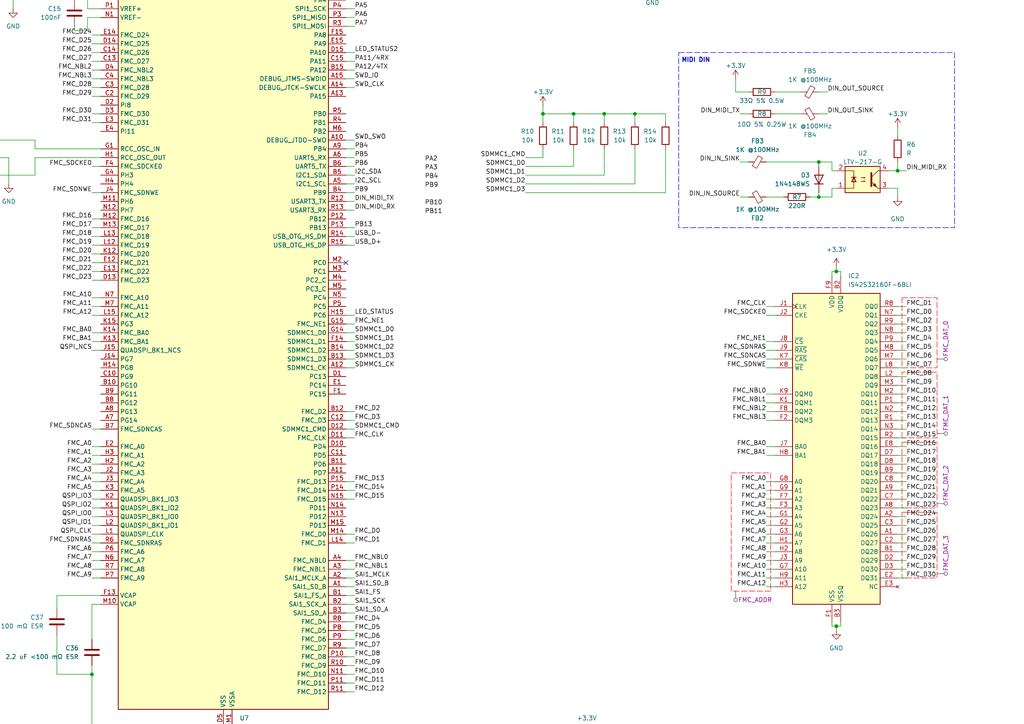
<source format=kicad_sch>
(kicad_sch (version 20250114) (generator "eeschema") (generator_version "9.0")
  (paper "A4")
  (lib_symbols
    (symbol "Connector:TestPoint" (pin_numbers (hide yes)) (pin_names (offset 0.762) (hide yes))
      (property "Reference" "TP" (at 0 6.858 0))
      (property "Value" "TestPoint" (at 0 5.08 0))
      (symbol "TestPoint_1_1"
        (pin passive line (at 0 0 90) (length 2.54) (name "1") (number "1"))
      )
    )
    (symbol "Device:C" (pin_numbers (hide yes)) (pin_names (offset 0.254))
      (property "Reference" "C" (at 0.635 2.54 0))
      (property "Value" "C" (at 0.635 -2.54 0))
      (symbol "C_1_1"
        (pin passive line (at 0 3.81 270) (length 2.794) (name "~") (number "1"))
        (pin passive line (at 0 -3.81 90) (length 2.794) (name "~") (number "2"))
      )
    )
    (symbol "Device:C_Small" (pin_numbers (hide yes)) (pin_names (offset 0.254) (hide yes))
      (property "Reference" "C" (at 0.254 1.778 0))
      (property "Value" "C_Small" (at 0.254 -2.032 0))
      (symbol "C_Small_1_1"
        (pin passive line (at 0 2.54 270) (length 2.032) (name "~") (number "1"))
        (pin passive line (at 0 -2.54 90) (length 2.032) (name "~") (number "2"))
      )
    )
    (symbol "Device:Crystal_GND24" (pin_names (offset 1.016) (hide yes))
      (property "Reference" "Y" (at 3.175 5.08 0))
      (property "Value" "Crystal_GND24" (at 3.175 3.175 0))
      (symbol "Crystal_GND24_1_1"
        (pin passive line (at -3.81 0 0) (length 1.27) (name "1") (number "1"))
        (pin passive line (at 0 5.08 270) (length 1.27) (name "2") (number "2"))
        (pin passive line (at 0 -5.08 90) (length 1.27) (name "4") (number "4"))
        (pin passive line (at 3.81 0 180) (length 1.27) (name "3") (number "3"))
      )
    )
    (symbol "Device:D" (pin_numbers (hide yes)) (pin_names (offset 1.016) (hide yes))
      (property "Reference" "D" (at 0 2.54 0))
      (property "Value" "D" (at 0 -2.54 0))
      (symbol "D_1_1"
        (pin passive line (at -3.81 0 0) (length 2.54) (name "K") (number "1"))
        (pin passive line (at 3.81 0 180) (length 2.54) (name "A") (number "2"))
      )
    )
    (symbol "Device:FerriteBead" (pin_numbers (hide yes)) (pin_names (offset 0))
      (property "Reference" "FB" (at -3.81 0.635 90))
      (property "Value" "FerriteBead" (at 3.81 0 90))
      (symbol "FerriteBead_1_1"
        (pin passive line (at 0 3.81 270) (length 2.54) (name "~") (number "1"))
        (pin passive line (at 0 -3.81 90) (length 2.54) (name "~") (number "2"))
      )
    )
    (symbol "Device:FerriteBead_Small" (pin_numbers (hide yes)) (pin_names (offset 0))
      (property "Reference" "FB" (at 1.905 1.27 0))
      (property "Value" "FerriteBead_Small" (at 1.905 -1.27 0))
      (symbol "FerriteBead_Small_1_1"
        (pin passive line (at 0 2.54 270) (length 1.27) (name "~") (number "1"))
        (pin passive line (at 0 -2.54 90) (length 1.27) (name "~") (number "2"))
      )
    )
    (symbol "Device:LED" (pin_numbers (hide yes)) (pin_names (offset 1.016) (hide yes))
      (property "Reference" "D" (at 0 2.54 0))
      (property "Value" "LED" (at 0 -2.54 0))
      (symbol "LED_1_1"
        (pin passive line (at -3.81 0 0) (length 2.54) (name "K") (number "1"))
        (pin passive line (at 3.81 0 180) (length 2.54) (name "A") (number "2"))
      )
    )
    (symbol "Device:Polyfuse" (pin_numbers (hide yes)) (pin_names (offset 0))
      (property "Reference" "F" (at -2.54 0 90))
      (property "Value" "Polyfuse" (at 2.54 0 90))
      (symbol "Polyfuse_1_1"
        (pin passive line (at 0 3.81 270) (length 1.27) (name "~") (number "1"))
        (pin passive line (at 0 -3.81 90) (length 1.27) (name "~") (number "2"))
      )
    )
    (symbol "Device:R" (pin_numbers (hide yes)) (pin_names (offset 0))
      (property "Reference" "R" (at 2.032 0 90))
      (property "Value" "R" (at 0 0 90))
      (symbol "R_1_1"
        (pin passive line (at 0 3.81 270) (length 1.27) (name "~") (number "1"))
        (pin passive line (at 0 -3.81 90) (length 1.27) (name "~") (number "2"))
      )
    )
    (symbol "Device:R_Small" (pin_numbers (hide yes)) (pin_names (offset 0.254) (hide yes))
      (property "Reference" "R" (at 0 0 90))
      (property "Value" "R_Small" (at 1.778 0 90))
      (symbol "R_Small_1_1"
        (pin passive line (at 0 2.54 270) (length 0.762) (name "~") (number "1"))
        (pin passive line (at 0 -2.54 90) (length 0.762) (name "~") (number "2"))
      )
    )
    (symbol "IS42S32160F-6BLI:IS42S32160F-6BLI"
      (property "Reference" "IC" (at 13.97 49.53 0))
      (property "Value" "IS42S32160F-6BLI" (at 13.97 46.99 0))
      (symbol "IS42S32160F-6BLI_1_1"
        (pin input clock (at -17.78 40.64 0) (length 5.08) (name "CLK") (number "J1"))
        (pin passive line (at -17.78 38.1 0) (length 5.08) (name "CKE") (number "J2"))
        (pin input line (at -17.78 30.48 0) (length 5.08) (name "~{CS}") (number "J8"))
        (pin input line (at -17.78 27.94 0) (length 5.08) (name "~{RAS}") (number "J9"))
        (pin input line (at -17.78 25.4 0) (length 5.08) (name "~{CAS}") (number "K7"))
        (pin input line (at -17.78 22.86 0) (length 5.08) (name "~{WE}") (number "K8"))
        (pin passive line (at -17.78 15.24 0) (length 5.08) (name "DQM0") (number "K9"))
        (pin passive line (at -17.78 12.7 0) (length 5.08) (name "DQM1") (number "K1"))
        (pin passive line (at -17.78 10.16 0) (length 5.08) (name "DQM2") (number "F8"))
        (pin passive line (at -17.78 7.62 0) (length 5.08) (name "DQM3") (number "F2"))
        (pin passive line (at -17.78 0 0) (length 5.08) (name "BA0") (number "J7"))
        (pin passive line (at -17.78 -2.54 0) (length 5.08) (name "BA1") (number "H8"))
        (pin passive line (at -17.78 -10.16 0) (length 5.08) (name "A0") (number "G8"))
        (pin passive line (at -17.78 -12.7 0) (length 5.08) (name "A1") (number "G9"))
        (pin passive line (at -17.78 -15.24 0) (length 5.08) (name "A2") (number "F7"))
        (pin passive line (at -17.78 -17.78 0) (length 5.08) (name "A3") (number "F3"))
        (pin passive line (at -17.78 -20.32 0) (length 5.08) (name "A4") (number "G1"))
        (pin passive line (at -17.78 -22.86 0) (length 5.08) (name "A5") (number "G2"))
        (pin passive line (at -17.78 -25.4 0) (length 5.08) (name "A6") (number "G3"))
        (pin passive line (at -17.78 -27.94 0) (length 5.08) (name "A7") (number "H1"))
        (pin passive line (at -17.78 -30.48 0) (length 5.08) (name "A8") (number "H2"))
        (pin passive line (at -17.78 -33.02 0) (length 5.08) (name "A9") (number "J3"))
        (pin passive line (at -17.78 -35.56 0) (length 5.08) (name "A10") (number "G7"))
        (pin passive line (at -17.78 -38.1 0) (length 5.08) (name "A11") (number "H9"))
        (pin passive line (at -17.78 -40.64 0) (length 5.08) (name "A12") (number "H3"))
        (pin passive line (at -1.27 49.53 270) (length 5.08) (hide yes) (name "VDD") (number "A7"))
        (pin power_in line (at -1.27 49.53 270) (length 5.08) (name "VDD") (number "F9"))
        (pin passive line (at -1.27 49.53 270) (length 5.08) (hide yes) (name "VDD") (number "L7"))
        (pin passive line (at -1.27 49.53 270) (length 5.08) (hide yes) (name "VDD") (number "R7"))
        (pin passive line (at -1.27 -50.8 90) (length 5.08) (hide yes) (name "VSS") (number "A3"))
        (pin power_in line (at -1.27 -50.8 90) (length 5.08) (name "VSS") (number "F1"))
        (pin passive line (at -1.27 -50.8 90) (length 5.08) (hide yes) (name "VSS") (number "L3"))
        (pin passive line (at -1.27 -50.8 90) (length 5.08) (hide yes) (name "VSS") (number "R3"))
        (pin power_in line (at 1.27 49.53 270) (length 5.08) (name "VDDQ") (number "B2"))
        (pin passive line (at 1.27 49.53 270) (length 5.08) (hide yes) (name "VDDQ") (number "B7"))
        (pin passive line (at 1.27 49.53 270) (length 5.08) (hide yes) (name "VDDQ") (number "C9"))
        (pin passive line (at 1.27 49.53 270) (length 5.08) (hide yes) (name "VDDQ") (number "D9"))
        (pin passive line (at 1.27 49.53 270) (length 5.08) (hide yes) (name "VDDQ") (number "E1"))
        (pin passive line (at 1.27 49.53 270) (length 5.08) (hide yes) (name "VDDQ") (number "L1"))
        (pin passive line (at 1.27 49.53 270) (length 5.08) (hide yes) (name "VDDQ") (number "M9"))
        (pin passive line (at 1.27 49.53 270) (length 5.08) (hide yes) (name "VDDQ") (number "N9"))
        (pin passive line (at 1.27 49.53 270) (length 5.08) (hide yes) (name "VDDQ") (number "P2"))
        (pin passive line (at 1.27 49.53 270) (length 5.08) (hide yes) (name "VDDQ") (number "P7"))
        (pin power_in line (at 1.27 -50.8 90) (length 5.08) (name "VSSQ") (number "B3"))
        (pin passive line (at 1.27 -50.8 90) (length 5.08) (hide yes) (name "VSSQ") (number "B8"))
        (pin passive line (at 1.27 -50.8 90) (length 5.08) (hide yes) (name "VSSQ") (number "C1"))
        (pin passive line (at 1.27 -50.8 90) (length 5.08) (hide yes) (name "VSSQ") (number "D1"))
        (pin passive line (at 1.27 -50.8 90) (length 5.08) (hide yes) (name "VSSQ") (number "E9"))
        (pin passive line (at 1.27 -50.8 90) (length 5.08) (hide yes) (name "VSSQ") (number "L9"))
        (pin passive line (at 1.27 -50.8 90) (length 5.08) (hide yes) (name "VSSQ") (number "M1"))
        (pin passive line (at 1.27 -50.8 90) (length 5.08) (hide yes) (name "VSSQ") (number "N1"))
        (pin passive line (at 1.27 -50.8 90) (length 5.08) (hide yes) (name "VSSQ") (number "P3"))
        (pin passive line (at 1.27 -50.8 90) (length 5.08) (hide yes) (name "VSSQ") (number "P8"))
        (pin bidirectional line (at 17.78 40.64 180) (length 5.08) (name "DQ0") (number "R8"))
        (pin bidirectional line (at 17.78 38.1 180) (length 5.08) (name "DQ1") (number "N7"))
        (pin bidirectional line (at 17.78 35.56 180) (length 5.08) (name "DQ2") (number "R9"))
        (pin bidirectional line (at 17.78 33.02 180) (length 5.08) (name "DQ3") (number "N8"))
        (pin bidirectional line (at 17.78 30.48 180) (length 5.08) (name "DQ4") (number "P9"))
        (pin bidirectional line (at 17.78 27.94 180) (length 5.08) (name "DQ5") (number "M8"))
        (pin bidirectional line (at 17.78 25.4 180) (length 5.08) (name "DQ6") (number "M7"))
        (pin bidirectional line (at 17.78 22.86 180) (length 5.08) (name "DQ7") (number "L8"))
        (pin bidirectional line (at 17.78 20.32 180) (length 5.08) (name "DQ8") (number "L2"))
        (pin bidirectional line (at 17.78 17.78 180) (length 5.08) (name "DQ9") (number "M3"))
        (pin bidirectional line (at 17.78 15.24 180) (length 5.08) (name "DQ10") (number "M2"))
        (pin bidirectional line (at 17.78 12.7 180) (length 5.08) (name "DQ11") (number "P1"))
        (pin bidirectional line (at 17.78 10.16 180) (length 5.08) (name "DQ12") (number "N2"))
        (pin bidirectional line (at 17.78 7.62 180) (length 5.08) (name "DQ13") (number "R1"))
        (pin bidirectional line (at 17.78 5.08 180) (length 5.08) (name "DQ14") (number "N3"))
        (pin bidirectional line (at 17.78 2.54 180) (length 5.08) (name "DQ15") (number "R2"))
        (pin bidirectional line (at 17.78 0 180) (length 5.08) (name "DQ16") (number "E8"))
        (pin bidirectional line (at 17.78 -2.54 180) (length 5.08) (name "DQ17") (number "D7"))
        (pin bidirectional line (at 17.78 -5.08 180) (length 5.08) (name "DQ18") (number "D8"))
        (pin bidirectional line (at 17.78 -7.62 180) (length 5.08) (name "DQ19") (number "B9"))
        (pin bidirectional line (at 17.78 -10.16 180) (length 5.08) (name "DQ20") (number "C8"))
        (pin bidirectional line (at 17.78 -12.7 180) (length 5.08) (name "DQ21") (number "A9"))
        (pin bidirectional line (at 17.78 -15.24 180) (length 5.08) (name "DQ22") (number "C7"))
        (pin bidirectional line (at 17.78 -17.78 180) (length 5.08) (name "DQ23") (number "A8"))
        (pin bidirectional line (at 17.78 -20.32 180) (length 5.08) (name "DQ24") (number "A2"))
        (pin bidirectional line (at 17.78 -22.86 180) (length 5.08) (name "DQ25") (number "C3"))
        (pin bidirectional line (at 17.78 -25.4 180) (length 5.08) (name "DQ26") (number "A1"))
        (pin bidirectional line (at 17.78 -27.94 180) (length 5.08) (name "DQ27") (number "C2"))
        (pin bidirectional line (at 17.78 -30.48 180) (length 5.08) (name "DQ28") (number "B1"))
        (pin bidirectional line (at 17.78 -33.02 180) (length 5.08) (name "DQ29") (number "D2"))
        (pin bidirectional line (at 17.78 -35.56 180) (length 5.08) (name "DQ30") (number "D3"))
        (pin bidirectional line (at 17.78 -38.1 180) (length 5.08) (name "DQ31") (number "E2"))
        (pin no_connect line (at 17.78 -40.64 180) (length 5.08) (name "NC") (number "E3"))
        (pin no_connect line (at 17.78 -40.64 180) (length 5.08) (hide yes) (name "NC") (number "E7"))
        (pin no_connect line (at 17.78 -40.64 180) (length 5.08) (hide yes) (name "NC") (number "H7"))
        (pin no_connect line (at 17.78 -40.64 180) (length 5.08) (hide yes) (name "NC") (number "K2"))
        (pin no_connect line (at 17.78 -40.64 180) (length 5.08) (hide yes) (name "NC") (number "K3"))
      )
    )
    (symbol "Isolator:Optocoupler_DC_PhotoNPN_AKEC"
      (property "Reference" "D2" (at 0 8.89 0))
      (property "Value" "LTV-217-G" (at 0 6.35 0))
      (symbol "Optocoupler_DC_PhotoNPN_AKEC_1_1"
        (pin passive line (at -7.62 2.54 0) (length 2.54) (name "~") (number "2"))
        (pin passive line (at -7.62 -2.54 0) (length 2.54) (name "~") (number "1"))
        (pin passive line (at 7.62 2.54 180) (length 2.54) (name "~") (number "4"))
        (pin passive line (at 7.62 -2.54 180) (length 2.54) (name "~") (number "3"))
      )
    )
    (symbol "MCU_ST_STM32H7:STM32H750IBKx"
      (property "Reference" "U" (at -30.48 113.03 0))
      (property "Value" "STM32H750IBKx" (at 22.86 113.03 0))
      (symbol "STM32H750IBKx_1_1"
        (pin input line (at -35.56 106.68 0) (length 5.08) (name "NRST") (number "J1"))
        (pin input line (at -35.56 104.14 0) (length 5.08) (name "PDR_ON") (number "C6"))
        (pin input line (at -35.56 99.06 0) (length 5.08) (name "BOOT0") (number "D6"))
        (pin input line (at -35.56 93.98 0) (length 5.08) (name "VREF+") (number "P1"))
        (pin input line (at -35.56 91.44 0) (length 5.08) (name "VREF-") (number "N1"))
        (pin bidirectional line (at -35.56 86.36 0) (length 5.08) (name "PI0") (number "E14") (alternate "FMC_D24" bidirectional line))
        (pin bidirectional line (at -35.56 83.82 0) (length 5.08) (name "PI1") (number "D14") (alternate "FMC_D25" bidirectional line))
        (pin bidirectional line (at -35.56 81.28 0) (length 5.08) (name "PI2") (number "C14") (alternate "FMC_D26" bidirectional line))
        (pin bidirectional line (at -35.56 78.74 0) (length 5.08) (name "PI3") (number "C13") (alternate "FMC_D27" bidirectional line))
        (pin bidirectional line (at -35.56 76.2 0) (length 5.08) (name "PI4") (number "D4") (alternate "FMC_NBL2" bidirectional line))
        (pin bidirectional line (at -35.56 73.66 0) (length 5.08) (name "PI5") (number "C4") (alternate "FMC_NBL3" bidirectional line))
        (pin bidirectional line (at -35.56 71.12 0) (length 5.08) (name "PI6") (number "C3") (alternate "FMC_D28" bidirectional line))
        (pin bidirectional line (at -35.56 68.58 0) (length 5.08) (name "PI7") (number "C2") (alternate "FMC_D29" bidirectional line))
        (pin bidirectional line (at -35.56 66.04 0) (length 5.08) (name "PI8") (number "D2"))
        (pin bidirectional line (at -35.56 63.5 0) (length 5.08) (name "PI9") (number "D3") (alternate "FMC_D30" bidirectional line))
        (pin bidirectional line (at -35.56 60.96 0) (length 5.08) (name "PI10") (number "E3") (alternate "FMC_D31" bidirectional line))
        (pin bidirectional line (at -35.56 58.42 0) (length 5.08) (name "PI11") (number "E4"))
        (pin bidirectional line (at -35.56 53.34 0) (length 5.08) (name "PH0") (number "G1") (alternate "RCC_OSC_IN" bidirectional line))
        (pin bidirectional line (at -35.56 50.8 0) (length 5.08) (name "PH1") (number "H1") (alternate "RCC_OSC_OUT" bidirectional line))
        (pin bidirectional line (at -35.56 48.26 0) (length 5.08) (name "PH2") (number "F4") (alternate "FMC_SDCKE0" bidirectional line))
        (pin bidirectional line (at -35.56 45.72 0) (length 5.08) (name "PH3") (number "G4"))
        (pin bidirectional line (at -35.56 43.18 0) (length 5.08) (name "PH4") (number "H4"))
        (pin bidirectional line (at -35.56 40.64 0) (length 5.08) (name "PH5") (number "J4") (alternate "FMC_SDNWE" bidirectional line))
        (pin bidirectional line (at -35.56 38.1 0) (length 5.08) (name "PH6") (number "M11"))
        (pin bidirectional line (at -35.56 35.56 0) (length 5.08) (name "PH7") (number "N12"))
        (pin bidirectional line (at -35.56 33.02 0) (length 5.08) (name "PH8") (number "M12") (alternate "FMC_D16" bidirectional line))
        (pin bidirectional line (at -35.56 30.48 0) (length 5.08) (name "PH9") (number "M13") (alternate "FMC_D17" bidirectional line))
        (pin bidirectional line (at -35.56 27.94 0) (length 5.08) (name "PH10") (number "L13") (alternate "FMC_D18" bidirectional line))
        (pin bidirectional line (at -35.56 25.4 0) (length 5.08) (name "PH11") (number "L12") (alternate "FMC_D19" bidirectional line))
        (pin bidirectional line (at -35.56 22.86 0) (length 5.08) (name "PH12") (number "K12") (alternate "FMC_D20" bidirectional line))
        (pin bidirectional line (at -35.56 20.32 0) (length 5.08) (name "PH13") (number "E12") (alternate "FMC_D21" bidirectional line))
        (pin bidirectional line (at -35.56 17.78 0) (length 5.08) (name "PH14") (number "E13") (alternate "FMC_D22" bidirectional line))
        (pin bidirectional line (at -35.56 15.24 0) (length 5.08) (name "PH15") (number "D13") (alternate "FMC_D23" bidirectional line))
        (pin bidirectional line (at -35.56 10.16 0) (length 5.08) (name "PG0") (number "N7") (alternate "FMC_A10" bidirectional line))
        (pin bidirectional line (at -35.56 7.62 0) (length 5.08) (name "PG1") (number "M7") (alternate "FMC_A11" bidirectional line))
        (pin bidirectional line (at -35.56 5.08 0) (length 5.08) (name "PG2") (number "L15") (alternate "FMC_A12" bidirectional line))
        (pin bidirectional line (at -35.56 2.54 0) (length 5.08) (name "PG3") (number "K15"))
        (pin bidirectional line (at -35.56 0 0) (length 5.08) (name "PG4") (number "K14") (alternate "FMC_BA0" bidirectional line))
        (pin bidirectional line (at -35.56 -2.54 0) (length 5.08) (name "PG5") (number "K13") (alternate "FMC_BA1" bidirectional line))
        (pin bidirectional line (at -35.56 -5.08 0) (length 5.08) (name "PG6") (number "J15") (alternate "QUADSPI_BK1_NCS" bidirectional line))
        (pin bidirectional line (at -35.56 -7.62 0) (length 5.08) (name "PG7") (number "J14") (alternate "SAI1_MCLK_A" bidirectional line))
        (pin bidirectional line (at -35.56 -10.16 0) (length 5.08) (name "PG8") (number "H14"))
        (pin bidirectional line (at -35.56 -12.7 0) (length 5.08) (name "PG9") (number "C10") (alternate "SPI1_MISO" bidirectional line))
        (pin bidirectional line (at -35.56 -15.24 0) (length 5.08) (name "PG10") (number "B10"))
        (pin bidirectional line (at -35.56 -17.78 0) (length 5.08) (name "PG11") (number "B9") (alternate "SPI1_SCK" bidirectional line))
        (pin bidirectional line (at -35.56 -20.32 0) (length 5.08) (name "PG12") (number "B8"))
        (pin bidirectional line (at -35.56 -22.86 0) (length 5.08) (name "PG13") (number "A8"))
        (pin bidirectional line (at -35.56 -25.4 0) (length 5.08) (name "PG14") (number "A7"))
        (pin bidirectional line (at -35.56 -27.94 0) (length 5.08) (name "PG15") (number "B7") (alternate "FMC_SDNCAS" bidirectional line))
        (pin bidirectional line (at -35.56 -33.02 0) (length 5.08) (name "PF0") (number "E2") (alternate "FMC_A0" bidirectional line))
        (pin bidirectional line (at -35.56 -35.56 0) (length 5.08) (name "PF1") (number "H3") (alternate "FMC_A1" bidirectional line))
        (pin bidirectional line (at -35.56 -38.1 0) (length 5.08) (name "PF2") (number "H2") (alternate "FMC_A2" bidirectional line))
        (pin bidirectional line (at -35.56 -40.64 0) (length 5.08) (name "PF3") (number "J2") (alternate "FMC_A3" bidirectional line))
        (pin bidirectional line (at -35.56 -43.18 0) (length 5.08) (name "PF4") (number "J3") (alternate "FMC_A4" bidirectional line))
        (pin bidirectional line (at -35.56 -45.72 0) (length 5.08) (name "PF5") (number "K3") (alternate "FMC_A5" bidirectional line))
        (pin bidirectional line (at -35.56 -48.26 0) (length 5.08) (name "PF6") (number "K2") (alternate "QUADSPI_BK1_IO3" bidirectional line) (alternate "SAI1_SD_B" bidirectional line))
        (pin bidirectional line (at -35.56 -50.8 0) (length 5.08) (name "PF7") (number "K1") (alternate "QUADSPI_BK1_IO2" bidirectional line))
        (pin bidirectional line (at -35.56 -53.34 0) (length 5.08) (name "PF8") (number "L3") (alternate "QUADSPI_BK1_IO0" bidirectional line))
        (pin bidirectional line (at -35.56 -55.88 0) (length 5.08) (name "PF9") (number "L2") (alternate "QUADSPI_BK1_IO1" bidirectional line))
        (pin bidirectional line (at -35.56 -58.42 0) (length 5.08) (name "PF10") (number "L1") (alternate "QUADSPI_CLK" bidirectional line))
        (pin bidirectional line (at -35.56 -60.96 0) (length 5.08) (name "PF11") (number "R6") (alternate "FMC_SDNRAS" bidirectional line))
        (pin bidirectional line (at -35.56 -63.5 0) (length 5.08) (name "PF12") (number "P6") (alternate "FMC_A6" bidirectional line))
        (pin bidirectional line (at -35.56 -66.04 0) (length 5.08) (name "PF13") (number "N6") (alternate "FMC_A7" bidirectional line))
        (pin bidirectional line (at -35.56 -68.58 0) (length 5.08) (name "PF14") (number "R7") (alternate "FMC_A8" bidirectional line))
        (pin bidirectional line (at -35.56 -71.12 0) (length 5.08) (name "PF15") (number "P7") (alternate "FMC_A9" bidirectional line))
        (pin power_out line (at -35.56 -76.2 0) (length 5.08) (name "VCAP") (number "F13"))
        (pin power_out line (at -35.56 -78.74 0) (length 5.08) (name "VCAP") (number "M10"))
        (pin power_in line (at -17.78 116.84 270) (length 5.08) (name "VBAT") (number "C1"))
        (pin power_in line (at -15.24 116.84 270) (length 5.08) (name "VDD") (number "C5"))
        (pin power_in line (at -12.7 116.84 270) (length 5.08) (name "VDD") (number "C7"))
        (pin power_in line (at -10.16 116.84 270) (length 5.08) (name "VDD") (number "C8"))
        (pin power_in line (at -7.62 116.84 270) (length 5.08) (name "VDD") (number "C9"))
        (pin power_in line (at -5.08 116.84 270) (length 5.08) (name "VDD") (number "F3"))
        (pin power_in line (at -2.54 116.84 270) (length 5.08) (name "VDD") (number "G3"))
        (pin power_in line (at 0 116.84 270) (length 5.08) (name "VDD") (number "G13"))
        (pin power_in line (at 0 -114.3 90) (length 5.08) (name "VSS") (number "D5"))
        (pin passive line (at 0 -114.3 90) (length 5.08) (hide yes) (name "VSS") (number "D7"))
        (pin passive line (at 0 -114.3 90) (length 5.08) (hide yes) (name "VSS") (number "D8"))
        (pin passive line (at 0 -114.3 90) (length 5.08) (hide yes) (name "VSS") (number "D9"))
        (pin passive line (at 0 -114.3 90) (length 5.08) (hide yes) (name "VSS") (number "F10"))
        (pin passive line (at 0 -114.3 90) (length 5.08) (hide yes) (name "VSS") (number "F12"))
        (pin passive line (at 0 -114.3 90) (length 5.08) (hide yes) (name "VSS") (number "F2"))
        (pin passive line (at 0 -114.3 90) (length 5.08) (hide yes) (name "VSS") (number "F6"))
        (pin passive line (at 0 -114.3 90) (length 5.08) (hide yes) (name "VSS") (number "F7"))
        (pin passive line (at 0 -114.3 90) (length 5.08) (hide yes) (name "VSS") (number "F8"))
        (pin passive line (at 0 -114.3 90) (length 5.08) (hide yes) (name "VSS") (number "F9"))
        (pin passive line (at 0 -114.3 90) (length 5.08) (hide yes) (name "VSS") (number "G10"))
        (pin passive line (at 0 -114.3 90) (length 5.08) (hide yes) (name "VSS") (number "G12"))
        (pin passive line (at 0 -114.3 90) (length 5.08) (hide yes) (name "VSS") (number "G2"))
        (pin passive line (at 0 -114.3 90) (length 5.08) (hide yes) (name "VSS") (number "G6"))
        (pin passive line (at 0 -114.3 90) (length 5.08) (hide yes) (name "VSS") (number "G7"))
        (pin passive line (at 0 -114.3 90) (length 5.08) (hide yes) (name "VSS") (number "G8"))
        (pin passive line (at 0 -114.3 90) (length 5.08) (hide yes) (name "VSS") (number "G9"))
        (pin passive line (at 0 -114.3 90) (length 5.08) (hide yes) (name "VSS") (number "H10"))
        (pin passive line (at 0 -114.3 90) (length 5.08) (hide yes) (name "VSS") (number "H12"))
        (pin passive line (at 0 -114.3 90) (length 5.08) (hide yes) (name "VSS") (number "H6"))
        (pin passive line (at 0 -114.3 90) (length 5.08) (hide yes) (name "VSS") (number "H7"))
        (pin passive line (at 0 -114.3 90) (length 5.08) (hide yes) (name "VSS") (number "H8"))
        (pin passive line (at 0 -114.3 90) (length 5.08) (hide yes) (name "VSS") (number "H9"))
        (pin passive line (at 0 -114.3 90) (length 5.08) (hide yes) (name "VSS") (number "J10"))
        (pin passive line (at 0 -114.3 90) (length 5.08) (hide yes) (name "VSS") (number "J6"))
        (pin passive line (at 0 -114.3 90) (length 5.08) (hide yes) (name "VSS") (number "J7"))
        (pin passive line (at 0 -114.3 90) (length 5.08) (hide yes) (name "VSS") (number "J8"))
        (pin passive line (at 0 -114.3 90) (length 5.08) (hide yes) (name "VSS") (number "J9"))
        (pin passive line (at 0 -114.3 90) (length 5.08) (hide yes) (name "VSS") (number "K10"))
        (pin passive line (at 0 -114.3 90) (length 5.08) (hide yes) (name "VSS") (number "K6"))
        (pin passive line (at 0 -114.3 90) (length 5.08) (hide yes) (name "VSS") (number "K7"))
        (pin passive line (at 0 -114.3 90) (length 5.08) (hide yes) (name "VSS") (number "K8"))
        (pin passive line (at 0 -114.3 90) (length 5.08) (hide yes) (name "VSS") (number "K9"))
        (pin passive line (at 0 -114.3 90) (length 5.08) (hide yes) (name "VSS") (number "L4"))
        (pin passive line (at 0 -114.3 90) (length 5.08) (hide yes) (name "VSS") (number "M8"))
        (pin passive line (at 0 -114.3 90) (length 5.08) (hide yes) (name "VSS") (number "M9"))
        (pin power_in line (at 2.54 116.84 270) (length 5.08) (name "VDD") (number "J12"))
        (pin power_in line (at 2.54 -114.3 90) (length 5.08) (name "VSSA") (number "M1"))
        (pin power_in line (at 5.08 116.84 270) (length 5.08) (name "VDD") (number "J13"))
        (pin power_in line (at 7.62 116.84 270) (length 5.08) (name "VDD") (number "K4"))
        (pin power_in line (at 10.16 116.84 270) (length 5.08) (name "VDD") (number "N8"))
        (pin power_in line (at 12.7 116.84 270) (length 5.08) (name "VDD") (number "N9"))
        (pin power_in line (at 15.24 116.84 270) (length 5.08) (name "VDD") (number "N10"))
        (pin power_in line (at 17.78 116.84 270) (length 5.08) (name "VDD33_USB") (number "H13"))
        (pin power_in line (at 20.32 116.84 270) (length 5.08) (name "VDDA") (number "R1"))
        (pin bidirectional line (at 35.56 106.68 180) (length 5.08) (name "PA0") (number "N3"))
        (pin bidirectional line (at 35.56 104.14 180) (length 5.08) (name "PA1") (number "N2") (alternate "QUADSPI_BK1_IO3" bidirectional line))
        (pin bidirectional line (at 35.56 101.6 180) (length 5.08) (name "PA2") (number "P2"))
        (pin bidirectional line (at 35.56 99.06 180) (length 5.08) (name "PA3") (number "R2"))
        (pin bidirectional line (at 35.56 96.52 180) (length 5.08) (name "PA4") (number "N4"))
        (pin bidirectional line (at 35.56 93.98 180) (length 5.08) (name "PA5") (number "P4") (alternate "SPI1_SCK" bidirectional line))
        (pin bidirectional line (at 35.56 91.44 180) (length 5.08) (name "PA6") (number "P3") (alternate "SPI1_MISO" bidirectional line))
        (pin bidirectional line (at 35.56 88.9 180) (length 5.08) (name "PA7") (number "R3") (alternate "FMC_SDNWE" bidirectional line) (alternate "SPI1_MOSI" bidirectional line))
        (pin bidirectional line (at 35.56 86.36 180) (length 5.08) (name "PA8") (number "F15"))
        (pin bidirectional line (at 35.56 83.82 180) (length 5.08) (name "PA9") (number "E15"))
        (pin bidirectional line (at 35.56 81.28 180) (length 5.08) (name "PA10") (number "D15"))
        (pin bidirectional line (at 35.56 78.74 180) (length 5.08) (name "PA11") (number "C15"))
        (pin bidirectional line (at 35.56 76.2 180) (length 5.08) (name "PA12") (number "B15"))
        (pin bidirectional line (at 35.56 73.66 180) (length 5.08) (name "PA13") (number "A15") (alternate "DEBUG_JTMS-SWDIO" bidirectional line))
        (pin bidirectional line (at 35.56 71.12 180) (length 5.08) (name "PA14") (number "A14") (alternate "DEBUG_JTCK-SWCLK" bidirectional line))
        (pin bidirectional line (at 35.56 68.58 180) (length 5.08) (name "PA15") (number "A13"))
        (pin bidirectional line (at 35.56 63.5 180) (length 5.08) (name "PB0") (number "R5"))
        (pin bidirectional line (at 35.56 60.96 180) (length 5.08) (name "PB1") (number "R4"))
        (pin bidirectional line (at 35.56 58.42 180) (length 5.08) (name "PB2") (number "M6") (alternate "QUADSPI_CLK" bidirectional line) (alternate "SAI1_SD_A" bidirectional line))
        (pin bidirectional line (at 35.56 55.88 180) (length 5.08) (name "PB3") (number "A10") (alternate "DEBUG_JTDO-SWO" bidirectional line) (alternate "SPI1_SCK" bidirectional line))
        (pin bidirectional line (at 35.56 53.34 180) (length 5.08) (name "PB4") (number "A9") (alternate "SPI1_MISO" bidirectional line))
        (pin bidirectional line (at 35.56 50.8 180) (length 5.08) (name "PB5") (number "A6") (alternate "SPI1_MOSI" bidirectional line) (alternate "UART5_RX" bidirectional line))
        (pin bidirectional line (at 35.56 48.26 180) (length 5.08) (name "PB6") (number "B6") (alternate "I2C1_SCL" bidirectional line) (alternate "QUADSPI_BK1_NCS" bidirectional line) (alternate "UART5_TX" bidirectional line))
        (pin bidirectional line (at 35.56 45.72 180) (length 5.08) (name "PB7") (number "B5") (alternate "I2C1_SDA" bidirectional line))
        (pin bidirectional line (at 35.56 43.18 180) (length 5.08) (name "PB8") (number "A5") (alternate "I2C1_SCL" bidirectional line))
        (pin bidirectional line (at 35.56 40.64 180) (length 5.08) (name "PB9") (number "B4") (alternate "I2C1_SDA" bidirectional line))
        (pin bidirectional line (at 35.56 38.1 180) (length 5.08) (name "PB10") (number "R12") (alternate "QUADSPI_BK1_NCS" bidirectional line) (alternate "USART3_TX" bidirectional line))
        (pin bidirectional line (at 35.56 35.56 180) (length 5.08) (name "PB11") (number "R13") (alternate "USART3_RX" bidirectional line))
        (pin bidirectional line (at 35.56 33.02 180) (length 5.08) (name "PB12") (number "P12") (alternate "UART5_RX" bidirectional line))
        (pin bidirectional line (at 35.56 30.48 180) (length 5.08) (name "PB13") (number "P13") (alternate "UART5_TX" bidirectional line))
        (pin bidirectional line (at 35.56 27.94 180) (length 5.08) (name "PB14") (number "R14") (alternate "USB_OTG_HS_DM" bidirectional line))
        (pin bidirectional line (at 35.56 25.4 180) (length 5.08) (name "PB15") (number "R15") (alternate "USB_OTG_HS_DP" bidirectional line))
        (pin bidirectional line (at 35.56 20.32 180) (length 5.08) (name "PC0") (number "M2") (alternate "FMC_SDNWE" bidirectional line))
        (pin bidirectional line (at 35.56 17.78 180) (length 5.08) (name "PC1") (number "M3") (alternate "SAI1_SD_A" bidirectional line))
        (pin bidirectional line (at 35.56 15.24 180) (length 5.08) (name "PC2_C") (number "M4"))
        (pin bidirectional line (at 35.56 12.7 180) (length 5.08) (name "PC3_C") (number "M5") (alternate "FMC_SDCKE0" bidirectional line))
        (pin bidirectional line (at 35.56 10.16 180) (length 5.08) (name "PC4") (number "N5"))
        (pin bidirectional line (at 35.56 7.62 180) (length 5.08) (name "PC5") (number "P5") (alternate "FMC_SDCKE0" bidirectional line))
        (pin bidirectional line (at 35.56 5.08 180) (length 5.08) (name "PC6") (number "H15"))
        (pin bidirectional line (at 35.56 2.54 180) (length 5.08) (name "PC7") (number "G15") (alternate "FMC_NE1" bidirectional line))
        (pin bidirectional line (at 35.56 0 180) (length 5.08) (name "PC8") (number "G14") (alternate "SDMMC1_D0" bidirectional line))
        (pin bidirectional line (at 35.56 -2.54 180) (length 5.08) (name "PC9") (number "F14") (alternate "QUADSPI_BK1_IO0" bidirectional line) (alternate "SDMMC1_D1" bidirectional line))
        (pin bidirectional line (at 35.56 -5.08 180) (length 5.08) (name "PC10") (number "B14") (alternate "QUADSPI_BK1_IO1" bidirectional line) (alternate "SDMMC1_D2" bidirectional line) (alternate "USART3_TX" bidirectional line))
        (pin bidirectional line (at 35.56 -7.62 180) (length 5.08) (name "PC11") (number "B13") (alternate "SDMMC1_D3" bidirectional line) (alternate "USART3_RX" bidirectional line))
        (pin bidirectional line (at 35.56 -10.16 180) (length 5.08) (name "PC12") (number "A12") (alternate "SDMMC1_CK" bidirectional line) (alternate "UART5_TX" bidirectional line))
        (pin bidirectional line (at 35.56 -12.7 180) (length 5.08) (name "PC13") (number "D1"))
        (pin bidirectional line (at 35.56 -15.24 180) (length 5.08) (name "PC14") (number "E1"))
        (pin bidirectional line (at 35.56 -17.78 180) (length 5.08) (name "PC15") (number "F1"))
        (pin bidirectional line (at 35.56 -22.86 180) (length 5.08) (name "PD0") (number "B12") (alternate "FMC_D2" bidirectional line))
        (pin bidirectional line (at 35.56 -25.4 180) (length 5.08) (name "PD1") (number "C12") (alternate "FMC_D3" bidirectional line))
        (pin bidirectional line (at 35.56 -27.94 180) (length 5.08) (name "PD2") (number "D12") (alternate "SDMMC1_CMD" bidirectional line) (alternate "UART5_RX" bidirectional line))
        (pin bidirectional line (at 35.56 -30.48 180) (length 5.08) (name "PD3") (number "D11") (alternate "FMC_CLK" bidirectional line))
        (pin bidirectional line (at 35.56 -33.02 180) (length 5.08) (name "PD4") (number "D10"))
        (pin bidirectional line (at 35.56 -35.56 180) (length 5.08) (name "PD5") (number "C11"))
        (pin bidirectional line (at 35.56 -38.1 180) (length 5.08) (name "PD6") (number "B11") (alternate "SAI1_SD_A" bidirectional line))
        (pin bidirectional line (at 35.56 -40.64 180) (length 5.08) (name "PD7") (number "A11") (alternate "FMC_NE1" bidirectional line) (alternate "SPI1_MOSI" bidirectional line))
        (pin bidirectional line (at 35.56 -43.18 180) (length 5.08) (name "PD8") (number "P15") (alternate "FMC_D13" bidirectional line) (alternate "USART3_TX" bidirectional line))
        (pin bidirectional line (at 35.56 -45.72 180) (length 5.08) (name "PD9") (number "P14") (alternate "FMC_D14" bidirectional line) (alternate "USART3_RX" bidirectional line))
        (pin bidirectional line (at 35.56 -48.26 180) (length 5.08) (name "PD10") (number "N15") (alternate "FMC_D15" bidirectional line))
        (pin bidirectional line (at 35.56 -50.8 180) (length 5.08) (name "PD11") (number "N14") (alternate "QUADSPI_BK1_IO0" bidirectional line))
        (pin bidirectional line (at 35.56 -53.34 180) (length 5.08) (name "PD12") (number "N13") (alternate "QUADSPI_BK1_IO1" bidirectional line))
        (pin bidirectional line (at 35.56 -55.88 180) (length 5.08) (name "PD13") (number "M15") (alternate "QUADSPI_BK1_IO3" bidirectional line))
        (pin bidirectional line (at 35.56 -58.42 180) (length 5.08) (name "PD14") (number "M14") (alternate "FMC_D0" bidirectional line))
        (pin bidirectional line (at 35.56 -60.96 180) (length 5.08) (name "PD15") (number "L14") (alternate "FMC_D1" bidirectional line))
        (pin bidirectional line (at 35.56 -66.04 180) (length 5.08) (name "PE0") (number "A4") (alternate "FMC_NBL0" bidirectional line))
        (pin bidirectional line (at 35.56 -68.58 180) (length 5.08) (name "PE1") (number "A3") (alternate "FMC_NBL1" bidirectional line))
        (pin bidirectional line (at 35.56 -71.12 180) (length 5.08) (name "PE2") (number "A2") (alternate "QUADSPI_BK1_IO2" bidirectional line) (alternate "SAI1_MCLK_A" bidirectional line))
        (pin bidirectional line (at 35.56 -73.66 180) (length 5.08) (name "PE3") (number "A1") (alternate "SAI1_SD_B" bidirectional line))
        (pin bidirectional line (at 35.56 -76.2 180) (length 5.08) (name "PE4") (number "B1") (alternate "SAI1_FS_A" bidirectional line))
        (pin bidirectional line (at 35.56 -78.74 180) (length 5.08) (name "PE5") (number "B2") (alternate "SAI1_SCK_A" bidirectional line))
        (pin bidirectional line (at 35.56 -81.28 180) (length 5.08) (name "PE6") (number "B3") (alternate "SAI1_SD_A" bidirectional line))
        (pin bidirectional line (at 35.56 -83.82 180) (length 5.08) (name "PE7") (number "R8") (alternate "FMC_D4" bidirectional line))
        (pin bidirectional line (at 35.56 -86.36 180) (length 5.08) (name "PE8") (number "P8") (alternate "FMC_D5" bidirectional line))
        (pin bidirectional line (at 35.56 -88.9 180) (length 5.08) (name "PE9") (number "P9") (alternate "FMC_D6" bidirectional line))
        (pin bidirectional line (at 35.56 -91.44 180) (length 5.08) (name "PE10") (number "R9") (alternate "FMC_D7" bidirectional line))
        (pin bidirectional line (at 35.56 -93.98 180) (length 5.08) (name "PE11") (number "P10") (alternate "FMC_D8" bidirectional line))
        (pin bidirectional line (at 35.56 -96.52 180) (length 5.08) (name "PE12") (number "R10") (alternate "FMC_D9" bidirectional line))
        (pin bidirectional line (at 35.56 -99.06 180) (length 5.08) (name "PE13") (number "N11") (alternate "FMC_D10" bidirectional line))
        (pin bidirectional line (at 35.56 -101.6 180) (length 5.08) (name "PE14") (number "P11") (alternate "FMC_D11" bidirectional line))
        (pin bidirectional line (at 35.56 -104.14 180) (length 5.08) (name "PE15") (number "R11") (alternate "FMC_D12" bidirectional line))
      )
    )
    (symbol "MCU_ST_STM32H7:STM32H750XBHx"
      (property "Reference" "U" (at -45.72 138.43 0))
      (property "Value" "STM32H750XBHx" (at 38.1 138.43 0))
      (symbol "STM32H750XBHx_1_1"
        (pin input line (at -50.8 132.08 0) (length 5.08) (name "NRST") (number "K1"))
        (pin input line (at -50.8 127 0) (length 5.08) (name "BOOT0") (number "E8"))
        (pin input line (at -50.8 121.92 0) (length 5.08) (name "VREF+") (number "M1"))
        (pin input line (at -50.8 119.38 0) (length 5.08) (name "VREF-") (number "N1"))
        (pin input line (at -50.8 114.3 0) (length 5.08) (name "PDR_ON") (number "E7"))
        (pin bidirectional line (at -50.8 109.22 0) (length 5.08) (name "PK0") (number "J14"))
        (pin bidirectional line (at -50.8 106.68 0) (length 5.08) (name "PK1") (number "J15"))
        (pin bidirectional line (at -50.8 104.14 0) (length 5.08) (name "PK2") (number "H17"))
        (pin bidirectional line (at -50.8 101.6 0) (length 5.08) (name "PK3") (number "C8"))
        (pin bidirectional line (at -50.8 99.06 0) (length 5.08) (name "PK4") (number "B8"))
        (pin bidirectional line (at -50.8 96.52 0) (length 5.08) (name "PK5") (number "A8"))
        (pin bidirectional line (at -50.8 93.98 0) (length 5.08) (name "PK6") (number "C7"))
        (pin bidirectional line (at -50.8 91.44 0) (length 5.08) (name "PK7") (number "D7"))
        (pin bidirectional line (at -50.8 86.36 0) (length 5.08) (name "PJ0") (number "N6"))
        (pin bidirectional line (at -50.8 83.82 0) (length 5.08) (name "PJ1") (number "P6"))
        (pin bidirectional line (at -50.8 81.28 0) (length 5.08) (name "PJ2") (number "T6"))
        (pin bidirectional line (at -50.8 78.74 0) (length 5.08) (name "PJ3") (number "U6"))
        (pin bidirectional line (at -50.8 76.2 0) (length 5.08) (name "PJ4") (number "U7"))
        (pin bidirectional line (at -50.8 73.66 0) (length 5.08) (name "PJ5") (number "R12"))
        (pin bidirectional line (at -50.8 71.12 0) (length 5.08) (name "PJ6") (number "N15"))
        (pin bidirectional line (at -50.8 68.58 0) (length 5.08) (name "PJ7") (number "N14"))
        (pin bidirectional line (at -50.8 66.04 0) (length 5.08) (name "PJ8") (number "N13"))
        (pin bidirectional line (at -50.8 63.5 0) (length 5.08) (name "PJ9") (number "M14"))
        (pin bidirectional line (at -50.8 60.96 0) (length 5.08) (name "PJ10") (number "L14"))
        (pin bidirectional line (at -50.8 58.42 0) (length 5.08) (name "PJ11") (number "K14"))
        (pin bidirectional line (at -50.8 55.88 0) (length 5.08) (name "PJ12") (number "D11"))
        (pin bidirectional line (at -50.8 53.34 0) (length 5.08) (name "PJ13") (number "E10"))
        (pin bidirectional line (at -50.8 50.8 0) (length 5.08) (name "PJ14") (number "D10"))
        (pin bidirectional line (at -50.8 48.26 0) (length 5.08) (name "PJ15") (number "B10"))
        (pin bidirectional line (at -50.8 43.18 0) (length 5.08) (name "PI0") (number "A16") (alternate "FMC_D24" bidirectional line))
        (pin bidirectional line (at -50.8 40.64 0) (length 5.08) (name "PI1") (number "A15") (alternate "FMC_D25" bidirectional line))
        (pin bidirectional line (at -50.8 38.1 0) (length 5.08) (name "PI2") (number "B15") (alternate "FMC_D26" bidirectional line))
        (pin bidirectional line (at -50.8 35.56 0) (length 5.08) (name "PI3") (number "C14") (alternate "FMC_D27" bidirectional line))
        (pin bidirectional line (at -50.8 33.02 0) (length 5.08) (name "PI4") (number "A4") (alternate "FMC_NBL2" bidirectional line))
        (pin bidirectional line (at -50.8 30.48 0) (length 5.08) (name "PI5") (number "A3") (alternate "FMC_NBL3" bidirectional line))
        (pin bidirectional line (at -50.8 27.94 0) (length 5.08) (name "PI6") (number "A2") (alternate "FMC_D28" bidirectional line))
        (pin bidirectional line (at -50.8 25.4 0) (length 5.08) (name "PI7") (number "B3") (alternate "FMC_D29" bidirectional line))
        (pin bidirectional line (at -50.8 22.86 0) (length 5.08) (name "PI8") (number "E4"))
        (pin bidirectional line (at -50.8 20.32 0) (length 5.08) (name "PI9") (number "E2") (alternate "FMC_D30" bidirectional line))
        (pin bidirectional line (at -50.8 17.78 0) (length 5.08) (name "PI10") (number "F3") (alternate "FMC_D31" bidirectional line))
        (pin bidirectional line (at -50.8 15.24 0) (length 5.08) (name "PI11") (number "F4"))
        (pin bidirectional line (at -50.8 12.7 0) (length 5.08) (name "PI12") (number "H1"))
        (pin bidirectional line (at -50.8 10.16 0) (length 5.08) (name "PI13") (number "H2"))
        (pin bidirectional line (at -50.8 7.62 0) (length 5.08) (name "PI14") (number "H3"))
        (pin bidirectional line (at -50.8 5.08 0) (length 5.08) (name "PI15") (number "P5"))
        (pin bidirectional line (at -50.8 0 0) (length 5.08) (name "PH0") (number "J2") (alternate "RCC_OSC_IN" bidirectional line))
        (pin bidirectional line (at -50.8 -2.54 0) (length 5.08) (name "PH1") (number "J1") (alternate "RCC_OSC_OUT" bidirectional line))
        (pin bidirectional line (at -50.8 -5.08 0) (length 5.08) (name "PH2") (number "N2") (alternate "FMC_SDCKE0" bidirectional line))
        (pin bidirectional line (at -50.8 -7.62 0) (length 5.08) (name "PH3") (number "P2"))
        (pin bidirectional line (at -50.8 -10.16 0) (length 5.08) (name "PH4") (number "P3"))
        (pin bidirectional line (at -50.8 -12.7 0) (length 5.08) (name "PH5") (number "P4") (alternate "FMC_SDNWE" bidirectional line))
        (pin bidirectional line (at -50.8 -15.24 0) (length 5.08) (name "PH6") (number "T11"))
        (pin bidirectional line (at -50.8 -17.78 0) (length 5.08) (name "PH7") (number "U13"))
        (pin bidirectional line (at -50.8 -20.32 0) (length 5.08) (name "PH8") (number "T13") (alternate "FMC_D16" bidirectional line))
        (pin bidirectional line (at -50.8 -22.86 0) (length 5.08) (name "PH9") (number "R13") (alternate "FMC_D17" bidirectional line))
        (pin bidirectional line (at -50.8 -25.4 0) (length 5.08) (name "PH10") (number "P13") (alternate "FMC_D18" bidirectional line))
        (pin bidirectional line (at -50.8 -27.94 0) (length 5.08) (name "PH11") (number "P14") (alternate "FMC_D19" bidirectional line))
        (pin bidirectional line (at -50.8 -30.48 0) (length 5.08) (name "PH12") (number "R14") (alternate "FMC_D20" bidirectional line))
        (pin bidirectional line (at -50.8 -33.02 0) (length 5.08) (name "PH13") (number "D16") (alternate "FMC_D21" bidirectional line))
        (pin bidirectional line (at -50.8 -35.56 0) (length 5.08) (name "PH14") (number "B17") (alternate "FMC_D22" bidirectional line))
        (pin bidirectional line (at -50.8 -38.1 0) (length 5.08) (name "PH15") (number "B16") (alternate "FMC_D23" bidirectional line))
        (pin bidirectional line (at -50.8 -43.18 0) (length 5.08) (name "PG0") (number "T8") (alternate "FMC_A10" bidirectional line))
        (pin bidirectional line (at -50.8 -45.72 0) (length 5.08) (name "PG1") (number "U8") (alternate "FMC_A11" bidirectional line))
        (pin bidirectional line (at -50.8 -48.26 0) (length 5.08) (name "PG2") (number "H16") (alternate "FMC_A12" bidirectional line))
        (pin bidirectional line (at -50.8 -50.8 0) (length 5.08) (name "PG3") (number "H15"))
        (pin bidirectional line (at -50.8 -53.34 0) (length 5.08) (name "PG4") (number "H14") (alternate "FMC_BA0" bidirectional line))
        (pin bidirectional line (at -50.8 -55.88 0) (length 5.08) (name "PG5") (number "G14") (alternate "FMC_BA1" bidirectional line))
        (pin bidirectional line (at -50.8 -58.42 0) (length 5.08) (name "PG6") (number "G15") (alternate "QUADSPI_BK1_NCS" bidirectional line))
        (pin bidirectional line (at -50.8 -60.96 0) (length 5.08) (name "PG7") (number "F16") (alternate "SAI1_MCLK_A" bidirectional line))
        (pin bidirectional line (at -50.8 -63.5 0) (length 5.08) (name "PG8") (number "F15"))
        (pin bidirectional line (at -50.8 -66.04 0) (length 5.08) (name "PG9") (number "A10") (alternate "SPI1_MISO" bidirectional line))
        (pin bidirectional line (at -50.8 -68.58 0) (length 5.08) (name "PG10") (number "A9"))
        (pin bidirectional line (at -50.8 -71.12 0) (length 5.08) (name "PG11") (number "B9") (alternate "SPI1_SCK" bidirectional line))
        (pin bidirectional line (at -50.8 -73.66 0) (length 5.08) (name "PG12") (number "C9"))
        (pin bidirectional line (at -50.8 -76.2 0) (length 5.08) (name "PG13") (number "D9"))
        (pin bidirectional line (at -50.8 -78.74 0) (length 5.08) (name "PG14") (number "D8"))
        (pin bidirectional line (at -50.8 -81.28 0) (length 5.08) (name "PG15") (number "D6") (alternate "FMC_SDNCAS" bidirectional line))
        (pin power_out line (at -50.8 -86.36 0) (length 5.08) (name "VCAP") (number "A7"))
        (pin power_out line (at -50.8 -88.9 0) (length 5.08) (name "VCAP") (number "D17"))
        (pin power_out line (at -50.8 -91.44 0) (length 5.08) (name "VCAP") (number "U11"))
        (pin no_connect line (at -45.72 -119.38 0) (length 5.08) (hide yes) (name "NC") (number "N17"))
        (pin no_connect line (at -45.72 -121.92 0) (length 5.08) (hide yes) (name "NC") (number "M17"))
        (pin no_connect line (at -45.72 -124.46 0) (length 5.08) (hide yes) (name "NC") (number "M16"))
        (pin no_connect line (at -45.72 -127 0) (length 5.08) (hide yes) (name "NC") (number "L17"))
        (pin no_connect line (at -45.72 -129.54 0) (length 5.08) (hide yes) (name "NC") (number "L16"))
        (pin no_connect line (at -45.72 -132.08 0) (length 5.08) (hide yes) (name "NC") (number "K17"))
        (pin no_connect line (at -45.72 -134.62 0) (length 5.08) (hide yes) (name "NC") (number "K16"))
        (pin no_connect line (at -45.72 -137.16 0) (length 5.08) (hide yes) (name "NC") (number "E1"))
        (pin power_in line (at -33.02 142.24 270) (length 5.08) (name "VBAT") (number "B1"))
        (pin power_in line (at -30.48 142.24 270) (length 5.08) (name "VDD") (number "E6"))
        (pin power_in line (at -27.94 142.24 270) (length 5.08) (name "VDD") (number "E9"))
        (pin power_in line (at -25.4 142.24 270) (length 5.08) (name "VDD") (number "E11"))
        (pin power_in line (at -22.86 142.24 270) (length 5.08) (name "VDD") (number "F5"))
        (pin power_in line (at -20.32 142.24 270) (length 5.08) (name "VDD") (number "G5"))
        (pin power_in line (at -17.78 142.24 270) (length 5.08) (name "VDD") (number "G13"))
        (pin power_in line (at -15.24 142.24 270) (length 5.08) (name "VDD") (number "H5"))
        (pin power_in line (at -12.7 142.24 270) (length 5.08) (name "VDD") (number "H13"))
        (pin power_in line (at -10.16 142.24 270) (length 5.08) (name "VDD") (number "J13"))
        (pin power_in line (at -7.62 142.24 270) (length 5.08) (name "VDD") (number "K5"))
        (pin power_in line (at -5.08 142.24 270) (length 5.08) (name "VDD") (number "K13"))
        (pin power_in line (at -2.54 142.24 270) (length 5.08) (name "VDD") (number "L5"))
        (pin power_in line (at 0 142.24 270) (length 5.08) (name "VDD") (number "L13"))
        (pin power_in line (at 0 -142.24 90) (length 5.08) (name "VSS") (number "A1"))
        (pin passive line (at 0 -142.24 90) (length 5.08) (hide yes) (name "VSS") (number "A17"))
        (pin passive line (at 0 -142.24 90) (length 5.08) (hide yes) (name "VSS") (number "B2"))
        (pin passive line (at 0 -142.24 90) (length 5.08) (hide yes) (name "VSS") (number "B6"))
        (pin passive line (at 0 -142.24 90) (length 5.08) (hide yes) (name "VSS") (number "C10"))
        (pin passive line (at 0 -142.24 90) (length 5.08) (hide yes) (name "VSS") (number "C13"))
        (pin passive line (at 0 -142.24 90) (length 5.08) (hide yes) (name "VSS") (number "C16"))
        (pin passive line (at 0 -142.24 90) (length 5.08) (hide yes) (name "VSS") (number "F1"))
        (pin passive line (at 0 -142.24 90) (length 5.08) (hide yes) (name "VSS") (number "F2"))
        (pin passive line (at 0 -142.24 90) (length 5.08) (hide yes) (name "VSS") (number "G10"))
        (pin passive line (at 0 -142.24 90) (length 5.08) (hide yes) (name "VSS") (number "G11"))
        (pin passive line (at 0 -142.24 90) (length 5.08) (hide yes) (name "VSS") (number "G16"))
        (pin passive line (at 0 -142.24 90) (length 5.08) (hide yes) (name "VSS") (number "G2"))
        (pin passive line (at 0 -142.24 90) (length 5.08) (hide yes) (name "VSS") (number "G7"))
        (pin passive line (at 0 -142.24 90) (length 5.08) (hide yes) (name "VSS") (number "G8"))
        (pin passive line (at 0 -142.24 90) (length 5.08) (hide yes) (name "VSS") (number "G9"))
        (pin passive line (at 0 -142.24 90) (length 5.08) (hide yes) (name "VSS") (number "H10"))
        (pin passive line (at 0 -142.24 90) (length 5.08) (hide yes) (name "VSS") (number "H11"))
        (pin passive line (at 0 -142.24 90) (length 5.08) (hide yes) (name "VSS") (number "H7"))
        (pin passive line (at 0 -142.24 90) (length 5.08) (hide yes) (name "VSS") (number "H8"))
        (pin passive line (at 0 -142.24 90) (length 5.08) (hide yes) (name "VSS") (number "H9"))
        (pin passive line (at 0 -142.24 90) (length 5.08) (hide yes) (name "VSS") (number "J10"))
        (pin passive line (at 0 -142.24 90) (length 5.08) (hide yes) (name "VSS") (number "J11"))
        (pin passive line (at 0 -142.24 90) (length 5.08) (hide yes) (name "VSS") (number "J16"))
        (pin passive line (at 0 -142.24 90) (length 5.08) (hide yes) (name "VSS") (number "J17"))
        (pin passive line (at 0 -142.24 90) (length 5.08) (hide yes) (name "VSS") (number "J3"))
        (pin passive line (at 0 -142.24 90) (length 5.08) (hide yes) (name "VSS") (number "J7"))
        (pin passive line (at 0 -142.24 90) (length 5.08) (hide yes) (name "VSS") (number "J8"))
        (pin passive line (at 0 -142.24 90) (length 5.08) (hide yes) (name "VSS") (number "J9"))
        (pin passive line (at 0 -142.24 90) (length 5.08) (hide yes) (name "VSS") (number "K10"))
        (pin passive line (at 0 -142.24 90) (length 5.08) (hide yes) (name "VSS") (number "K11"))
        (pin passive line (at 0 -142.24 90) (length 5.08) (hide yes) (name "VSS") (number "K15"))
        (pin passive line (at 0 -142.24 90) (length 5.08) (hide yes) (name "VSS") (number "K7"))
        (pin passive line (at 0 -142.24 90) (length 5.08) (hide yes) (name "VSS") (number "K8"))
        (pin passive line (at 0 -142.24 90) (length 5.08) (hide yes) (name "VSS") (number "K9"))
        (pin passive line (at 0 -142.24 90) (length 5.08) (hide yes) (name "VSS") (number "L10"))
        (pin passive line (at 0 -142.24 90) (length 5.08) (hide yes) (name "VSS") (number "L11"))
        (pin passive line (at 0 -142.24 90) (length 5.08) (hide yes) (name "VSS") (number "L15"))
        (pin passive line (at 0 -142.24 90) (length 5.08) (hide yes) (name "VSS") (number "L7"))
        (pin passive line (at 0 -142.24 90) (length 5.08) (hide yes) (name "VSS") (number "L8"))
        (pin passive line (at 0 -142.24 90) (length 5.08) (hide yes) (name "VSS") (number "L9"))
        (pin passive line (at 0 -142.24 90) (length 5.08) (hide yes) (name "VSS") (number "M15"))
        (pin passive line (at 0 -142.24 90) (length 5.08) (hide yes) (name "VSS") (number "N16"))
        (pin passive line (at 0 -142.24 90) (length 5.08) (hide yes) (name "VSS") (number "R4"))
        (pin passive line (at 0 -142.24 90) (length 5.08) (hide yes) (name "VSS") (number "R8"))
        (pin passive line (at 0 -142.24 90) (length 5.08) (hide yes) (name "VSS") (number "T12"))
        (pin passive line (at 0 -142.24 90) (length 5.08) (hide yes) (name "VSS") (number "U1"))
        (pin passive line (at 0 -142.24 90) (length 5.08) (hide yes) (name "VSS") (number "U17"))
        (pin power_in line (at 2.54 142.24 270) (length 5.08) (name "VDD") (number "M5"))
        (pin power_in line (at 2.54 -142.24 90) (length 5.08) (name "VSSA") (number "P1"))
        (pin power_in line (at 5.08 142.24 270) (length 5.08) (name "VDD") (number "M13"))
        (pin power_in line (at 7.62 142.24 270) (length 5.08) (name "VDD") (number "N7"))
        (pin power_in line (at 10.16 142.24 270) (length 5.08) (name "VDD") (number "N8"))
        (pin power_in line (at 12.7 142.24 270) (length 5.08) (name "VDD") (number "N10"))
        (pin power_in line (at 15.24 142.24 270) (length 5.08) (name "VDD") (number "N11"))
        (pin power_in line (at 17.78 142.24 270) (length 5.08) (name "VDD") (number "N12"))
        (pin power_in line (at 20.32 142.24 270) (length 5.08) (name "VDD") (number "P17"))
        (pin power_in line (at 22.86 142.24 270) (length 5.08) (name "VDD33_USB") (number "F17"))
        (pin power_in line (at 25.4 142.24 270) (length 5.08) (name "VDD50_USB") (number "G17"))
        (pin power_in line (at 27.94 142.24 270) (length 5.08) (name "VDDA") (number "L1"))
        (pin power_in line (at 30.48 142.24 270) (length 5.08) (name "VDDLDO") (number "A6"))
        (pin power_in line (at 33.02 142.24 270) (length 5.08) (name "VDDLDO") (number "C17"))
        (pin power_in line (at 35.56 142.24 270) (length 5.08) (name "VDDLDO") (number "U12"))
        (pin bidirectional line (at 50.8 132.08 180) (length 5.08) (name "PA0") (number "N5"))
        (pin bidirectional line (at 50.8 129.54 180) (length 5.08) (name "PA0_C") (number "T1"))
        (pin bidirectional line (at 50.8 127 180) (length 5.08) (name "PA1") (number "N4") (alternate "QUADSPI_BK1_IO3" bidirectional line))
        (pin bidirectional line (at 50.8 124.46 180) (length 5.08) (name "PA1_C") (number "T2") (alternate "QUADSPI_BK1_IO3" bidirectional line))
        (pin bidirectional line (at 50.8 121.92 180) (length 5.08) (name "PA2") (number "N3"))
        (pin bidirectional line (at 50.8 119.38 180) (length 5.08) (name "PA3") (number "U2"))
        (pin bidirectional line (at 50.8 116.84 180) (length 5.08) (name "PA4") (number "U3"))
        (pin bidirectional line (at 50.8 114.3 180) (length 5.08) (name "PA5") (number "T3") (alternate "SPI1_SCK" bidirectional line))
        (pin bidirectional line (at 50.8 111.76 180) (length 5.08) (name "PA6") (number "R3") (alternate "SPI1_MISO" bidirectional line))
        (pin bidirectional line (at 50.8 109.22 180) (length 5.08) (name "PA7") (number "R5") (alternate "FMC_SDNWE" bidirectional line) (alternate "SPI1_MOSI" bidirectional line))
        (pin bidirectional line (at 50.8 106.68 180) (length 5.08) (name "PA8") (number "E15"))
        (pin bidirectional line (at 50.8 104.14 180) (length 5.08) (name "PA9") (number "D15"))
        (pin bidirectional line (at 50.8 101.6 180) (length 5.08) (name "PA10") (number "D14"))
        (pin bidirectional line (at 50.8 99.06 180) (length 5.08) (name "PA11") (number "E17"))
        (pin bidirectional line (at 50.8 96.52 180) (length 5.08) (name "PA12") (number "E16"))
        (pin bidirectional line (at 50.8 93.98 180) (length 5.08) (name "PA13") (number "C15") (alternate "DEBUG_JTMS-SWDIO" bidirectional line))
        (pin bidirectional line (at 50.8 91.44 180) (length 5.08) (name "PA14") (number "B14") (alternate "DEBUG_JTCK-SWCLK" bidirectional line))
        (pin bidirectional line (at 50.8 88.9 180) (length 5.08) (name "PA15") (number "A14"))
        (pin bidirectional line (at 50.8 83.82 180) (length 5.08) (name "PB0") (number "U5"))
        (pin bidirectional line (at 50.8 81.28 180) (length 5.08) (name "PB1") (number "T5"))
        (pin bidirectional line (at 50.8 78.74 180) (length 5.08) (name "PB2") (number "R6") (alternate "QUADSPI_CLK" bidirectional line) (alternate "SAI1_SD_A" bidirectional line))
        (pin bidirectional line (at 50.8 76.2 180) (length 5.08) (name "PB3") (number "C6") (alternate "DEBUG_JTDO-SWO" bidirectional line) (alternate "SPI1_SCK" bidirectional line))
        (pin bidirectional line (at 50.8 73.66 180) (length 5.08) (name "PB4") (number "B7") (alternate "SPI1_MISO" bidirectional line))
        (pin bidirectional line (at 50.8 71.12 180) (length 5.08) (name "PB5") (number "A5") (alternate "SPI1_MOSI" bidirectional line) (alternate "UART5_RX" bidirectional line))
        (pin bidirectional line (at 50.8 68.58 180) (length 5.08) (name "PB6") (number "B5") (alternate "I2C1_SCL" bidirectional line) (alternate "QUADSPI_BK1_NCS" bidirectional line) (alternate "UART5_TX" bidirectional line))
        (pin bidirectional line (at 50.8 66.04 180) (length 5.08) (name "PB7") (number "C5") (alternate "I2C1_SDA" bidirectional line))
        (pin bidirectional line (at 50.8 63.5 180) (length 5.08) (name "PB8") (number "D5") (alternate "I2C1_SCL" bidirectional line))
        (pin bidirectional line (at 50.8 60.96 180) (length 5.08) (name "PB9") (number "D4") (alternate "I2C1_SDA" bidirectional line))
        (pin bidirectional line (at 50.8 58.42 180) (length 5.08) (name "PB10") (number "P11") (alternate "QUADSPI_BK1_NCS" bidirectional line) (alternate "USART3_TX" bidirectional line))
        (pin bidirectional line (at 50.8 55.88 180) (length 5.08) (name "PB11") (number "P12") (alternate "USART3_RX" bidirectional line))
        (pin bidirectional line (at 50.8 53.34 180) (length 5.08) (name "PB12") (number "T14") (alternate "UART5_RX" bidirectional line))
        (pin bidirectional line (at 50.8 50.8 180) (length 5.08) (name "PB13") (number "U14") (alternate "UART5_TX" bidirectional line))
        (pin bidirectional line (at 50.8 48.26 180) (length 5.08) (name "PB14") (number "U15") (alternate "USB_OTG_HS_DM" bidirectional line))
        (pin bidirectional line (at 50.8 45.72 180) (length 5.08) (name "PB15") (number "T15") (alternate "USB_OTG_HS_DP" bidirectional line))
        (pin bidirectional line (at 50.8 40.64 180) (length 5.08) (name "PC0") (number "L2") (alternate "FMC_SDNWE" bidirectional line))
        (pin bidirectional line (at 50.8 38.1 180) (length 5.08) (name "PC1") (number "M2") (alternate "SAI1_SD_A" bidirectional line))
        (pin bidirectional line (at 50.8 35.56 180) (length 5.08) (name "PC2") (number "M3"))
        (pin bidirectional line (at 50.8 33.02 180) (length 5.08) (name "PC2_C") (number "R1"))
        (pin bidirectional line (at 50.8 30.48 180) (length 5.08) (name "PC3") (number "M4") (alternate "FMC_SDCKE0" bidirectional line))
        (pin bidirectional line (at 50.8 27.94 180) (length 5.08) (name "PC3_C") (number "R2") (alternate "FMC_SDCKE0" bidirectional line))
        (pin bidirectional line (at 50.8 25.4 180) (length 5.08) (name "PC4") (number "T4"))
        (pin bidirectional line (at 50.8 22.86 180) (length 5.08) (name "PC5") (number "U4") (alternate "FMC_SDCKE0" bidirectional line))
        (pin bidirectional line (at 50.8 20.32 180) (length 5.08) (name "PC6") (number "F14"))
        (pin bidirectional line (at 50.8 17.78 180) (length 5.08) (name "PC7") (number "F13") (alternate "FMC_NE1" bidirectional line))
        (pin bidirectional line (at 50.8 15.24 180) (length 5.08) (name "PC8") (number "E13") (alternate "SDMMC1_D0" bidirectional line))
        (pin bidirectional line (at 50.8 12.7 180) (length 5.08) (name "PC9") (number "E14") (alternate "QUADSPI_BK1_IO0" bidirectional line) (alternate "SDMMC1_D1" bidirectional line))
        (pin bidirectional line (at 50.8 10.16 180) (length 5.08) (name "PC10") (number "A13") (alternate "QUADSPI_BK1_IO1" bidirectional line) (alternate "SDMMC1_D2" bidirectional line) (alternate "USART3_TX" bidirectional line))
        (pin bidirectional line (at 50.8 7.62 180) (length 5.08) (name "PC11") (number "B13") (alternate "SDMMC1_D3" bidirectional line) (alternate "USART3_RX" bidirectional line))
        (pin bidirectional line (at 50.8 5.08 180) (length 5.08) (name "PC12") (number "C12") (alternate "SDMMC1_CK" bidirectional line) (alternate "UART5_TX" bidirectional line))
        (pin bidirectional line (at 50.8 2.54 180) (length 5.08) (name "PC13") (number "E3"))
        (pin bidirectional line (at 50.8 0 180) (length 5.08) (name "PC14") (number "C2"))
        (pin bidirectional line (at 50.8 -2.54 180) (length 5.08) (name "PC15") (number "C1"))
        (pin bidirectional line (at 50.8 -7.62 180) (length 5.08) (name "PD0") (number "D13") (alternate "FMC_D2" bidirectional line))
        (pin bidirectional line (at 50.8 -10.16 180) (length 5.08) (name "PD1") (number "E12") (alternate "FMC_D3" bidirectional line))
        (pin bidirectional line (at 50.8 -12.7 180) (length 5.08) (name "PD2") (number "D12") (alternate "SDMMC1_CMD" bidirectional line) (alternate "UART5_RX" bidirectional line))
        (pin bidirectional line (at 50.8 -15.24 180) (length 5.08) (name "PD3") (number "B12") (alternate "FMC_CLK" bidirectional line))
        (pin bidirectional line (at 50.8 -17.78 180) (length 5.08) (name "PD4") (number "A12"))
        (pin bidirectional line (at 50.8 -20.32 180) (length 5.08) (name "PD5") (number "A11"))
        (pin bidirectional line (at 50.8 -22.86 180) (length 5.08) (name "PD6") (number "B11") (alternate "SAI1_SD_A" bidirectional line))
        (pin bidirectional line (at 50.8 -25.4 180) (length 5.08) (name "PD7") (number "C11") (alternate "FMC_NE1" bidirectional line) (alternate "SPI1_MOSI" bidirectional line))
        (pin bidirectional line (at 50.8 -27.94 180) (length 5.08) (name "PD8") (number "U16") (alternate "FMC_D13" bidirectional line) (alternate "USART3_TX" bidirectional line))
        (pin bidirectional line (at 50.8 -30.48 180) (length 5.08) (name "PD9") (number "T17") (alternate "FMC_D14" bidirectional line) (alternate "USART3_RX" bidirectional line))
        (pin bidirectional line (at 50.8 -33.02 180) (length 5.08) (name "PD10") (number "T16") (alternate "FMC_D15" bidirectional line))
        (pin bidirectional line (at 50.8 -35.56 180) (length 5.08) (name "PD11") (number "R15") (alternate "QUADSPI_BK1_IO0" bidirectional line))
        (pin bidirectional line (at 50.8 -38.1 180) (length 5.08) (name "PD12") (number "R16") (alternate "QUADSPI_BK1_IO1" bidirectional line))
        (pin bidirectional line (at 50.8 -40.64 180) (length 5.08) (name "PD13") (number "R17") (alternate "QUADSPI_BK1_IO3" bidirectional line))
        (pin bidirectional line (at 50.8 -43.18 180) (length 5.08) (name "PD14") (number "P16") (alternate "FMC_D0" bidirectional line))
        (pin bidirectional line (at 50.8 -45.72 180) (length 5.08) (name "PD15") (number "P15") (alternate "FMC_D1" bidirectional line))
        (pin bidirectional line (at 50.8 -50.8 180) (length 5.08) (name "PE0") (number "C4") (alternate "FMC_NBL0" bidirectional line))
        (pin bidirectional line (at 50.8 -53.34 180) (length 5.08) (name "PE1") (number "B4") (alternate "FMC_NBL1" bidirectional line))
        (pin bidirectional line (at 50.8 -55.88 180) (length 5.08) (name "PE2") (number "C3") (alternate "QUADSPI_BK1_IO2" bidirectional line) (alternate "SAI1_MCLK_A" bidirectional line))
        (pin bidirectional line (at 50.8 -58.42 180) (length 5.08) (name "PE3") (number "D3") (alternate "SAI1_SD_B" bidirectional line))
        (pin bidirectional line (at 50.8 -60.96 180) (length 5.08) (name "PE4") (number "D2") (alternate "SAI1_FS_A" bidirectional line))
        (pin bidirectional line (at 50.8 -63.5 180) (length 5.08) (name "PE5") (number "D1") (alternate "SAI1_SCK_A" bidirectional line))
        (pin bidirectional line (at 50.8 -66.04 180) (length 5.08) (name "PE6") (number "E5") (alternate "SAI1_SD_A" bidirectional line))
        (pin bidirectional line (at 50.8 -68.58 180) (length 5.08) (name "PE7") (number "U9") (alternate "FMC_D4" bidirectional line))
        (pin bidirectional line (at 50.8 -71.12 180) (length 5.08) (name "PE8") (number "T9") (alternate "FMC_D5" bidirectional line))
        (pin bidirectional line (at 50.8 -73.66 180) (length 5.08) (name "PE9") (number "P9") (alternate "FMC_D6" bidirectional line))
        (pin bidirectional line (at 50.8 -76.2 180) (length 5.08) (name "PE10") (number "N9") (alternate "FMC_D7" bidirectional line))
        (pin bidirectional line (at 50.8 -78.74 180) (length 5.08) (name "PE11") (number "P10") (alternate "FMC_D8" bidirectional line))
        (pin bidirectional line (at 50.8 -81.28 180) (length 5.08) (name "PE12") (number "R10") (alternate "FMC_D9" bidirectional line))
        (pin bidirectional line (at 50.8 -83.82 180) (length 5.08) (name "PE13") (number "T10") (alternate "FMC_D10" bidirectional line))
        (pin bidirectional line (at 50.8 -86.36 180) (length 5.08) (name "PE14") (number "U10") (alternate "FMC_D11" bidirectional line))
        (pin bidirectional line (at 50.8 -88.9 180) (length 5.08) (name "PE15") (number "R11") (alternate "FMC_D12" bidirectional line))
        (pin bidirectional line (at 50.8 -93.98 180) (length 5.08) (name "PF0") (number "G4") (alternate "FMC_A0" bidirectional line))
        (pin bidirectional line (at 50.8 -96.52 180) (length 5.08) (name "PF1") (number "G3") (alternate "FMC_A1" bidirectional line))
        (pin bidirectional line (at 50.8 -99.06 180) (length 5.08) (name "PF2") (number "G1") (alternate "FMC_A2" bidirectional line))
        (pin bidirectional line (at 50.8 -101.6 180) (length 5.08) (name "PF3") (number "H4") (alternate "FMC_A3" bidirectional line))
        (pin bidirectional line (at 50.8 -104.14 180) (length 5.08) (name "PF4") (number "J5") (alternate "FMC_A4" bidirectional line))
        (pin bidirectional line (at 50.8 -106.68 180) (length 5.08) (name "PF5") (number "J4") (alternate "FMC_A5" bidirectional line))
        (pin bidirectional line (at 50.8 -109.22 180) (length 5.08) (name "PF6") (number "K2") (alternate "QUADSPI_BK1_IO3" bidirectional line) (alternate "SAI1_SD_B" bidirectional line))
        (pin bidirectional line (at 50.8 -111.76 180) (length 5.08) (name "PF7") (number "K3") (alternate "QUADSPI_BK1_IO2" bidirectional line))
        (pin bidirectional line (at 50.8 -114.3 180) (length 5.08) (name "PF8") (number "K4") (alternate "QUADSPI_BK1_IO0" bidirectional line))
        (pin bidirectional line (at 50.8 -116.84 180) (length 5.08) (name "PF9") (number "L4") (alternate "QUADSPI_BK1_IO1" bidirectional line))
        (pin bidirectional line (at 50.8 -119.38 180) (length 5.08) (name "PF10") (number "L3") (alternate "QUADSPI_CLK" bidirectional line))
        (pin bidirectional line (at 50.8 -121.92 180) (length 5.08) (name "PF11") (number "T7") (alternate "FMC_SDNRAS" bidirectional line))
        (pin bidirectional line (at 50.8 -124.46 180) (length 5.08) (name "PF12") (number "R7") (alternate "FMC_A6" bidirectional line))
        (pin bidirectional line (at 50.8 -127 180) (length 5.08) (name "PF13") (number "P7") (alternate "FMC_A7" bidirectional line))
        (pin bidirectional line (at 50.8 -129.54 180) (length 5.08) (name "PF14") (number "P8") (alternate "FMC_A8" bidirectional line))
        (pin bidirectional line (at 50.8 -132.08 180) (length 5.08) (name "PF15") (number "R9") (alternate "FMC_A9" bidirectional line))
      )
    )
    (symbol "Memory_Flash:W25Q128JVP"
      (property "Reference" "U" (at -6.35 11.43 0))
      (property "Value" "W25Q128JVP" (at 7.62 11.43 0))
      (symbol "W25Q128JVP_1_1"
        (pin input line (at -10.16 7.62 0) (length 2.54) (name "~{CS}") (number "1"))
        (pin input line (at -10.16 5.08 0) (length 2.54) (name "CLK") (number "6"))
        (pin bidirectional line (at -10.16 2.54 0) (length 2.54) (name "DI/IO_{0}") (number "5"))
        (pin bidirectional line (at -10.16 0 0) (length 2.54) (name "DO/IO_{1}") (number "2"))
        (pin bidirectional line (at -10.16 -2.54 0) (length 2.54) (name "~{WP}/IO_{2}") (number "3"))
        (pin bidirectional line (at -10.16 -5.08 0) (length 2.54) (name "~{HOLD}/~{RESET}/IO_{3}") (number "7"))
        (pin power_in line (at 0 12.7 270) (length 2.54) (name "VCC") (number "8"))
        (pin power_in line (at 0 -12.7 90) (length 2.54) (name "GND") (number "4"))
        (pin passive line (at 2.54 -12.7 90) (length 2.54) (name "EP") (number "9"))
      )
    )
    (symbol "NAU88C22YG:NAU88C22YG"
      (property "Reference" "IC" (at 6.604 37.846 0))
      (property "Value" "NAU88C22YG" (at 6.604 35.306 0))
      (symbol "NAU88C22YG_1_1"
        (pin passive line (at -20.32 29.21 0) (length 5.08) (name "FS") (number "7"))
        (pin passive line (at -20.32 26.67 0) (length 5.08) (name "BCLK") (number "8"))
        (pin passive line (at -20.32 24.13 0) (length 5.08) (name "ADCOUT") (number "9"))
        (pin passive line (at -20.32 21.59 0) (length 5.08) (name "DACIN") (number "10"))
        (pin passive line (at -20.32 19.05 0) (length 5.08) (name "MCLK") (number "11"))
        (pin passive line (at -20.32 15.24 0) (length 5.08) (name "SDIO") (number "17"))
        (pin passive line (at -20.32 12.7 0) (length 5.08) (name "SCLK") (number "16"))
        (pin passive line (at -20.32 6.35 0) (length 5.08) (name "LLIN/GPIO2") (number "3"))
        (pin passive line (at -20.32 3.81 0) (length 5.08) (name "RLIN/GPIO3") (number "6"))
        (pin passive line (at -20.32 1.27 0) (length 5.08) (name "CSB/GPIO1") (number "15"))
        (pin passive line (at -20.32 -3.81 0) (length 5.08) (name "LMICP") (number "1"))
        (pin passive line (at -20.32 -8.89 0) (length 5.08) (name "LMICN") (number "2"))
        (pin passive line (at -20.32 -13.97 0) (length 5.08) (name "RMICP") (number "4"))
        (pin passive line (at -20.32 -19.05 0) (length 5.08) (name "RMICN") (number "5"))
        (pin passive line (at -20.32 -29.21 0) (length 5.08) (name "MICBIAS") (number "32"))
        (pin passive line (at -3.81 36.83 270) (length 5.08) (name "VDDA") (number "31"))
        (pin passive line (at -2.54 -36.83 90) (length 5.08) (name "VSSD") (number "12"))
        (pin passive line (at -1.27 36.83 270) (length 5.08) (name "VDDB") (number "14"))
        (pin passive line (at 0 -36.83 90) (length 5.08) (name "EP") (number "33"))
        (pin passive line (at 1.27 36.83 270) (length 5.08) (name "VDDC") (number "13"))
        (pin passive line (at 2.54 -36.83 90) (length 5.08) (name "VSSA") (number "28"))
        (pin passive line (at 3.81 36.83 270) (length 5.08) (name "VDDSPK") (number "26"))
        (pin passive line (at 5.08 -36.83 90) (length 5.08) (name "VSSSPK") (number "24"))
        (pin passive line (at 20.32 27.94 180) (length 5.08) (name "LSPKOUT") (number "25"))
        (pin passive line (at 20.32 22.86 180) (length 5.08) (name "RSPKOUT") (number "23"))
        (pin passive line (at 20.32 13.97 180) (length 5.08) (name "AUXOUT2") (number "22"))
        (pin passive line (at 20.32 8.89 180) (length 5.08) (name "AUXOUT1") (number "21"))
        (pin passive line (at 20.32 0 180) (length 5.08) (name "LHP") (number "30"))
        (pin passive line (at 20.32 -5.08 180) (length 5.08) (name "RHP") (number "29"))
        (pin passive line (at 20.32 -13.97 180) (length 5.08) (name "RAUXIN") (number "20"))
        (pin passive line (at 20.32 -19.05 180) (length 5.08) (name "LAUXIN") (number "19"))
        (pin passive line (at 20.32 -26.67 180) (length 5.08) (name "MODE") (number "18"))
        (pin passive line (at 20.32 -29.21 180) (length 5.08) (name "VREF") (number "27"))
      )
    )
    (symbol "Rythm:RythmMini-v0.1"
      (property "Reference" "U" (at 0 8.89 0))
      (property "Value" "RythmMini-v0.1" (at 0 8.89 0))
      (symbol "RythmMini-v0.1_1_1"
        (pin input line (at -19.05 25.4 0) (length 3.81) (name "RESET") (number "G1"))
        (pin input clock (at -19.05 17.78 0) (length 3.81) (name "CLK") (number "D8"))
        (pin input line (at -19.05 15.24 0) (length 3.81) (name "IO") (number "E8"))
        (pin input line (at -19.05 12.7 0) (length 3.81) (name "SWO") (number "C8"))
        (pin input line (at -19.05 7.62 0) (length 3.81) (name "D+") (number "O9"))
        (pin input line (at -19.05 5.08 0) (length 3.81) (name "D-") (number "P9"))
        (pin input line (at -19.05 -1.27 0) (length 3.81) (name "PA11/RX") (number "H8"))
        (pin input line (at -19.05 -3.81 0) (length 3.81) (name "PA12/TX") (number "G8"))
        (pin input line (at -19.05 -7.62 0) (length 3.81) (name "SDMMC_CMD") (number "F9"))
        (pin input line (at -19.05 -10.16 0) (length 3.81) (name "SDMMC_CLK") (number "G9"))
        (pin input line (at -19.05 -12.7 0) (length 3.81) (name "SDMMC_D0") (number "K9"))
        (pin input line (at -19.05 -15.24 0) (length 3.81) (name "SDMMC_D1") (number "J9"))
        (pin input line (at -19.05 -17.78 0) (length 3.81) (name "SDMMC_D2") (number "I9"))
        (pin input line (at -19.05 -20.32 0) (length 3.81) (name "SDMMC_D3") (number "H9"))
        (pin input line (at -19.05 -24.13 0) (length 3.81) (name "PB5/RX") (number "E1"))
        (pin input line (at -19.05 -26.67 0) (length 3.81) (name "PB6/TX") (number "D1"))
        (pin input line (at -17.78 22.86 0) (length 2.54) (name "BOOT") (number ""))
        (pin power_in line (at -5.08 30.48 270) (length 2.54) (name "VBAT") (number "F1"))
        (pin power_in line (at 0 30.48 270) (length 2.54) (name "3.3v") (number "T9"))
        (pin power_in line (at 0 -49.53 90) (length 3.81) (name "GND") (number "R9"))
        (pin input line (at 19.05 25.4 180) (length 3.81) (name "SPKL") (number "A8"))
        (pin input line (at 19.05 22.86 180) (length 3.81) (name "SPKR") (number "A9"))
        (pin input line (at 19.05 17.78 180) (length 3.81) (name "HPL") (number "A6"))
        (pin input line (at 19.05 15.24 180) (length 3.81) (name "HPR") (number "A7"))
        (pin input line (at 19.05 10.16 180) (length 3.81) (name "AUX_OUT_L") (number "B9"))
        (pin input line (at 19.05 7.62 180) (length 3.81) (name "AUX_OUT_R") (number "C9"))
        (pin input line (at 19.05 2.54 180) (length 3.81) (name "MICL") (number "A4"))
        (pin input line (at 19.05 0 180) (length 3.81) (name "MICR") (number "A5"))
        (pin input line (at 19.05 -5.08 180) (length 3.81) (name "AUX_IN_L") (number "D9"))
        (pin input line (at 19.05 -7.62 180) (length 3.81) (name "AUX_IN_R") (number "E9"))
        (pin input line (at 19.05 -12.7 180) (length 3.81) (name "IN_L") (number "A2"))
        (pin input line (at 19.05 -15.24 180) (length 3.81) (name "IN_R") (number "A3"))
        (pin input clock (at 19.05 -20.32 180) (length 3.81) (name "PA5/SCK") (number "M1"))
        (pin input line (at 19.05 -22.86 180) (length 3.81) (name "PA6/MISO") (number "N1"))
        (pin input line (at 19.05 -25.4 180) (length 3.81) (name "PA7/MOSI") (number "O1"))
        (pin input line (at 19.05 -29.21 180) (length 3.81) (name "PB7/SCL") (number "C1"))
        (pin input line (at 19.05 -31.75 180) (length 3.81) (name "PB8/SDA") (number "B1"))
        (pin input line (at 19.05 -35.56 180) (length 3.81) (name "PB13") (number "Q9"))
        (pin no_connect line (at 19.05 -43.18 180) (length 3.81) (name "NC") (number "A1"))
        (pin no_connect line (at 19.05 -43.18 180) (length 3.81) (hide yes) (name "NC") (number "A9"))
        (pin no_connect line (at 19.05 -43.18 180) (length 3.81) (hide yes) (name "NC") (number "Y1"))
        (pin no_connect line (at 19.05 -43.18 180) (length 3.81) (hide yes) (name "NC") (number "Y9"))
      )
    )
    (symbol "Transistor_FET:Q_NMOS_GSD" (pin_names (offset 0) (hide yes))
      (property "Reference" "Q" (at 5.08 1.905 0))
      (property "Value" "Q_NMOS_GSD" (at 5.08 0 0))
      (symbol "Q_NMOS_GSD_1_1"
        (pin input line (at -5.08 0 0) (length 2.54) (name "G") (number "1"))
        (pin passive line (at 2.54 5.08 270) (length 2.54) (name "D") (number "3"))
        (pin passive line (at 2.54 -5.08 90) (length 2.54) (name "S") (number "2"))
      )
    )
    (symbol "power:+3.3V" (power) (pin_numbers (hide yes)) (pin_names (offset 0) (hide yes))
      (property "Value" "+3.3V" (at 0 3.556 0))
      (symbol "+3.3V_1_1"
        (pin power_in line (at 0 0 90) (length 0) (name "~") (number "1"))
      )
    )
    (symbol "power:+3.3VA" (power) (pin_numbers (hide yes)) (pin_names (offset 0) (hide yes))
      (property "Value" "+3.3VA" (at 0 3.556 0))
      (symbol "+3.3VA_1_1"
        (pin power_in line (at 0 0 90) (length 0) (name "~") (number "1"))
      )
    )
    (symbol "power:GND" (power) (pin_numbers (hide yes)) (pin_names (offset 0) (hide yes))
      (property "Value" "GND" (at 0 -3.81 0))
      (symbol "GND_1_1"
        (pin power_in line (at 0 0 270) (length 0) (name "~") (number "1"))
      )
    )
    (symbol "power:PWR_FLAG" (power) (pin_numbers (hide yes)) (pin_names (offset 0) (hide yes))
      (property "Value" "PWR_FLAG" (at 0 3.81 0))
      (symbol "PWR_FLAG_0_0"
        (pin power_out line (at 0 0 90) (length 0) (name "~") (number "1"))
      )
    )
  )
  (rectangle (start 196.85 15.24) (end 276.86 66.04) (stroke (width 0) (type dash)))
  (text "MIDI DIN" (at 197.612 17.526 0) (effects (font (size 1.27 1.27) (thickness 0.254) (bold yes)) (justify left)))
  (text "Reverse voltage\nprotection circuit" (at 454.66 -60.706 0) (effects (font (size 1.27 1.27)) (justify right)))
  (junction (at 104.14 -39.37))
  (junction (at 41.91 -52.07))
  (junction (at 27.94 -52.07))
  (junction (at 26.67 -10.16))
  (junction (at -41.91 -39.37))
  (junction (at 80.01 -21.59))
  (junction (at 104.14 -52.07))
  (junction (at -111.76 -39.37))
  (junction (at 166.37 33.02))
  (junction (at 189.23 -6.35))
  (junction (at 27.94 -39.37))
  (junction (at 242.57 78.74))
  (junction (at 52.07 -21.59))
  (junction (at 339.09 91.44))
  (junction (at -97.79 -52.07))
  (junction (at 170.18 242.57))
  (junction (at 13.97 -39.37))
  (junction (at 3.81 -10.16))
  (junction (at 237.49 57.15))
  (junction (at 91.44 -52.07))
  (junction (at 74.93 -21.59))
  (junction (at -83.82 -52.07))
  (junction (at -5.08 40.64))
  (junction (at 321.31 101.6))
  (junction (at 0 -52.07))
  (junction (at -27.94 -52.07))
  (junction (at 77.47 -21.59))
  (junction (at 127 -52.07))
  (junction (at -55.88 -39.37))
  (junction (at -16.51 45.72))
  (junction (at 317.5 167.64))
  (junction (at -69.85 -52.07))
  (junction (at -13.97 -39.37))
  (junction (at 62.23 -21.59))
  (junction (at 67.31 -21.59))
  (junction (at 69.85 -21.59))
  (junction (at 0 -39.37))
  (junction (at 80.01 -52.07))
  (junction (at 347.98 177.8))
  (junction (at 59.69 -21.59))
  (junction (at 91.44 -39.37))
  (junction (at -27.94 -39.37))
  (junction (at 67.31 212.09))
  (junction (at 85.09 -52.07))
  (junction (at 344.17 91.44))
  (junction (at -13.97 -52.07))
  (junction (at 317.5 152.4))
  (junction (at 57.15 -21.59))
  (junction (at 434.34 -57.15))
  (junction (at 237.49 46.99))
  (junction (at 13.97 -52.07))
  (junction (at 353.06 177.8))
  (junction (at 26.67 195.58))
  (junction (at 369.57 177.8))
  (junction (at 314.96 167.64))
  (junction (at 314.96 142.24))
  (junction (at 312.42 101.6))
  (junction (at 134.62 229.87))
  (junction (at 55.88 -39.37))
  (junction (at -41.91 -52.07))
  (junction (at -5.08 50.8))
  (junction (at 306.07 157.48))
  (junction (at 454.66 -46.99))
  (junction (at 321.31 91.44))
  (junction (at 345.44 177.8))
  (junction (at 157.48 33.02))
  (junction (at 441.96 -57.15))
  (junction (at 55.88 -52.07))
  (junction (at 41.91 -39.37))
  (junction (at 54.61 -21.59))
  (junction (at -16.51 50.8))
  (junction (at 69.85 -52.07))
  (junction (at 260.35 49.53))
  (junction (at -97.79 -39.37))
  (junction (at 330.2 91.44))
  (junction (at 184.15 33.02))
  (junction (at -69.85 -39.37))
  (junction (at 175.26 33.02))
  (junction (at 189.23 -17.78))
  (junction (at 344.17 100.33))
  (junction (at 350.52 177.8))
  (junction (at 346.71 100.33))
  (junction (at 64.77 212.09))
  (junction (at 64.77 -21.59))
  (junction (at 242.57 181.61))
  (junction (at -55.88 -52.07))
  (junction (at 330.2 101.6))
  (junction (at 72.39 -21.59))
  (junction (at -83.82 -39.37))
  (no_connect (at 100.33 76.2))
  (wire (pts (xy 166.37 -6.35) (xy 168.91 -6.35)))
  (wire (pts (xy 306.07 147.32) (xy 306.07 157.48)))
  (wire (pts (xy -8.89 50.8) (xy -5.08 50.8)))
  (wire (pts (xy 431.8 -46.99) (xy 436.88 -46.99)))
  (wire (pts (xy 100.33 15.24) (xy 102.87 15.24)))
  (wire (pts (xy 222.25 91.44) (xy 224.79 91.44)))
  (wire (pts (xy 16.51 195.58) (xy 26.67 195.58)))
  (wire (pts (xy 10.16 45.72) (xy 29.21 45.72)))
  (wire (pts (xy 100.33 7.62) (xy 102.87 7.62)))
  (wire (pts (xy 100.33 180.34) (xy 102.87 180.34)))
  (wire (pts (xy 100.33 91.44) (xy 102.87 91.44)))
  (wire (pts (xy 26.67 99.06) (xy 29.21 99.06)))
  (wire (pts (xy 152.4 48.26) (xy 166.37 48.26)))
  (wire (pts (xy 104.14 -54.61) (xy 104.14 -52.07)))
  (wire (pts (xy 434.34 -59.69) (xy 434.34 -57.15)))
  (wire (pts (xy 320.04 152.4) (xy 317.5 152.4)))
  (wire (pts (xy 363.22 -7.62) (xy 365.76 -7.62)))
  (wire (pts (xy 69.85 -21.59) (xy 72.39 -21.59)))
  (wire (pts (xy 186.69 -29.21) (xy 189.23 -29.21)))
  (wire (pts (xy 314.96 167.64) (xy 317.5 167.64)))
  (wire (pts (xy 325.12 123.19) (xy 327.66 123.19)))
  (wire (pts (xy 403.86 7.62) (xy 406.4 7.62)))
  (wire (pts (xy 344.17 100.33) (xy 344.17 101.6)))
  (wire (pts (xy 104.14 -52.07) (xy 104.14 -49.53)))
  (wire (pts (xy 325.12 134.62) (xy 327.66 134.62)))
  (wire (pts (xy 176.53 -17.78) (xy 179.07 -17.78)))
  (wire (pts (xy 0 -52.07) (xy 0 -49.53)))
  (wire (pts (xy 100.33 106.68) (xy 102.87 106.68)))
  (wire (pts (xy 64.77 212.09) (xy 67.31 212.09)))
  (wire (pts (xy 363.22 22.86) (xy 365.76 22.86)))
  (wire (pts (xy 80.01 -21.59) (xy 80.01 -20.32)))
  (wire (pts (xy 29.21 17.78) (xy 26.67 17.78)))
  (wire (pts (xy 172.72 242.57) (xy 172.72 241.3)))
  (wire (pts (xy -69.85 -39.37) (xy -69.85 -41.91)))
  (wire (pts (xy 441.96 -59.69) (xy 441.96 -57.15)))
  (wire (pts (xy 49.53 -20.32) (xy 49.53 -21.59)))
  (wire (pts (xy 368.3 152.4) (xy 370.84 152.4)))
  (wire (pts (xy 26.67 66.04) (xy 29.21 66.04)))
  (wire (pts (xy 57.15 -21.59) (xy 57.15 -20.32)))
  (wire (pts (xy 454.66 -46.99) (xy 454.66 -44.45)))
  (wire (pts (xy 166.37 -29.21) (xy 168.91 -29.21)))
  (wire (pts (xy 373.38 165.1) (xy 373.38 177.8)))
  (wire (pts (xy -27.94 -52.07) (xy -41.91 -52.07)))
  (wire (pts (xy 69.85 -21.59) (xy 69.85 -20.32)))
  (wire (pts (xy 344.17 88.9) (xy 344.17 91.44)))
  (wire (pts (xy 100.33 101.6) (xy 102.87 101.6)))
  (wire (pts (xy 26.67 63.5) (xy 29.21 63.5)))
  (wire (pts (xy 260.35 91.44) (xy 262.89 91.44)))
  (wire (pts (xy 54.61 -21.59) (xy 57.15 -21.59)))
  (wire (pts (xy 403.86 36.83) (xy 406.4 36.83)))
  (wire (pts (xy 368.3 129.54) (xy 370.84 129.54)))
  (wire (pts (xy 325.12 116.84) (xy 327.66 116.84)))
  (wire (pts (xy 100.33 154.94) (xy 102.87 154.94)))
  (wire (pts (xy 175.26 33.02) (xy 166.37 33.02)))
  (wire (pts (xy 59.69 -21.59) (xy 62.23 -21.59)))
  (wire (pts (xy 224.79 121.92) (xy 222.25 121.92)))
  (wire (pts (xy 29.21 -2.54) (xy 19.05 -2.54)))
  (wire (pts (xy 314.96 177.8) (xy 345.44 177.8)))
  (wire (pts (xy 100.33 157.48) (xy 102.87 157.48)))
  (wire (pts (xy -5.08 40.64) (xy -5.08 41.91)))
  (wire (pts (xy 350.52 175.26) (xy 350.52 177.8)))
  (wire (pts (xy -111.76 -39.37) (xy -111.76 -36.83)))
  (wire (pts (xy -16.51 50.8) (xy -13.97 50.8)))
  (wire (pts (xy 325.12 157.48) (xy 327.66 157.48)))
  (wire (pts (xy 312.42 142.24) (xy 314.96 142.24)))
  (wire (pts (xy 100.33 127) (xy 102.87 127)))
  (wire (pts (xy 260.35 121.92) (xy 262.89 121.92)))
  (wire (pts (xy 100.33 124.46) (xy 102.87 124.46)))
  (wire (pts (xy 13.97 -52.07) (xy 0 -52.07)))
  (wire (pts (xy 80.01 -52.07) (xy 69.85 -52.07)))
  (wire (pts (xy 237.49 26.67) (xy 240.03 26.67)))
  (wire (pts (xy -83.82 -52.07) (xy -97.79 -52.07)))
  (wire (pts (xy 243.84 181.61) (xy 242.57 181.61)))
  (wire (pts (xy 241.3 78.74) (xy 241.3 80.01)))
  (wire (pts (xy 234.95 57.15) (xy 237.49 57.15)))
  (wire (pts (xy 100.33 139.7) (xy 102.87 139.7)))
  (wire (pts (xy 260.35 157.48) (xy 262.89 157.48)))
  (wire (pts (xy 127 -39.37) (xy 104.14 -39.37)))
  (wire (pts (xy 363.22 25.4) (xy 365.76 25.4)))
  (wire (pts (xy 346.71 100.33) (xy 346.71 101.6)))
  (wire (pts (xy 321.31 101.6) (xy 330.2 101.6)))
  (wire (pts (xy -97.79 -52.07) (xy -97.79 -49.53)))
  (wire (pts (xy 262.89 129.54) (xy 260.35 129.54)))
  (wire (pts (xy 184.15 53.34) (xy 184.15 43.18)))
  (wire (pts (xy 10.16 40.64) (xy -5.08 40.64)))
  (wire (pts (xy 325.12 119.38) (xy 327.66 119.38)))
  (wire (pts (xy 26.67 162.56) (xy 29.21 162.56)))
  (wire (pts (xy 25.4 -1.27) (xy 21.59 -1.27)))
  (wire (pts (xy 139.7 245.11) (xy 137.16 245.11)))
  (wire (pts (xy 363.22 27.94) (xy 365.76 27.94)))
  (wire (pts (xy 375.92 152.4) (xy 379.73 152.4)))
  (wire (pts (xy 27.94 -52.07) (xy 27.94 -49.53)))
  (wire (pts (xy 85.09 -52.07) (xy 91.44 -52.07)))
  (wire (pts (xy 222.25 154.94) (xy 224.79 154.94)))
  (wire (pts (xy 29.21 2.54) (xy 25.4 2.54)))
  (wire (pts (xy 26.67 129.54) (xy 29.21 129.54)))
  (wire (pts (xy 260.35 104.14) (xy 262.89 104.14)))
  (wire (pts (xy 26.67 88.9) (xy 29.21 88.9)))
  (wire (pts (xy 175.26 50.8) (xy 175.26 43.18)))
  (wire (pts (xy 67.31 210.82) (xy 67.31 212.09)))
  (wire (pts (xy 100.33 5.08) (xy 102.87 5.08)))
  (wire (pts (xy 260.35 109.22) (xy 262.89 109.22)))
  (wire (pts (xy 64.77 -21.59) (xy 64.77 -20.32)))
  (wire (pts (xy 186.69 -6.35) (xy 189.23 -6.35)))
  (wire (pts (xy -55.88 -52.07) (xy -69.85 -52.07)))
  (wire (pts (xy 312.42 152.4) (xy 317.5 152.4)))
  (wire (pts (xy 369.57 167.64) (xy 369.57 170.18)))
  (wire (pts (xy 260.35 54.61) (xy 260.35 57.15)))
  (wire (pts (xy 260.35 101.6) (xy 262.89 101.6)))
  (wire (pts (xy 91.44 -52.07) (xy 91.44 -49.53)))
  (wire (pts (xy 260.35 154.94) (xy 262.89 154.94)))
  (wire (pts (xy 80.01 -52.07) (xy 82.55 -52.07)))
  (wire (pts (xy -97.79 -41.91) (xy -97.79 -39.37)))
  (wire (pts (xy 26.67 193.04) (xy 26.67 195.58)))
  (wire (pts (xy 222.25 46.99) (xy 237.49 46.99)))
  (wire (pts (xy 262.89 165.1) (xy 260.35 165.1)))
  (wire (pts (xy -13.97 40.64) (xy -16.51 40.64)))
  (wire (pts (xy 222.25 99.06) (xy 224.79 99.06)))
  (wire (pts (xy 363.22 11.43) (xy 365.76 11.43)))
  (wire (pts (xy 403.86 0) (xy 406.4 0)))
  (wire (pts (xy 26.67 132.08) (xy 29.21 132.08)))
  (wire (pts (xy 0 -39.37) (xy 13.97 -39.37)))
  (wire (pts (xy 214.63 46.99) (xy 217.17 46.99)))
  (wire (pts (xy 339.09 91.44) (xy 330.2 91.44)))
  (wire (pts (xy 55.88 -52.07) (xy 55.88 -49.53)))
  (wire (pts (xy 41.91 -52.07) (xy 41.91 -49.53)))
  (wire (pts (xy 260.35 119.38) (xy 262.89 119.38)))
  (wire (pts (xy 403.86 33.02) (xy 406.4 33.02)))
  (wire (pts (xy 403.86 27.94) (xy 406.4 27.94)))
  (wire (pts (xy 260.35 36.83) (xy 260.35 39.37)))
  (wire (pts (xy 222.25 106.68) (xy 224.79 106.68)))
  (wire (pts (xy 330.2 91.44) (xy 330.2 93.98)))
  (wire (pts (xy 237.49 33.02) (xy 240.03 33.02)))
  (wire (pts (xy -41.91 -39.37) (xy -41.91 -41.91)))
  (wire (pts (xy 13.97 -39.37) (xy 27.94 -39.37)))
  (wire (pts (xy 222.25 157.48) (xy 224.79 157.48)))
  (wire (pts (xy 321.31 99.06) (xy 321.31 101.6)))
  (wire (pts (xy 100.33 165.1) (xy 102.87 165.1)))
  (wire (pts (xy 375.92 124.46) (xy 379.73 124.46)))
  (wire (pts (xy 363.22 34.29) (xy 365.76 34.29)))
  (wire (pts (xy 25.4 8.89) (xy 21.59 8.89)))
  (wire (pts (xy 260.35 114.3) (xy 262.89 114.3)))
  (wire (pts (xy 132.08 229.87) (xy 134.62 229.87)))
  (wire (pts (xy 339.09 91.44) (xy 339.09 93.98)))
  (wire (pts (xy 100.33 162.56) (xy 102.87 162.56)))
  (wire (pts (xy 55.88 -39.37) (xy 69.85 -39.37)))
  (wire (pts (xy 330.2 91.44) (xy 321.31 91.44)))
  (wire (pts (xy 384.81 -38.1) (xy 384.81 -22.86)))
  (wire (pts (xy 26.67 -10.16) (xy 29.21 -10.16)))
  (wire (pts (xy 369.57 177.8) (xy 353.06 177.8)))
  (wire (pts (xy 320.04 157.48) (xy 306.07 157.48)))
  (wire (pts (xy 222.25 101.6) (xy 224.79 101.6)))
  (wire (pts (xy 325.12 109.22) (xy 327.66 109.22)))
  (wire (pts (xy 222.25 147.32) (xy 224.79 147.32)))
  (wire (pts (xy 100.33 200.66) (xy 102.87 200.66)))
  (wire (pts (xy -13.97 -52.07) (xy -27.94 -52.07)))
  (wire (pts (xy 260.35 106.68) (xy 262.89 106.68)))
  (wire (pts (xy 26.67 35.56) (xy 29.21 35.56)))
  (wire (pts (xy 317.5 165.1) (xy 317.5 167.64)))
  (wire (pts (xy 262.89 144.78) (xy 260.35 144.78)))
  (wire (pts (xy 26.67 48.26) (xy 29.21 48.26)))
  (wire (pts (xy 321.31 91.44) (xy 321.31 93.98)))
  (wire (pts (xy 314.96 175.26) (xy 314.96 177.8)))
  (wire (pts (xy 100.33 -2.54) (xy 102.87 -2.54)))
  (wire (pts (xy 260.35 93.98) (xy 262.89 93.98)))
  (wire (pts (xy 29.21 172.72) (xy 16.51 172.72)))
  (wire (pts (xy 100.33 121.92) (xy 102.87 121.92)))
  (wire (pts (xy 379.73 -26.67) (xy 379.73 -22.86)))
  (wire (pts (xy 10.16 50.8) (xy 10.16 45.72)))
  (wire (pts (xy 260.35 99.06) (xy 262.89 99.06)))
  (wire (pts (xy 351.79 88.9) (xy 351.79 101.6)))
  (wire (pts (xy 369.57 177.8) (xy 369.57 180.34)))
  (wire (pts (xy 152.4 45.72) (xy 157.48 45.72)))
  (wire (pts (xy 241.3 54.61) (xy 242.57 54.61)))
  (wire (pts (xy 306.07 157.48) (xy 306.07 160.02)))
  (wire (pts (xy 260.35 116.84) (xy 262.89 116.84)))
  (wire (pts (xy 260.35 162.56) (xy 262.89 162.56)))
  (wire (pts (xy 368.3 110.49) (xy 379.73 110.49)))
  (wire (pts (xy 0 -39.37) (xy 0 -41.91)))
  (wire (pts (xy 80.01 -54.61) (xy 80.01 -52.07)))
  (wire (pts (xy 26.67 96.52) (xy 29.21 96.52)))
  (wire (pts (xy 26.67 78.74) (xy 29.21 78.74)))
  (wire (pts (xy 134.62 227.33) (xy 134.62 229.87)))
  (wire (pts (xy 184.15 33.02) (xy 184.15 35.56)))
  (wire (pts (xy 314.96 167.64) (xy 314.96 170.18)))
  (wire (pts (xy 100.33 48.26) (xy 102.87 48.26)))
  (wire (pts (xy 26.67 55.88) (xy 29.21 55.88)))
  (wire (pts (xy 139.7 247.65) (xy 132.08 247.65)))
  (wire (pts (xy 222.25 144.78) (xy 224.79 144.78)))
  (wire (pts (xy 127 -54.61) (xy 127 -52.07)))
  (wire (pts (xy 91.44 -52.07) (xy 104.14 -52.07)))
  (wire (pts (xy 26.67 167.64) (xy 29.21 167.64)))
  (wire (pts (xy 67.31 -21.59) (xy 69.85 -21.59)))
  (wire (pts (xy 13.97 -52.07) (xy 13.97 -49.53)))
  (wire (pts (xy 222.25 57.15) (xy 227.33 57.15)))
  (wire (pts (xy 166.37 -17.78) (xy 168.91 -17.78)))
  (wire (pts (xy 368.3 115.57) (xy 379.73 115.57)))
  (wire (pts (xy 74.93 -21.59) (xy 74.93 -20.32)))
  (wire (pts (xy 454.66 -49.53) (xy 454.66 -46.99)))
  (wire (pts (xy 0 -52.07) (xy -13.97 -52.07)))
  (wire (pts (xy 363.22 0) (xy 365.76 0)))
  (wire (pts (xy 312.42 101.6) (xy 312.42 104.14)))
  (wire (pts (xy -83.82 -52.07) (xy -69.85 -52.07)))
  (wire (pts (xy 403.86 -15.24) (xy 406.4 -15.24)))
  (wire (pts (xy 375.92 157.48) (xy 379.73 157.48)))
  (wire (pts (xy 222.25 160.02) (xy 224.79 160.02)))
  (wire (pts (xy 403.86 15.24) (xy 406.4 15.24)))
  (wire (pts (xy 317.5 152.4) (xy 317.5 160.02)))
  (wire (pts (xy 363.22 -10.16) (xy 365.76 -10.16)))
  (wire (pts (xy 325.12 111.76) (xy 327.66 111.76)))
  (wire (pts (xy 160.02 226.06) (xy 157.48 226.06)))
  (wire (pts (xy 260.35 149.86) (xy 262.89 149.86)))
  (wire (pts (xy -41.91 -39.37) (xy -27.94 -39.37)))
  (wire (pts (xy 26.67 165.1) (xy 29.21 165.1)))
  (wire (pts (xy 176.53 -6.35) (xy 179.07 -6.35)))
  (wire (pts (xy -111.76 -41.91) (xy -111.76 -39.37)))
  (wire (pts (xy 46.99 -26.67) (xy 46.99 -20.32)))
  (wire (pts (xy 224.79 88.9) (xy 222.25 88.9)))
  (wire (pts (xy 100.33 185.42) (xy 102.87 185.42)))
  (wire (pts (xy 262.89 134.62) (xy 260.35 134.62)))
  (wire (pts (xy 242.57 77.47) (xy 242.57 78.74)))
  (wire (pts (xy -16.51 45.72) (xy -16.51 50.8)))
  (wire (pts (xy 29.21 175.26) (xy 26.67 175.26)))
  (wire (pts (xy 29.21 20.32) (xy 26.67 20.32)))
  (wire (pts (xy 160.02 231.14) (xy 157.48 231.14)))
  (wire (pts (xy 175.26 33.02) (xy 175.26 35.56)))
  (wire (pts (xy 100.33 22.86) (xy 102.87 22.86)))
  (wire (pts (xy -5.08 50.8) (xy 10.16 50.8)))
  (wire (pts (xy 243.84 180.34) (xy 243.84 181.61)))
  (wire (pts (xy 368.3 165.1) (xy 373.38 165.1)))
  (wire (pts (xy 26.67 195.58) (xy 26.67 212.09)))
  (wire (pts (xy 26.67 124.46) (xy 29.21 124.46)))
  (wire (pts (xy 100.33 60.96) (xy 102.87 60.96)))
  (wire (pts (xy 100.33 53.34) (xy 102.87 53.34)))
  (wire (pts (xy 222.25 149.86) (xy 224.79 149.86)))
  (wire (pts (xy 242.57 181.61) (xy 242.57 182.88)))
  (wire (pts (xy -27.94 -52.07) (xy -27.94 -49.53)))
  (wire (pts (xy 3.81 0) (xy 3.81 2.54)))
  (wire (pts (xy 222.25 162.56) (xy 224.79 162.56)))
  (wire (pts (xy 403.86 -7.62) (xy 406.4 -7.62)))
  (wire (pts (xy 170.18 242.57) (xy 170.18 243.84)))
  (wire (pts (xy 29.21 144.78) (xy 26.67 144.78)))
  (wire (pts (xy 242.57 78.74) (xy 243.84 78.74)))
  (wire (pts (xy 166.37 -31.75) (xy 166.37 -29.21)))
  (wire (pts (xy 104.14 -52.07) (xy 111.76 -52.07)))
  (wire (pts (xy 10.16 43.18) (xy 10.16 40.64)))
  (wire (pts (xy 189.23 -6.35) (xy 189.23 -3.81)))
  (wire (pts (xy -97.79 -39.37) (xy -83.82 -39.37)))
  (wire (pts (xy 27.94 -39.37) (xy 41.91 -39.37)))
  (wire (pts (xy 27.94 -39.37) (xy 27.94 -41.91)))
  (wire (pts (xy 100.33 190.5) (xy 102.87 190.5)))
  (wire (pts (xy 100.33 58.42) (xy 102.87 58.42)))
  (wire (pts (xy 157.48 30.48) (xy 157.48 33.02)))
  (wire (pts (xy 100.33 2.54) (xy 102.87 2.54)))
  (wire (pts (xy 222.25 132.08) (xy 224.79 132.08)))
  (wire (pts (xy 29.21 22.86) (xy 26.67 22.86)))
  (wire (pts (xy 127 -41.91) (xy 127 -39.37)))
  (wire (pts (xy -111.76 -52.07) (xy -111.76 -49.53)))
  (wire (pts (xy 363.22 31.75) (xy 365.76 31.75)))
  (wire (pts (xy 368.3 143.51) (xy 379.73 143.51)))
  (wire (pts (xy 224.79 116.84) (xy 222.25 116.84)))
  (wire (pts (xy 166.37 33.02) (xy 166.37 35.56)))
  (wire (pts (xy 403.86 5.08) (xy 406.4 5.08)))
  (wire (pts (xy 26.67 68.58) (xy 29.21 68.58)))
  (wire (pts (xy 100.33 175.26) (xy 102.87 175.26)))
  (wire (pts (xy 77.47 -21.59) (xy 80.01 -21.59)))
  (wire (pts (xy 262.89 137.16) (xy 260.35 137.16)))
  (wire (pts (xy -13.97 -52.07) (xy -13.97 -49.53)))
  (wire (pts (xy 363.22 8.89) (xy 365.76 8.89)))
  (wire (pts (xy 170.18 242.57) (xy 172.72 242.57)))
  (wire (pts (xy 3.81 -10.16) (xy 26.67 -10.16)))
  (wire (pts (xy 29.21 25.4) (xy 26.67 25.4)))
  (wire (pts (xy 100.33 119.38) (xy 102.87 119.38)))
  (wire (pts (xy -13.97 -39.37) (xy 0 -39.37)))
  (wire (pts (xy 241.3 181.61) (xy 242.57 181.61)))
  (wire (pts (xy 26.67 175.26) (xy 26.67 185.42)))
  (wire (pts (xy 54.61 -21.59) (xy 54.61 -20.32)))
  (wire (pts (xy 344.17 100.33) (xy 346.71 100.33)))
  (wire (pts (xy 52.07 -21.59) (xy 54.61 -21.59)))
  (wire (pts (xy 100.33 170.18) (xy 102.87 170.18)))
  (wire (pts (xy 26.67 137.16) (xy 29.21 137.16)))
  (wire (pts (xy 241.3 46.99) (xy 241.3 49.53)))
  (wire (pts (xy 189.23 -17.78) (xy 189.23 -6.35)))
  (wire (pts (xy -55.88 -39.37) (xy -41.91 -39.37)))
  (wire (pts (xy 100.33 187.96) (xy 102.87 187.96)))
  (wire (pts (xy 214.63 57.15) (xy 217.17 57.15)))
  (wire (pts (xy 314.96 142.24) (xy 320.04 142.24)))
  (wire (pts (xy -27.94 -39.37) (xy -27.94 -41.91)))
  (wire (pts (xy 325.12 114.3) (xy 327.66 114.3)))
  (wire (pts (xy 82.55 -20.32) (xy 82.55 -52.07)))
  (wire (pts (xy 29.21 10.16) (xy 26.67 10.16)))
  (wire (pts (xy 26.67 157.48) (xy 29.21 157.48)))
  (wire (pts (xy 193.04 55.88) (xy 193.04 43.18)))
  (wire (pts (xy 242.57 78.74) (xy 241.3 78.74)))
  (wire (pts (xy 100.33 71.12) (xy 102.87 71.12)))
  (wire (pts (xy 41.91 -39.37) (xy 55.88 -39.37)))
  (wire (pts (xy 100.33 99.06) (xy 102.87 99.06)))
  (wire (pts (xy 100.33 45.72) (xy 102.87 45.72)))
  (wire (pts (xy 344.17 91.44) (xy 339.09 91.44)))
  (wire (pts (xy 100.33 50.8) (xy 102.87 50.8)))
  (wire (pts (xy 224.79 114.3) (xy 222.25 114.3)))
  (wire (pts (xy 184.15 33.02) (xy 175.26 33.02)))
  (wire (pts (xy 100.33 55.88) (xy 102.87 55.88)))
  (wire (pts (xy 26.67 -12.7) (xy 26.67 -10.16)))
  (wire (pts (xy 434.34 -57.15) (xy 441.96 -57.15)))
  (wire (pts (xy 166.37 48.26) (xy 166.37 43.18)))
  (wire (pts (xy 49.53 -21.59) (xy 52.07 -21.59)))
  (wire (pts (xy -16.51 45.72) (xy -10.16 45.72)))
  (wire (pts (xy 16.51 184.15) (xy 16.51 195.58)))
  (wire (pts (xy 26.67 86.36) (xy 29.21 86.36)))
  (wire (pts (xy 69.85 -52.07) (xy 55.88 -52.07)))
  (wire (pts (xy 237.49 57.15) (xy 241.3 57.15)))
  (wire (pts (xy 350.52 177.8) (xy 347.98 177.8)))
  (wire (pts (xy 325.12 132.08) (xy 327.66 132.08)))
  (wire (pts (xy 85.09 -54.61) (xy 85.09 -52.07)))
  (wire (pts (xy 403.86 39.37) (xy 406.4 39.37)))
  (wire (pts (xy -41.91 -52.07) (xy -41.91 -49.53)))
  (wire (pts (xy 29.21 152.4) (xy 26.67 152.4)))
  (wire (pts (xy 363.22 15.24) (xy 365.76 15.24)))
  (wire (pts (xy 100.33 177.8) (xy 102.87 177.8)))
  (wire (pts (xy 160.02 228.6) (xy 157.48 228.6)))
  (wire (pts (xy 26.67 73.66) (xy 29.21 73.66)))
  (wire (pts (xy 29.21 147.32) (xy 26.67 147.32)))
  (wire (pts (xy 160.02 223.52) (xy 157.48 223.52)))
  (wire (pts (xy 64.77 210.82) (xy 64.77 212.09)))
  (wire (pts (xy 262.89 139.7) (xy 260.35 139.7)))
  (wire (pts (xy 100.33 104.14) (xy 102.87 104.14)))
  (wire (pts (xy 127 -52.07) (xy 127 -49.53)))
  (wire (pts (xy 222.25 167.64) (xy 224.79 167.64)))
  (wire (pts (xy 214.63 33.02) (xy 217.17 33.02)))
  (wire (pts (xy 213.36 22.86) (xy 213.36 26.67)))
  (wire (pts (xy 260.35 152.4) (xy 262.89 152.4)))
  (wire (pts (xy 100.33 17.78) (xy 102.87 17.78)))
  (wire (pts (xy -27.94 -39.37) (xy -13.97 -39.37)))
  (wire (pts (xy 237.49 55.88) (xy 237.49 57.15)))
  (wire (pts (xy 21.59 -1.27) (xy 21.59 0)))
  (wire (pts (xy 157.48 45.72) (xy 157.48 43.18)))
  (wire (pts (xy 262.89 132.08) (xy 260.35 132.08)))
  (wire (pts (xy 91.44 -41.91) (xy 91.44 -39.37)))
  (wire (pts (xy 243.84 78.74) (xy 243.84 80.01)))
  (wire (pts (xy 157.48 33.02) (xy 157.48 35.56)))
  (wire (pts (xy 217.17 26.67) (xy 213.36 26.67)))
  (wire (pts (xy 257.81 54.61) (xy 260.35 54.61)))
  (wire (pts (xy 80.01 -52.07) (xy 80.01 -21.59)))
  (wire (pts (xy 13.97 -39.37) (xy 13.97 -41.91)))
  (wire (pts (xy 26.67 71.12) (xy 29.21 71.12)))
  (wire (pts (xy 26.67 91.44) (xy 29.21 91.44)))
  (wire (pts (xy 222.25 104.14) (xy 224.79 104.14)))
  (wire (pts (xy 26.67 81.28) (xy 29.21 81.28)))
  (wire (pts (xy -97.79 -52.07) (xy -111.76 -52.07)))
  (wire (pts (xy -13.97 -39.37) (xy -13.97 -41.91)))
  (wire (pts (xy 100.33 172.72) (xy 102.87 172.72)))
  (wire (pts (xy 353.06 177.8) (xy 350.52 177.8)))
  (wire (pts (xy 260.35 127) (xy 262.89 127)))
  (wire (pts (xy 26.67 139.7) (xy 29.21 139.7)))
  (wire (pts (xy 260.35 111.76) (xy 262.89 111.76)))
  (wire (pts (xy 100.33 -5.08) (xy 102.87 -5.08)))
  (wire (pts (xy -16.51 40.64) (xy -16.51 45.72)))
  (wire (pts (xy 0 45.72) (xy 2.54 45.72)))
  (wire (pts (xy 403.86 -2.54) (xy 406.4 -2.54)))
  (wire (pts (xy 59.69 -21.59) (xy 59.69 -20.32)))
  (wire (pts (xy 321.31 91.44) (xy 312.42 91.44)))
  (wire (pts (xy 160.02 220.98) (xy 157.48 220.98)))
  (wire (pts (xy 403.86 -10.16) (xy 406.4 -10.16)))
  (wire (pts (xy 260.35 96.52) (xy 262.89 96.52)))
  (wire (pts (xy 312.42 101.6) (xy 321.31 101.6)))
  (wire (pts (xy 41.91 -39.37) (xy 41.91 -41.91)))
  (wire (pts (xy 176.53 -29.21) (xy 179.07 -29.21)))
  (wire (pts (xy 237.49 46.99) (xy 241.3 46.99)))
  (wire (pts (xy -111.76 -39.37) (xy -97.79 -39.37)))
  (wire (pts (xy 100.33 142.24) (xy 102.87 142.24)))
  (wire (pts (xy 237.49 46.99) (xy 237.49 48.26)))
  (wire (pts (xy 260.35 160.02) (xy 262.89 160.02)))
  (wire (pts (xy 26.67 -22.86) (xy 26.67 -20.32)))
  (wire (pts (xy 67.31 -21.59) (xy 67.31 -20.32)))
  (wire (pts (xy 85.09 -52.07) (xy 85.09 -20.32)))
  (wire (pts (xy 21.59 8.89) (xy 21.59 7.62)))
  (wire (pts (xy 222.25 152.4) (xy 224.79 152.4)))
  (wire (pts (xy 222.25 165.1) (xy 224.79 165.1)))
  (wire (pts (xy 29.21 12.7) (xy 26.67 12.7)))
  (wire (pts (xy 104.14 -39.37) (xy 104.14 -41.91)))
  (wire (pts (xy 325.12 142.24) (xy 327.66 142.24)))
  (wire (pts (xy 74.93 -21.59) (xy 77.47 -21.59)))
  (wire (pts (xy 29.21 5.08) (xy 25.4 5.08)))
  (wire (pts (xy 29.21 43.18) (xy 10.16 43.18)))
  (wire (pts (xy 312.42 91.44) (xy 312.42 93.98)))
  (wire (pts (xy 373.38 177.8) (xy 369.57 177.8)))
  (wire (pts (xy 29.21 149.86) (xy 26.67 149.86)))
  (wire (pts (xy 64.77 -21.59) (xy 67.31 -21.59)))
  (wire (pts (xy 349.25 100.33) (xy 349.25 101.6)))
  (wire (pts (xy 152.4 55.88) (xy 193.04 55.88)))
  (wire (pts (xy 100.33 66.04) (xy 102.87 66.04)))
  (wire (pts (xy 134.62 229.87) (xy 137.16 229.87)))
  (wire (pts (xy 26.67 142.24) (xy 29.21 142.24)))
  (wire (pts (xy 100.33 182.88) (xy 102.87 182.88)))
  (wire (pts (xy 347.98 175.26) (xy 347.98 177.8)))
  (wire (pts (xy -5.08 49.53) (xy -5.08 50.8)))
  (wire (pts (xy 363.22 2.54) (xy 365.76 2.54)))
  (wire (pts (xy 317.5 167.64) (xy 327.66 167.64)))
  (wire (pts (xy 100.33 193.04) (xy 102.87 193.04)))
  (wire (pts (xy 26.67 212.09) (xy 64.77 212.09)))
  (wire (pts (xy 262.89 167.64) (xy 260.35 167.64)))
  (wire (pts (xy 363.22 20.32) (xy 365.76 20.32)))
  (wire (pts (xy 369.57 175.26) (xy 369.57 177.8)))
  (wire (pts (xy 67.31 212.09) (xy 67.31 213.36)))
  (wire (pts (xy 27.94 -52.07) (xy 13.97 -52.07)))
  (wire (pts (xy 368.3 157.48) (xy 370.84 157.48)))
  (wire (pts (xy -69.85 -39.37) (xy -55.88 -39.37)))
  (wire (pts (xy 137.16 240.03) (xy 137.16 245.11)))
  (wire (pts (xy 186.69 -17.78) (xy 189.23 -17.78)))
  (wire (pts (xy 193.04 35.56) (xy 193.04 33.02)))
  (wire (pts (xy 368.3 167.64) (xy 369.57 167.64)))
  (wire (pts (xy 224.79 119.38) (xy 222.25 119.38)))
  (wire (pts (xy 403.86 12.7) (xy 406.4 12.7)))
  (wire (pts (xy 26.67 134.62) (xy 29.21 134.62)))
  (wire (pts (xy 375.92 129.54) (xy 379.73 129.54)))
  (wire (pts (xy 434.34 -69.85) (xy 434.34 -67.31)))
  (wire (pts (xy -83.82 -39.37) (xy -69.85 -39.37)))
  (wire (pts (xy 170.18 241.3) (xy 170.18 242.57)))
  (wire (pts (xy 77.47 -21.59) (xy 77.47 -20.32)))
  (wire (pts (xy 325.12 125.73) (xy 327.66 125.73)))
  (wire (pts (xy 314.96 142.24) (xy 314.96 160.02)))
  (wire (pts (xy 72.39 -21.59) (xy 74.93 -21.59)))
  (wire (pts (xy 363.22 -17.78) (xy 365.76 -17.78)))
  (wire (pts (xy 100.33 198.12) (xy 102.87 198.12)))
  (wire (pts (xy -41.91 -52.07) (xy -55.88 -52.07)))
  (wire (pts (xy 344.17 91.44) (xy 344.17 100.33)))
  (wire (pts (xy 3.81 -10.16) (xy 3.81 -7.62)))
  (wire (pts (xy 29.21 154.94) (xy 26.67 154.94)))
  (wire (pts (xy 403.86 20.32) (xy 406.4 20.32)))
  (wire (pts (xy 119.38 -52.07) (xy 127 -52.07)))
  (wire (pts (xy 368.3 138.43) (xy 379.73 138.43)))
  (wire (pts (xy 403.86 -17.78) (xy 406.4 -17.78)))
  (wire (pts (xy 262.89 147.32) (xy 260.35 147.32)))
  (wire (pts (xy 100.33 93.98) (xy 102.87 93.98)))
  (wire (pts (xy 431.8 -57.15) (xy 434.34 -57.15)))
  (wire (pts (xy 132.08 240.03) (xy 132.08 247.65)))
  (wire (pts (xy 222.25 139.7) (xy 224.79 139.7)))
  (wire (pts (xy 257.81 49.53) (xy 260.35 49.53)))
  (wire (pts (xy 363.22 17.78) (xy 365.76 17.78)))
  (wire (pts (xy 262.89 142.24) (xy 260.35 142.24)))
  (wire (pts (xy 152.4 50.8) (xy 175.26 50.8)))
  (wire (pts (xy 241.3 57.15) (xy 241.3 54.61)))
  (wire (pts (xy 16.51 172.72) (xy 16.51 176.53)))
  (wire (pts (xy 330.2 101.6) (xy 339.09 101.6)))
  (wire (pts (xy -8.89 40.64) (xy -5.08 40.64)))
  (wire (pts (xy 69.85 -39.37) (xy 69.85 -41.91)))
  (wire (pts (xy 189.23 -29.21) (xy 189.23 -17.78)))
  (wire (pts (xy 345.44 175.26) (xy 345.44 177.8)))
  (wire (pts (xy 29.21 27.94) (xy 26.67 27.94)))
  (wire (pts (xy 55.88 -52.07) (xy 41.91 -52.07)))
  (wire (pts (xy -83.82 -52.07) (xy -83.82 -49.53)))
  (wire (pts (xy 363.22 -5.08) (xy 365.76 -5.08)))
  (wire (pts (xy 29.21 15.24) (xy 26.67 15.24)))
  (wire (pts (xy 260.35 49.53) (xy 262.89 49.53)))
  (wire (pts (xy 91.44 -39.37) (xy 91.44 -36.83)))
  (wire (pts (xy 441.96 -57.15) (xy 441.96 -54.61)))
  (wire (pts (xy 41.91 -52.07) (xy 27.94 -52.07)))
  (wire (pts (xy 29.21 101.6) (xy 26.67 101.6)))
  (wire (pts (xy 26.67 76.2) (xy 29.21 76.2)))
  (wire (pts (xy 26.67 160.02) (xy 29.21 160.02)))
  (wire (pts (xy 132.08 232.41) (xy 132.08 229.87)))
  (wire (pts (xy 330.2 99.06) (xy 330.2 101.6)))
  (wire (pts (xy 353.06 175.26) (xy 353.06 177.8)))
  (wire (pts (xy 320.04 147.32) (xy 306.07 147.32)))
  (wire (pts (xy 62.23 -21.59) (xy 64.77 -21.59)))
  (wire (pts (xy 137.16 229.87) (xy 137.16 232.41)))
  (wire (pts (xy 403.86 43.18) (xy 406.4 43.18)))
  (wire (pts (xy 339.09 101.6) (xy 339.09 99.06)))
  (wire (pts (xy 345.44 177.8) (xy 347.98 177.8)))
  (wire (pts (xy 25.4 5.08) (xy 25.4 8.89)))
  (wire (pts (xy 100.33 144.78) (xy 102.87 144.78)))
  (wire (pts (xy 160.02 233.68) (xy 157.48 233.68)))
  (wire (pts (xy 260.35 124.46) (xy 262.89 124.46)))
  (wire (pts (xy -55.88 -39.37) (xy -55.88 -41.91)))
  (wire (pts (xy 100.33 195.58) (xy 102.87 195.58)))
  (wire (pts (xy -16.51 53.34) (xy -16.51 50.8)))
  (wire (pts (xy 26.67 33.02) (xy 29.21 33.02)))
  (wire (pts (xy 25.4 2.54) (xy 25.4 -1.27)))
  (wire (pts (xy 193.04 33.02) (xy 184.15 33.02)))
  (wire (pts (xy 100.33 43.18) (xy 102.87 43.18)))
  (wire (pts (xy 2.54 45.72) (xy 2.54 53.34)))
  (wire (pts (xy 222.25 142.24) (xy 224.79 142.24)))
  (wire (pts (xy 260.35 46.99) (xy 260.35 49.53)))
  (wire (pts (xy 403.86 30.48) (xy 406.4 30.48)))
  (wire (pts (xy 166.37 33.02) (xy 157.48 33.02)))
  (wire (pts (xy 55.88 -39.37) (xy 55.88 -41.91)))
  (wire (pts (xy 325.12 147.32) (xy 327.66 147.32)))
  (wire (pts (xy 222.25 170.18) (xy 224.79 170.18)))
  (wire (pts (xy 312.42 99.06) (xy 312.42 101.6)))
  (wire (pts (xy 224.79 33.02) (xy 232.41 33.02)))
  (wire (pts (xy 241.3 49.53) (xy 242.57 49.53)))
  (wire (pts (xy 368.3 124.46) (xy 370.84 124.46)))
  (wire (pts (xy 152.4 53.34) (xy 184.15 53.34)))
  (wire (pts (xy 100.33 96.52) (xy 102.87 96.52)))
  (wire (pts (xy 100.33 68.58) (xy 102.87 68.58)))
  (wire (pts (xy 91.44 -39.37) (xy 104.14 -39.37)))
  (wire (pts (xy 100.33 25.4) (xy 102.87 25.4)))
  (wire (pts (xy 57.15 -21.59) (xy 59.69 -21.59)))
  (wire (pts (xy 1.27 -10.16) (xy 3.81 -10.16)))
  (wire (pts (xy 100.33 167.64) (xy 102.87 167.64)))
  (wire (pts (xy 100.33 40.64) (xy 102.87 40.64)))
  (wire (pts (xy 384.81 57.15) (xy 384.81 59.69)))
  (wire (pts (xy -83.82 -39.37) (xy -83.82 -41.91)))
  (wire (pts (xy 69.85 -52.07) (xy 69.85 -49.53)))
  (wire (pts (xy 325.12 152.4) (xy 327.66 152.4)))
  (wire (pts (xy 170.18 213.36) (xy 170.18 215.9)))
  (wire (pts (xy -55.88 -52.07) (xy -55.88 -49.53)))
  (wire (pts (xy 384.81 59.69) (xy 387.35 59.69)))
  (wire (pts (xy 447.04 -46.99) (xy 454.66 -46.99)))
  (wire (pts (xy 100.33 20.32) (xy 102.87 20.32)))
  (wire (pts (xy 260.35 88.9) (xy 262.89 88.9)))
  (wire (pts (xy 52.07 -21.59) (xy 52.07 -20.32)))
  (wire (pts (xy 346.71 100.33) (xy 349.25 100.33)))
  (wire (pts (xy 224.79 26.67) (xy 232.41 26.67)))
  (wire (pts (xy 72.39 -21.59) (xy 72.39 -20.32)))
  (wire (pts (xy 314.96 165.1) (xy 314.96 167.64)))
  (wire (pts (xy 241.3 180.34) (xy 241.3 181.61)))
  (wire (pts (xy 403.86 22.86) (xy 406.4 22.86)))
  (wire (pts (xy 222.25 129.54) (xy 224.79 129.54)))
  (wire (pts (xy 62.23 -21.59) (xy 62.23 -20.32)))
  (wire (pts (xy -69.85 -52.07) (xy -69.85 -49.53)))
  (label "QSPI_NCS" (at 26.67 101.6 180))
  (label "PA3" (at 123.19 49.53 0))
  (label "FMC_A8" (at 222.25 160.02 180))
  (label "FMC_D25" (at 26.67 12.7 180))
  (label "SPKR" (at 379.73 115.57 0) (effects (font (thickness 0.1588))))
  (label "SAI1_SCK" (at 325.12 111.76 180))
  (label "FMC_D22" (at 26.67 78.74 180))
  (label "FMC_A1" (at 26.67 132.08 180))
  (label "PA5" (at 406.4 27.94 0))
  (label "SDMMC1_D2" (at 102.87 101.6 0))
  (label "FMC_A6" (at 222.25 154.94 180))
  (label "FMC_D16" (at 262.89 129.54 0))
  (label "FMC_D22" (at 262.89 144.78 0))
  (label "FMC_A2" (at 26.67 134.62 180))
  (label "SDMMC1_CMD" (at 152.4 45.72 180))
  (label "FMC_D8" (at 262.89 109.22 0))
  (label "SDMMC1_D3" (at 102.87 104.14 0))
  (label "LED_STATUS" (at 102.87 91.44 0))
  (label "FMC_D3" (at 262.89 96.52 0))
  (label "AUX_OUT_L" (at 379.73 124.46 0))
  (label "SWD_CLK" (at 363.22 -10.16 180))
  (label "AUX_IN_R" (at 406.4 12.7 0))
  (label "FMC_D31" (at 26.67 35.56 180))
  (label "PB10" (at 123.19 59.69 0))
  (label "PB5" (at 363.22 31.75 180))
  (label "FMC_NE1" (at 222.25 99.06 180))
  (label "FMC_D11" (at 102.87 198.12 0))
  (label "FMC_A12" (at 222.25 170.18 180))
  (label "3v3+" (at 431.8 -57.15 180))
  (label "DIN_IN_SINK" (at 214.63 46.99 180))
  (label "FMC_A10" (at 222.25 165.1 180))
  (label "VBAT" (at 46.99 -26.67 90))
  (label "SAI1_FS" (at 325.12 109.22 180))
  (label "SAI1_SD_A" (at 325.12 116.84 180))
  (label "MICR" (at 406.4 7.62 0) (effects (font (thickness 0.1588))))
  (label "FMC_D9" (at 102.87 193.04 0))
  (label "SWD_CLK" (at 102.87 25.4 0))
  (label "SDMMC1_D2" (at 152.4 53.34 180))
  (label "SAI1_MCLK" (at 102.87 167.64 0))
  (label "FMC_NBL2" (at 222.25 119.38 180))
  (label "FMC_D17" (at 262.89 132.08 0))
  (label "FMC_D25" (at 262.89 152.4 0))
  (label "DIN_MIDI_RX" (at 102.87 60.96 0))
  (label "QSPI_IO1" (at 26.67 152.4 180))
  (label "SDMMC1_D1" (at 152.4 50.8 180))
  (label "SDMMC1_CMD" (at 102.87 124.46 0))
  (label "FMC_D18" (at 26.67 68.58 180))
  (label "FMC_D7" (at 262.89 106.68 0))
  (label "FMC_D27" (at 262.89 157.48 0))
  (label "FMC_D2" (at 102.87 119.38 0))
  (label "SAI1_SD_A" (at 102.87 177.8 0))
  (label "DIN_IN_SOURCE" (at 214.63 57.15 180))
  (label "FMC_D24" (at 26.67 10.16 180))
  (label "FMC_D12" (at 102.87 200.66 0))
  (label "QSPI_IO3" (at 157.48 233.68 180))
  (label "FMC_D7" (at 102.87 187.96 0))
  (label "FMC_BA0" (at 222.25 129.54 180))
  (label "FMC_D11" (at 262.89 116.84 0))
  (label "FMC_D2" (at 262.89 93.98 0))
  (label "HPL" (at 379.73 138.43 0) (effects (font (thickness 0.1588))))
  (label "FMC_CLK" (at 222.25 88.9 180))
  (label "FMC_D14" (at 102.87 142.24 0))
  (label "FMC_D0" (at 262.89 91.44 0))
  (label "QSPI_IO0" (at 157.48 226.06 180))
  (label "PB9" (at 102.87 55.88 0))
  (label "FMC_A11" (at 26.67 88.9 180))
  (label "PB11" (at 123.19 62.23 0))
  (label "FMC_NE1" (at 102.87 93.98 0))
  (label "FMC_D15" (at 262.89 127 0))
  (label "FMC_D5" (at 262.89 101.6 0))
  (label "MICL" (at 406.4 5.08 0) (effects (font (thickness 0.1588))))
  (label "PA7" (at 102.87 7.62 0))
  (label "RST" (at 1.27 -10.16 180))
  (label "DIN_OUT_SINK" (at 240.03 33.02 0))
  (label "FMC_A4" (at 222.25 149.86 180))
  (label "FMC_D30" (at 262.89 167.64 0))
  (label "FMC_D3" (at 102.87 121.92 0))
  (label "FMC_D26" (at 262.89 154.94 0))
  (label "FMC_D18" (at 262.89 134.62 0))
  (label "FMC_A2" (at 222.25 144.78 180))
  (label "FMC_NBL1" (at 222.25 116.84 180))
  (label "FMC_D0" (at 102.87 154.94 0))
  (label "FMC_BA1" (at 222.25 132.08 180))
  (label "FMC_D4" (at 262.89 99.06 0))
  (label "USB_D+" (at 363.22 0 180))
  (label "HPL" (at 406.4 -10.16 0) (effects (font (thickness 0.1588))))
  (label "I2C_SDA" (at 406.4 39.37 0))
  (label "PA11{slash}4RX" (at 363.22 8.89 180))
  (label "FMC_D20" (at 262.89 139.7 0))
  (label "SPKL" (at 406.4 -17.78 0) (effects (font (thickness 0.1588))))
  (label "LED_STATUS2" (at 102.87 15.24 0))
  (label "PB6" (at 102.87 48.26 0))
  (label "FMC_BA0" (at 26.67 96.52 180))
  (label "FMC_D24" (at 262.89 149.86 0))
  (label "FMC_D8" (at 102.87 190.5 0))
  (label "FMC_NBL0" (at 222.25 114.3 180))
  (label "SAI1_MCLK" (at 325.12 119.38 180))
  (label "RIN" (at 406.4 22.86 0))
  (label "LED_STATUS2" (at 166.37 -6.35 180))
  (label "I2C_SDA" (at 102.87 50.8 0))
  (label "PA5" (at 102.87 2.54 0))
  (label "FMC_BA1" (at 26.67 99.06 180))
  (label "FMC_D13" (at 102.87 139.7 0))
  (label "SDMMC1_CK" (at 363.22 17.78 180))
  (label "SAI1_SCK" (at 102.87 175.26 0))
  (label "FMC_A8" (at 26.67 165.1 180))
  (label "FMC_D28" (at 26.67 25.4 180))
  (label "SWD_IO" (at 102.87 22.86 0))
  (label "FMC_D1" (at 102.87 157.48 0))
  (label "FMC_D6" (at 102.87 185.42 0))
  (label "SAI1_SD_B" (at 102.87 170.18 0))
  (label "FMC_D5" (at 102.87 182.88 0))
  (label "DIN_MIDI_TX" (at 214.63 33.02 180))
  (label "PB13" (at 406.4 43.18 0))
  (label "PA3" (at 102.87 -2.54 0))
  (label "QSPI_IO3" (at 26.67 144.78 180))
  (label "SDMMC1_CMD" (at 363.22 15.24 180))
  (label "FMC_D16" (at 26.67 63.5 180))
  (label "HPR" (at 406.4 -7.62 0))
  (label "FMC_D9" (at 262.89 111.76 0))
  (label "FMC_D1" (at 262.89 88.9 0))
  (label "FMC_SDNWE" (at 222.25 106.68 180))
  (label "3v3+" (at 384.81 -38.1 0))
  (label "QSPI_IO2" (at 26.67 147.32 180))
  (label "SWD_SWO" (at 102.87 40.64 0))
  (label "FMC_D14" (at 262.89 124.46 0))
  (label "SAI1_FS" (at 102.87 172.72 0))
  (label "FMC_D26" (at 26.67 15.24 180))
  (label "FMC_A0" (at 26.67 129.54 180))
  (label "FMC_A1" (at 222.25 142.24 180))
  (label "FMC_NBL3" (at 26.67 22.86 180))
  (label "PA12{slash}4TX" (at 102.87 20.32 0))
  (label "SDMMC1_CK" (at 102.87 106.68 0))
  (label "RST" (at 363.22 -17.78 180))
  (label "FMC_D27" (at 26.67 17.78 180))
  (label "FMC_SDNCAS" (at 26.67 124.46 180))
  (label "SDMMC1_D2" (at 363.22 25.4 180))
  (label "FMC_SDNCAS" (at 222.25 104.14 180))
  (label "AUX_IN_L" (at 406.4 15.24 0))
  (label "SDMMC1_D3" (at 363.22 27.94 180))
  (label "FMC_A7" (at 222.25 157.48 180))
  (label "PB9" (at 123.19 54.61 0))
  (label "SWD_SWO" (at 363.22 -5.08 180))
  (label "SDMMC1_D0" (at 363.22 20.32 180))
  (label "FMC_SDNRAS" (at 26.67 157.48 180))
  (label "USB_D+" (at 102.87 71.12 0))
  (label "FMC_SDNRAS" (at 222.25 101.6 180))
  (label "FMC_A0" (at 222.25 139.7 180))
  (label "FMC_D10" (at 102.87 195.58 0))
  (label "LED_STATUS" (at 166.37 -17.78 180))
  (label "FMC_D31" (at 262.89 165.1 0))
  (label "FMC_A11" (at 222.25 167.64 180))
  (label "I2C_SCL" (at 406.4 36.83 0))
  (label "FMC_A9" (at 26.67 167.64 180))
  (label "FMC_D19" (at 26.67 71.12 180))
  (label "QSPI_CLK" (at 26.67 154.94 180))
  (label "VBAT" (at 379.73 -26.67 90))
  (label "SAI1_SD_B" (at 325.12 114.3 180))
  (label "FMC_D28" (at 262.89 160.02 0))
  (label "FMC_A3" (at 222.25 147.32 180))
  (label "AUX_OUT_R" (at 379.73 129.54 0))
  (label "PB6" (at 363.22 34.29 180))
  (label "FMC_A5" (at 222.25 152.4 180))
  (label "SDMMC1_D0" (at 102.87 96.52 0))
  (label "DIN_MIDI_TX" (at 102.87 58.42 0))
  (label "FMC_D13" (at 262.89 121.92 0))
  (label "QSPI_IO0" (at 26.67 149.86 180))
  (label "FMC_D17" (at 26.67 66.04 180))
  (label "I2C_SCL" (at 325.12 125.73 180))
  (label "QSPI_IO2" (at 157.48 231.14 180))
  (label "PA7" (at 406.4 33.02 0))
  (label "FMC_A6" (at 26.67 160.02 180))
  (label "I2C_SCL" (at 139.7 247.65 0))
  (label "FMC_D12" (at 262.89 119.38 0))
  (label "FMC_A12" (at 26.67 91.44 180))
  (label "LIN" (at 325.12 132.08 180))
  (label "FMC_A5" (at 26.67 142.24 180))
  (label "SDMMC1_D1" (at 363.22 22.86 180))
  (label "FMC_A7" (at 26.67 162.56 180))
  (label "DIN_OUT_SOURCE" (at 240.03 26.67 0))
  (label "PA6" (at 102.87 5.08 0))
  (label "FMC_NBL3" (at 222.25 121.92 180))
  (label "FMC_D30" (at 26.67 33.02 180))
  (label "FMC_D20" (at 26.67 73.66 180))
  (label "PB4" (at 123.19 52.07 0))
  (label "PA2" (at 102.87 -5.08 0))
  (label "PA2" (at 123.19 46.99 0))
  (label "SPKL" (at 379.73 110.49 0) (effects (font (thickness 0.1588))))
  (label "DIN_MIDI_RX" (at 262.89 49.53 0))
  (label "PB13" (at 102.87 66.04 0))
  (label "FMC_D21" (at 262.89 142.24 0))
  (label "FMC_SDCKE0" (at 26.67 48.26 180))
  (label "USB_D-" (at 102.87 68.58 0))
  (label "FMC_A3" (at 26.67 137.16 180))
  (label "PA6" (at 406.4 30.48 0))
  (label "SDMMC1_D0" (at 152.4 48.26 180))
  (label "PB5" (at 102.87 45.72 0))
  (label "RIN" (at 325.12 134.62 180))
  (label "FMC_D10" (at 262.89 114.3 0))
  (label "LIN" (at 406.4 20.32 0))
  (label "I2C_SDA" (at 139.7 245.11 0))
  (label "FMC_D23" (at 262.89 147.32 0))
  (label "AUX_IN_L" (at 379.73 157.48 0))
  (label "FMC_SDNWE" (at 26.67 55.88 180))
  (label "FMC_NBL2" (at 26.67 20.32 180))
  (label "PB4" (at 102.87 43.18 0))
  (label "AUX_OUT_L" (at 406.4 -2.54 0))
  (label "I2C_SCL" (at 102.87 53.34 0))
  (label "SDMMC1_D3" (at 152.4 55.88 180))
  (label "QSPI_NCS" (at 157.48 220.98 180))
  (label "QSPI_IO1" (at 157.48 228.6 180))
  (label "SWD_IO" (at 363.22 -7.62 180))
  (label "AUX_IN_R" (at 379.73 152.4 0))
  (label "FMC_NBL1" (at 102.87 165.1 0))
  (label "HPR" (at 379.73 143.51 0))
  (label "FMC_A4" (at 26.67 139.7 180))
  (label "SPKR" (at 406.4 -15.24 0) (effects (font (thickness 0.1588))))
  (label "FMC_D4" (at 102.87 180.34 0))
  (label "3v3_GND" (at 387.35 59.69 0))
  (label "FMC_SDCKE0" (at 222.25 91.44 180))
  (label "FMC_A10" (at 26.67 86.36 180))
  (label "AUX_OUT_R" (at 406.4 0 0))
  (label "PA12{slash}4TX" (at 363.22 11.43 180))
  (label "FMC_D15" (at 102.87 144.78 0))
  (label "SDMMC1_D1" (at 102.87 99.06 0))
  (label "FMC_D29" (at 262.89 162.56 0))
  (label "I2C_SDA" (at 325.12 123.19 180))
  (label "FMC_NBL0" (at 102.87 162.56 0))
  (label "FMC_A9" (at 222.25 162.56 180))
  (label "QSPI_CLK" (at 157.48 223.52 180))
  (label "USB_D-" (at 363.22 2.54 180))
  (label "3v3_GND" (at 431.8 -46.99 180))
  (label "FMC_CLK" (at 102.87 127 0))
  (label "FMC_D29" (at 26.67 27.94 180))
  (label "FMC_D19" (at 262.89 137.16 0))
  (label "PA11{slash}4RX" (at 102.87 17.78 0))
  (label "FMC_D21" (at 26.67 76.2 180))
  (label "MICL" (at 312.42 142.24 180) (effects (font (thickness 0.1588))))
  (label "FMC_D6" (at 262.89 104.14 0))
  (label "MICR" (at 312.42 152.4 180) (effects (font (thickness 0.1588))))
  (label "FMC_D23" (at 26.67 81.28 180))
  (rule_area (polyline (pts (xy 261.62 127) (xy 261.62 107.95) (xy 271.78 107.95) (xy 271.78 127)) (stroke (width 0) (type dash))))
  (rule_area (polyline (pts (xy 261.62 128.27) (xy 271.78 128.27) (xy 271.78 147.32) (xy 261.62 147.32)) (stroke (width 0) (type dash))))
  (rule_area (polyline (pts (xy 212.09 171.45) (xy 212.09 137.16) (xy 223.52 137.16) (xy 223.52 171.45)) (stroke (width 0) (type dash))))
  (rule_area (polyline (pts (xy 147.32 217.17) (xy 158.75 217.17) (xy 158.75 234.95) (xy 147.32 234.95)) (stroke (width 0) (type dash))))
  (rule_area (polyline (pts (xy 261.62 86.36) (xy 271.78 86.36) (xy 271.78 106.68) (xy 261.62 106.68)) (stroke (width 0) (type dash))))
  (rule_area (polyline (pts (xy 261.62 148.59) (xy 271.78 148.59) (xy 271.78 167.64) (xy 261.62 167.64)) (stroke (width 0) (type dash))))
  (netclass_flag "" (length 2.54) (shape round) (at 271.78 104.14 270) (property "Netclass" "FMC_DAT_0" (at 274.32 103.4415 90) (effects (justify left))))
  (netclass_flag "" (length 2.54) (shape round) (at 213.36 171.45 180) (property "Netclass" "FMC_ADDR" (at 214.0585 173.99 0) (effects (justify left))))
  (netclass_flag "" (length 2.54) (shape round) (at 271.78 125.73 270) (property "Netclass" "FMC_DAT_1" (at 274.32 125.0315 90) (effects (justify left))))
  (netclass_flag "" (length 2.54) (shape round) (at 271.78 146.05 270) (property "Netclass" "FMC_DAT_2" (at 274.32 145.3515 90) (effects (justify left))))
  (netclass_flag "" (length 2.54) (shape round) (at 148.59 217.17 0) (property "Netclass" "QSPI" (at 149.2885 214.63 0) (effects (justify left))))
  (netclass_flag "" (length 2.54) (shape round) (at 271.78 166.37 270) (property "Netclass" "FMC_DAT_3" (at 274.32 165.6715 90) (effects (justify left))))
  (symbol (lib_id "Device:C") (at 69.85 -45.72 0) (unit 1)
    (property "Reference" "C8" (at 73.66 -46.9901 0) (effects (justify left)))
    (property "Value" "100nF" (at 73.66 -44.4501 0) (effects (justify left)))
    (property "Footprint" "Capacitor_SMD:C_0402_1005Metric" (effects (hide yes)))
    (property "Description" "Unpolarized capacitor" (effects (hide yes)))
  )
  (symbol (lib_id "power:+3.3V") (at 80.01 -54.61 0) (unit 1)
    (property "Reference" "#PWR013" (effects (hide yes)))
    (property "Value" "+3.3V" (at 75.946 -57.912 0))
    (property "Description" "Power symbol creates a global label with name \"+3.3V\"" (effects (hide yes)))
  )
  (symbol (lib_id "Device:C") (at -97.79 -45.72 0) (unit 1)
    (property "Reference" "C9" (at -93.98 -46.9901 0) (effects (justify left)))
    (property "Value" "100nF" (at -93.98 -44.4501 0) (effects (justify left)))
    (property "Footprint" "Capacitor_SMD:C_0402_1005Metric" (effects (hide yes)))
    (property "Description" "Unpolarized capacitor" (effects (hide yes)))
  )
  (symbol (lib_id "Device:R") (at 172.72 -29.21 90) (unit 1)
    (property "Reference" "R16" (at 172.72 -34.29 90))
    (property "Value" "R" (at 172.72 -31.75 90))
    (property "Footprint" "Resistor_SMD:R_0402_1005Metric" (effects (hide yes)))
    (property "Description" "Resistor" (effects (hide yes)))
  )
  (symbol (lib_id "power:GND") (at 369.57 180.34 0) (unit 1)
    (property "Reference" "#PWR011" (effects (hide yes)))
    (property "Value" "GND" (at 369.57 185.42 0))
    (property "Description" "Power symbol creates a global label with name \"GND\" , ground" (effects (hide yes)))
  )
  (symbol (lib_id "Device:R") (at 166.37 39.37 0) (mirror y) (unit 1)
    (property "Reference" "R11" (at 163.83 38.0999 0) (effects (justify left)))
    (property "Value" "10k" (at 163.83 40.6399 0) (effects (justify left)))
    (property "Footprint" "Resistor_SMD:R_0402_1005Metric" (effects (hide yes)))
    (property "Description" "Resistor" (effects (hide yes)))
  )
  (symbol (lib_id "Device:R") (at 193.04 39.37 0) (mirror y) (unit 1)
    (property "Reference" "R14" (at 190.5 38.0999 0) (effects (justify left)))
    (property "Value" "10k" (at 190.5 40.6399 0) (effects (justify left)))
    (property "Footprint" "Resistor_SMD:R_0402_1005Metric" (effects (hide yes)))
    (property "Description" "Resistor" (effects (hide yes)))
  )
  (symbol (lib_id "Device:C") (at 91.44 -45.72 0) (unit 1)
    (property "Reference" "C30" (at 95.25 -46.9901 0) (effects (justify left)))
    (property "Value" "10nF" (at 95.25 -44.4501 0) (effects (justify left)))
    (property "Footprint" "Capacitor_SMD:C_0402_1005Metric" (effects (hide yes)))
    (property "Description" "Unpolarized capacitor" (effects (hide yes)))
  )
  (symbol (lib_id "Device:R") (at 157.48 39.37 0) (mirror y) (unit 1)
    (property "Reference" "R10" (at 154.94 38.0999 0) (effects (justify left)))
    (property "Value" "10k" (at 154.94 40.6399 0) (effects (justify left)))
    (property "Footprint" "Resistor_SMD:R_0402_1005Metric" (effects (hide yes)))
    (property "Description" "Resistor" (effects (hide yes)))
  )
  (symbol (lib_id "power:PWR_FLAG") (at 104.14 -54.61 0) (unit 1)
    (property "Reference" "#FLG01" (effects (hide yes)))
    (property "Value" "PWR_FLAG" (at 104.14 -58.42 0))
    (property "Description" "Special symbol for telling ERC where power comes from" (effects (hide yes)))
  )
  (symbol (lib_id "Device:R") (at 172.72 -17.78 90) (unit 1)
    (property "Reference" "R15" (at 172.72 -22.86 90))
    (property "Value" "R" (at 172.72 -20.32 90))
    (property "Footprint" "Resistor_SMD:R_0402_1005Metric" (effects (hide yes)))
    (property "Description" "Resistor" (effects (hide yes)))
  )
  (symbol (lib_id "Device:R") (at 220.98 26.67 270) (mirror x) (unit 1)
    (property "Reference" "R9" (at 220.98 26.67 90))
    (property "Value" "33Ω 5% 0.5W" (at 220.98 29.21 90))
    (property "Footprint" "Resistor_SMD:R_0402_1005Metric" (effects (hide yes)))
    (property "Description" "Resistor" (effects (hide yes)))
  )
  (symbol (lib_id "Device:C") (at -27.94 -45.72 0) (unit 1)
    (property "Reference" "C1" (at -24.13 -46.9901 0) (effects (justify left)))
    (property "Value" "100nF" (at -24.13 -44.4501 0) (effects (justify left)))
    (property "Footprint" "Capacitor_SMD:C_0402_1005Metric" (effects (hide yes)))
    (property "Description" "Unpolarized capacitor" (effects (hide yes)))
  )
  (symbol (lib_id "Device:C_Small") (at 373.38 157.48 90) (unit 1)
    (property "Reference" "C27" (at 370.332 155.702 90))
    (property "Value" "1uF" (at 376.428 155.702 90))
    (property "Footprint" "Capacitor_SMD:C_0402_1005Metric" (effects (hide yes)))
    (property "Description" "Unpolarized capacitor, small symbol" (effects (hide yes)))
  )
  (symbol (lib_id "Device:C") (at -69.85 -45.72 0) (unit 1)
    (property "Reference" "C11" (at -66.04 -46.9901 0) (effects (justify left)))
    (property "Value" "100nF" (at -66.04 -44.4501 0) (effects (justify left)))
    (property "Footprint" "Capacitor_SMD:C_0402_1005Metric" (effects (hide yes)))
    (property "Description" "Unpolarized capacitor" (effects (hide yes)))
  )
  (symbol (lib_id "Device:FerriteBead_Small") (at 234.95 33.02 90) (mirror x) (unit 1)
    (property "Reference" "FB4" (at 234.95 39.116 90))
    (property "Value" "1K @100MHz" (at 234.95 36.576 90))
    (property "Footprint" "Inductor_SMD:L_0603_1608Metric" (effects (hide yes)))
    (property "Description" "Ferrite bead, small symbol" (effects (hide yes)))
  )
  (symbol (lib_id "Device:R") (at 172.72 -6.35 90) (unit 1)
    (property "Reference" "R17" (at 172.72 -11.43 90))
    (property "Value" "R" (at 172.72 -8.89 90))
    (property "Footprint" "Resistor_SMD:R_0402_1005Metric" (effects (hide yes)))
    (property "Description" "Resistor" (effects (hide yes)))
  )
  (symbol (lib_id "power:+3.3V") (at 351.79 88.9 0) (unit 1)
    (property "Reference" "#PWR019" (effects (hide yes)))
    (property "Value" "+3.3V" (at 351.79 83.82 0))
    (property "Description" "Power symbol creates a global label with name \"+3.3V\"" (effects (hide yes)))
  )
  (symbol (lib_id "Device:C_Small") (at 373.38 124.46 90) (unit 1)
    (property "Reference" "C20" (at 370.332 122.682 90))
    (property "Value" "1uF" (at 376.428 122.682 90))
    (property "Footprint" "Capacitor_SMD:C_0402_1005Metric" (effects (hide yes)))
    (property "Description" "Unpolarized capacitor, small symbol" (effects (hide yes)))
  )
  (symbol (lib_id "Device:C_Small") (at 369.57 172.72 0) (mirror y) (unit 1)
    (property "Reference" "C29" (at 367.03 171.45 0) (effects (justify left)))
    (property "Value" "4.7uF" (at 367.03 173.99 0) (effects (justify left)))
    (property "Footprint" "Capacitor_SMD:C_0402_1005Metric" (effects (hide yes)))
    (property "Description" "Unpolarized capacitor, small symbol" (effects (hide yes)))
  )
  (symbol (lib_id "power:GND") (at -111.76 -36.83 0) (unit 1)
    (property "Reference" "#PWR014" (effects (hide yes)))
    (property "Value" "GND" (at -111.76 -31.75 0))
    (property "Description" "Power symbol creates a global label with name \"GND\" , ground" (effects (hide yes)))
  )
  (symbol (lib_id "Device:C_Small") (at 314.96 172.72 0) (unit 1)
    (property "Reference" "C28" (at 317.754 171.45 0) (effects (justify left)))
    (property "Value" "4.7uF" (at 317.754 173.99 0) (effects (justify left)))
    (property "Footprint" "Capacitor_SMD:C_0402_1005Metric" (effects (hide yes)))
    (property "Description" "Unpolarized capacitor, small symbol" (effects (hide yes)))
  )
  (symbol (lib_id "Device:C_Small") (at 322.58 157.48 90) (unit 1)
    (property "Reference" "C25" (at 319.532 155.702 90))
    (property "Value" "1uF" (at 325.628 155.702 90))
    (property "Footprint" "Capacitor_SMD:C_0402_1005Metric" (effects (hide yes)))
    (property "Description" "Unpolarized capacitor, small symbol" (effects (hide yes)))
  )
  (symbol (lib_id "Device:C") (at 13.97 -45.72 0) (unit 1)
    (property "Reference" "C4" (at 17.78 -46.9901 0) (effects (justify left)))
    (property "Value" "100nF" (at 17.78 -44.4501 0) (effects (justify left)))
    (property "Footprint" "Capacitor_SMD:C_0402_1005Metric" (effects (hide yes)))
    (property "Description" "Unpolarized capacitor" (effects (hide yes)))
  )
  (symbol (lib_id "Device:C_Small") (at 373.38 129.54 90) (unit 1)
    (property "Reference" "C21" (at 370.332 127.762 90))
    (property "Value" "1uF" (at 376.428 127.762 90))
    (property "Footprint" "Capacitor_SMD:C_0402_1005Metric" (effects (hide yes)))
    (property "Description" "Unpolarized capacitor, small symbol" (effects (hide yes)))
  )
  (symbol (lib_id "Device:R") (at 137.16 236.22 0) (mirror y) (unit 1)
    (property "Reference" "R2" (at 139.7 234.9499 0) (effects (justify right)))
    (property "Value" "4.7k" (at 139.7 237.4899 0) (effects (justify right)))
    (property "Footprint" "Resistor_SMD:R_0402_1005Metric" (effects (hide yes)))
    (property "Description" "Resistor" (effects (hide yes)))
  )
  (symbol (lib_id "Device:R") (at 231.14 57.15 90) (mirror x) (unit 1)
    (property "Reference" "R7" (at 231.14 57.15 90))
    (property "Value" "220R" (at 231.14 59.69 90))
    (property "Footprint" "Resistor_SMD:R_0402_1005Metric" (effects (hide yes)))
    (property "Description" "Resistor" (effects (hide yes)))
  )
  (symbol (lib_id "MCU_ST_STM32H7:STM32H750XBHx") (at -185.42 78.74 0) (unit 1)
    (property "Reference" "U4" (at -180.7367 218.44 0) (effects (justify left)))
    (property "Value" "STM32H750XBHx" (at -180.7367 220.98 0) (effects (justify left)))
    (property "Footprint" "Package_BGA:TFBGA-265_14x14mm_Layout17x17_P0.8mm" (effects (hide yes)))
    (property "Datasheet" "https://www.st.com/resource/en/datasheet/stm32h750xb.pdf" (effects (hide yes)))
    (property "Description" "STMicroelectronics Arm Cortex-M7 MCU, 128KB flash, 1024KB RAM, 480 MHz, 1.62-3.6V, 172 GPIO, TFBGA240" (effects (hide yes)))
  )
  (symbol (lib_id "Device:C") (at -111.76 -45.72 0) (unit 1)
    (property "Reference" "C14" (at -107.95 -46.99 0) (effects (justify left)))
    (property "Value" "10uF" (at -107.95 -44.45 0) (effects (justify left)))
    (property "Footprint" "Capacitor_SMD:C_0402_1005Metric" (effects (hide yes)))
    (property "Description" "Unpolarized capacitor" (effects (hide yes)))
  )
  (symbol (lib_id "power:+3.3V") (at 213.36 22.86 0) (unit 1)
    (property "Reference" "#PWR022" (effects (hide yes)))
    (property "Value" "+3.3V" (at 213.36 19.05 0))
    (property "Description" "Power symbol creates a global label with name \"+3.3V\"" (effects (hide yes)))
  )
  (symbol (lib_id "Device:C_Small") (at 339.09 96.52 0) (mirror y) (unit 1)
    (property "Reference" "C16" (at 338.328 94.234 0) (effects (justify left)))
    (property "Value" "4.7uF" (at 338.328 98.806 0) (effects (justify left)))
    (property "Footprint" "Capacitor_SMD:C_0402_1005Metric" (effects (hide yes)))
    (property "Description" "Unpolarized capacitor, small symbol" (effects (hide yes)))
  )
  (symbol (lib_id "Device:C") (at -83.82 -45.72 0) (unit 1)
    (property "Reference" "C10" (at -80.01 -46.9901 0) (effects (justify left)))
    (property "Value" "100nF" (at -80.01 -44.4501 0) (effects (justify left)))
    (property "Footprint" "Capacitor_SMD:C_0402_1005Metric" (effects (hide yes)))
    (property "Description" "Unpolarized capacitor" (effects (hide yes)))
  )
  (symbol (lib_id "power:+3.3V") (at 260.35 36.83 0) (unit 1)
    (property "Reference" "#PWR021" (effects (hide yes)))
    (property "Value" "+3.3V" (at 260.35 33.02 0))
    (property "Description" "Power symbol creates a global label with name \"+3.3V\"" (effects (hide yes)))
  )
  (symbol (lib_id "Device:C_Small") (at 330.2 96.52 0) (mirror y) (unit 1)
    (property "Reference" "C17" (at 329.438 94.234 0) (effects (justify left)))
    (property "Value" "4.7uF" (at 329.438 98.806 0) (effects (justify left)))
    (property "Footprint" "Capacitor_SMD:C_0402_1005Metric" (effects (hide yes)))
    (property "Description" "Unpolarized capacitor, small symbol" (effects (hide yes)))
  )
  (symbol (lib_id "power:+3.3V") (at 170.18 213.36 0) (unit 1)
    (property "Reference" "#PWR05" (effects (hide yes)))
    (property "Value" "+3.3V" (at 170.18 208.28 0))
    (property "Description" "Power symbol creates a global label with name \"+3.3V\"" (effects (hide yes)))
  )
  (symbol (lib_id "power:GND") (at 3.81 2.54 0) (unit 1)
    (property "Reference" "#PWR018" (effects (hide yes)))
    (property "Value" "GND" (at 3.81 7.62 0))
    (property "Description" "Power symbol creates a global label with name \"GND\" , ground" (effects (hide yes)))
  )
  (symbol (lib_id "Rythm:RythmMini-v0.1") (at 384.81 7.62 0) (unit 1)
    (property "Reference" "U3" (at 370.586 48.26 0) (effects (justify left)))
    (property "Value" "RythmMini" (at 370.586 50.8 0) (effects (justify left)))
    (property "Footprint" "Rythm:RythmMini-v0.1" (effects (hide yes)))
  )
  (symbol (lib_id "Device:D") (at 237.49 52.07 270) (mirror x) (unit 1)
    (property "Reference" "D3" (at 234.95 50.8 90) (effects (justify right)))
    (property "Value" "1N4148WS" (at 234.95 53.34 90) (effects (justify right)))
    (property "Footprint" "Diode_SMD:D_SOD-323" (effects (hide yes)))
    (property "Description" "Diode" (effects (hide yes)))
    (property "Sim.Device" "D" (effects (hide yes)))
    (property "Sim.Pins" "1=K 2=A" (effects (hide yes)))
    (property "JLC" "C2128" (effects (hide yes)))
  )
  (symbol (lib_id "power:+3.3V") (at 434.34 -69.85 0) (unit 1)
    (property "Reference" "#PWR023" (effects (hide yes)))
    (property "Value" "+3.3V" (at 434.34 -73.66 0))
    (property "Description" "Power symbol creates a global label with name \"+3.3V\"" (effects (hide yes)))
  )
  (symbol (lib_id "Device:C_Small") (at -11.43 50.8 90) (mirror x) (unit 1)
    (property "Reference" "C35" (at -11.4237 57.15 90))
    (property "Value" "C" (at -11.4237 54.61 90))
    (property "Description" "Unpolarized capacitor, small symbol" (effects (hide yes)))
  )
  (symbol (lib_id "Device:R") (at 175.26 39.37 0) (mirror y) (unit 1)
    (property "Reference" "R12" (at 172.72 38.0999 0) (effects (justify left)))
    (property "Value" "10k" (at 172.72 40.6399 0) (effects (justify left)))
    (property "Footprint" "Resistor_SMD:R_0402_1005Metric" (effects (hide yes)))
    (property "Description" "Resistor" (effects (hide yes)))
  )
  (symbol (lib_id "Device:C_Small") (at 373.38 152.4 90) (unit 1)
    (property "Reference" "C26" (at 370.332 150.622 90))
    (property "Value" "1uF" (at 376.428 150.622 90))
    (property "Footprint" "Capacitor_SMD:C_0402_1005Metric" (effects (hide yes)))
    (property "Description" "Unpolarized capacitor, small symbol" (effects (hide yes)))
  )
  (symbol (lib_id "power:GND") (at 91.44 -36.83 0) (unit 1)
    (property "Reference" "#PWR08" (effects (hide yes)))
    (property "Value" "GND" (at 91.44 -31.75 0))
    (property "Description" "Power symbol creates a global label with name \"GND\" , ground" (effects (hide yes)))
  )
  (symbol (lib_id "Device:LED") (at 182.88 -6.35 180) (unit 1)
    (property "Reference" "D4" (at 182.88 -12.7 0))
    (property "Value" "STATUS2" (at 182.88 -10.16 0))
    (property "Footprint" "LED_SMD:LED_0402_1005Metric" (effects (hide yes)))
    (property "Description" "Light emitting diode" (effects (hide yes)))
    (property "Sim.Pins" "1=K 2=A" (effects (hide yes)))
  )
  (symbol (lib_id "IS42S32160F-6BLI:IS42S32160F-6BLI") (at 242.57 129.54 0) (unit 1)
    (property "Reference" "IC2" (at 245.9833 80.01 0) (effects (justify left)))
    (property "Value" "IS42S32160F-6BLI" (at 245.9833 82.55 0) (effects (justify left)))
    (property "Footprint" "BGA90C80P9X15_800X1300X120" (effects (hide yes)))
    (property "Datasheet" "https://www.issi.com/WW/pdf/42-45R-S-32160F.pdf" (effects (hide yes)))
    (property "Description" "DRAM SDRAM,512M,3.3V,RoHs 166MHz,16Mx32, IT" (effects (hide yes)))
    (property "Height" "1.2" (effects (hide yes)))
    (property "Mouser Part Number" "870-IS42S32160F-6BLI" (effects (hide yes)))
    (property "Mouser Price/Stock" "https://www.mouser.co.uk/ProductDetail/ISSI/IS42S32160F-6BLI?qs=yfIbTn1BQ2CZX4HhxlGz8Q%3D%3D" (effects (hide yes)))
    (property "Manufacturer_Name" "Integrated Silicon Solution Inc." (effects (hide yes)))
    (property "Manufacturer_Part_Number" "IS42S32160F-6BLI" (effects (hide yes)))
    (property "JLC" "C1348852" (effects (hide yes)))
  )
  (symbol (lib_id "Device:Crystal_GND24") (at -5.08 45.72 90) (unit 1)
    (property "Reference" "Y2" (at -12.192 44.45 90) (effects (justify left)))
    (property "Value" "Crystal_GND24" (at -12.192 46.99 90) (effects (justify left)))
    (property "Footprint" "Crystal:Crystal_SMD_Abracon_ABM10-4Pin_2.5x2.0mm" (effects (hide yes)))
    (property "Description" "Four pin crystal, GND on pins 2 and 4" (effects (hide yes)))
  )
  (symbol (lib_id "Device:R") (at 26.67 -16.51 0) (unit 1)
    (property "Reference" "R5" (at 24.13 -17.7801 0) (effects (justify right)))
    (property "Value" "4.7k" (at 24.13 -15.2401 0) (effects (justify right)))
    (property "Footprint" "Capacitor_SMD:C_0402_1005Metric" (effects (hide yes)))
    (property "Description" "Resistor" (effects (hide yes)))
  )
  (symbol (lib_id "Device:C") (at 3.81 -3.81 0) (mirror y) (unit 1)
    (property "Reference" "C33" (at 0 -5.0801 0) (effects (justify left)))
    (property "Value" "100nF" (at 0 -2.5401 0) (effects (justify left)))
    (property "Footprint" "Capacitor_SMD:C_0402_1005Metric" (effects (hide yes)))
    (property "Description" "Unpolarized capacitor" (effects (hide yes)))
  )
  (symbol (lib_id "Device:C") (at 26.67 189.23 0) (unit 1)
    (property "Reference" "C36" (at 22.86 187.9599 0) (effects (justify right)))
    (property "Value" "2.2 uF <100 mΩ ESR" (at 22.86 190.4999 0) (effects (justify right)))
    (property "Footprint" "Capacitor_SMD:C_0402_1005Metric" (effects (hide yes)))
    (property "Description" "Unpolarized capacitor" (effects (hide yes)))
  )
  (symbol (lib_id "Device:C") (at -13.97 -45.72 0) (unit 1)
    (property "Reference" "C2" (at -10.16 -46.9901 0) (effects (justify left)))
    (property "Value" "100nF" (at -10.16 -44.4501 0) (effects (justify left)))
    (property "Footprint" "Capacitor_SMD:C_0402_1005Metric" (effects (hide yes)))
    (property "Description" "Unpolarized capacitor" (effects (hide yes)))
  )
  (symbol (lib_id "power:GND") (at 454.66 -44.45 0) (unit 1)
    (property "Reference" "#PWR024" (effects (hide yes)))
    (property "Value" "GND" (at 454.66 -38.1 0))
    (property "Description" "Power symbol creates a global label with name \"GND\" , ground" (effects (hide yes)))
  )
  (symbol (lib_id "Device:R") (at 220.98 33.02 90) (mirror x) (unit 1)
    (property "Reference" "R8" (at 220.98 33.02 90))
    (property "Value" "10Ω 5% 0.25W" (at 220.98 36.068 90))
    (property "Footprint" "Resistor_SMD:R_0402_1005Metric" (effects (hide yes)))
    (property "Description" "Resistor" (effects (hide yes)))
  )
  (symbol (lib_id "power:+3.3V") (at 166.37 -31.75 0) (unit 1)
    (property "Reference" "#PWR026" (effects (hide yes)))
    (property "Value" "+3.3V" (at 166.37 -36.83 0))
    (property "Description" "Power symbol creates a global label with name \"+3.3V\"" (effects (hide yes)))
  )
  (symbol (lib_id "power:GND") (at -16.51 53.34 0) (unit 1)
    (property "Reference" "#PWR028" (effects (hide yes)))
    (property "Value" "GND" (at -16.51 58.42 0))
    (property "Description" "Power symbol creates a global label with name \"GND\" , ground" (effects (hide yes)))
  )
  (symbol (lib_id "Isolator:Optocoupler_DC_PhotoNPN_AKEC") (at 250.19 52.07 0) (unit 1)
    (property "Reference" "U2" (at 250.19 44.45 0))
    (property "Value" "LTV-217-G" (at 250.19 46.99 0))
    (property "Footprint" "Package_SO:SOIC-4_4.55x2.6mm_P1.27mm" (effects (hide yes)))
    (property "Description" "Generic DC optocoupler with NPN phototransistor output, pins order: anode/cathode/emitter/collector" (effects (hide yes)))
    (property "JLC" "C17407902" (effects (hide yes)))
  )
  (symbol (lib_id "power:+3.3VA") (at 85.09 -54.61 0) (unit 1)
    (property "Reference" "#PWR06" (effects (hide yes)))
    (property "Value" "+3.3VA" (at 89.662 -57.912 0))
    (property "Description" "Power symbol creates a global label with name \"+3.3VA\"" (effects (hide yes)))
  )
  (symbol (lib_id "MCU_ST_STM32H7:STM32H750IBKx") (at 64.77 96.52 0) (unit 1)
    (property "Reference" "U7" (at 69.4533 208.28 0) (effects (justify left)))
    (property "Value" "STM32H750IBKx" (at 69.4533 210.82 0) (effects (justify left)))
    (property "Footprint" "Package_BGA:UFBGA-201_10x10mm_Layout15x15_P0.65mm" (effects (hide yes)))
    (property "Datasheet" "https://www.st.com/resource/en/datasheet/stm32h750ib.pdf" (effects (hide yes)))
    (property "Description" "STMicroelectronics Arm Cortex-M7 MCU, 128KB flash, 1024KB RAM, 480 MHz, 1.62-3.6V, 140 GPIO, UFBGA176" (effects (hide yes)))
    (property "JLC" "C730200" (effects (hide yes)))
    (pin "D14" (alternate "FMC_D25"))
    (pin "K2" (alternate "QUADSPI_BK1_IO3"))
    (pin "N15" (alternate "FMC_D15"))
    (pin "P15" (alternate "FMC_D13"))
    (pin "P14" (alternate "FMC_D14"))
    (pin "B12" (alternate "FMC_D2"))
    (pin "C12" (alternate "FMC_D3"))
    (pin "D12" (alternate "SDMMC1_CMD"))
    (pin "D11" (alternate "FMC_CLK"))
    (pin "D4" (alternate "FMC_NBL2"))
    (pin "E14" (alternate "FMC_D24"))
    (pin "G15" (alternate "FMC_NE1"))
    (pin "G14" (alternate "SDMMC1_D0"))
    (pin "F14" (alternate "SDMMC1_D1"))
    (pin "B14" (alternate "SDMMC1_D2"))
    (pin "B13" (alternate "SDMMC1_D3"))
    (pin "A12" (alternate "SDMMC1_CK"))
    (pin "P4" (alternate "SPI1_SCK"))
    (pin "P3" (alternate "SPI1_MISO"))
    (pin "R3" (alternate "SPI1_MOSI"))
    (pin "A15" (alternate "DEBUG_JTMS-SWDIO"))
    (pin "A14" (alternate "DEBUG_JTCK-SWCLK"))
    (pin "A10" (alternate "DEBUG_JTDO-SWO"))
    (pin "A6" (alternate "UART5_RX"))
    (pin "B6" (alternate "UART5_TX"))
    (pin "B5" (alternate "I2C1_SDA"))
    (pin "A5" (alternate "I2C1_SCL"))
    (pin "R12" (alternate "USART3_TX"))
    (pin "R13" (alternate "USART3_RX"))
    (pin "R14" (alternate "USB_OTG_HS_DM"))
    (pin "R15" (alternate "USB_OTG_HS_DP"))
    (pin "P8" (alternate "FMC_D5"))
    (pin "P9" (alternate "FMC_D6"))
    (pin "R9" (alternate "FMC_D7"))
    (pin "P10" (alternate "FMC_D8"))
    (pin "R10" (alternate "FMC_D9"))
    (pin "N11" (alternate "FMC_D10"))
    (pin "P11" (alternate "FMC_D11"))
    (pin "R11" (alternate "FMC_D12"))
    (pin "B2" (alternate "SAI1_SCK_A"))
    (pin "B3" (alternate "SAI1_SD_A"))
    (pin "R8" (alternate "FMC_D4"))
    (pin "A4" (alternate "FMC_NBL0"))
    (pin "A3" (alternate "FMC_NBL1"))
    (pin "A2" (alternate "SAI1_MCLK_A"))
    (pin "A1" (alternate "SAI1_SD_B"))
    (pin "B1" (alternate "SAI1_FS_A"))
    (pin "M14" (alternate "FMC_D0"))
    (pin "L14" (alternate "FMC_D1"))
    (pin "L2" (alternate "QUADSPI_BK1_IO1"))
    (pin "G1" (alternate "RCC_OSC_IN"))
    (pin "C2" (alternate "FMC_D29"))
    (pin "J15" (alternate "QUADSPI_BK1_NCS"))
    (pin "K13" (alternate "FMC_BA1"))
    (pin "K12" (alternate "FMC_D20"))
    (pin "K14" (alternate "FMC_BA0"))
    (pin "E13" (alternate "FMC_D22"))
    (pin "P7" (alternate "FMC_A9"))
    (pin "L15" (alternate "FMC_A12"))
    (pin "M7" (alternate "FMC_A11"))
    (pin "C4" (alternate "FMC_NBL3"))
    (pin "E12" (alternate "FMC_D21"))
    (pin "K1" (alternate "QUADSPI_BK1_IO2"))
    (pin "C13" (alternate "FMC_D27"))
    (pin "D3" (alternate "FMC_D30"))
    (pin "E3" (alternate "FMC_D31"))
    (pin "C3" (alternate "FMC_D28"))
    (pin "H1" (alternate "RCC_OSC_OUT"))
    (pin "C14" (alternate "FMC_D26"))
    (pin "K3" (alternate "FMC_A5"))
    (pin "L3" (alternate "QUADSPI_BK1_IO0"))
    (pin "H2" (alternate "FMC_A2"))
    (pin "F4" (alternate "FMC_SDCKE0"))
    (pin "J4" (alternate "FMC_SDNWE"))
    (pin "N7" (alternate "FMC_A10"))
    (pin "P6" (alternate "FMC_A6"))
    (pin "N6" (alternate "FMC_A7"))
    (pin "R7" (alternate "FMC_A8"))
    (pin "M12" (alternate "FMC_D16"))
    (pin "J2" (alternate "FMC_A3"))
    (pin "H3" (alternate "FMC_A1"))
    (pin "L12" (alternate "FMC_D19"))
    (pin "M13" (alternate "FMC_D17"))
    (pin "L13" (alternate "FMC_D18"))
    (pin "J3" (alternate "FMC_A4"))
    (pin "L1" (alternate "QUADSPI_CLK"))
    (pin "R6" (alternate "FMC_SDNRAS"))
    (pin "D13" (alternate "FMC_D23"))
    (pin "E2" (alternate "FMC_A0"))
    (pin "B7" (alternate "FMC_SDNCAS"))
  )
  (symbol (lib_id "Device:C") (at 55.88 -45.72 0) (unit 1)
    (property "Reference" "C7" (at 59.69 -46.9901 0) (effects (justify left)))
    (property "Value" "100nF" (at 59.69 -44.4501 0) (effects (justify left)))
    (property "Footprint" "Capacitor_SMD:C_0402_1005Metric" (effects (hide yes)))
    (property "Description" "Unpolarized capacitor" (effects (hide yes)))
  )
  (symbol (lib_id "Device:C_Small") (at 312.42 96.52 0) (mirror y) (unit 1)
    (property "Reference" "C18" (at 311.658 94.234 0) (effects (justify left)))
    (property "Value" "4.7uF" (at 311.658 98.806 0) (effects (justify left)))
    (property "Footprint" "Capacitor_SMD:C_0402_1005Metric" (effects (hide yes)))
    (property "Description" "Unpolarized capacitor, small symbol" (effects (hide yes)))
  )
  (symbol (lib_id "Device:C_Small") (at 322.58 142.24 90) (unit 1)
    (property "Reference" "C22" (at 319.532 140.462 90))
    (property "Value" "1uF" (at 325.628 140.462 90))
    (property "Footprint" "Capacitor_SMD:C_0402_1005Metric" (effects (hide yes)))
    (property "Description" "Unpolarized capacitor, small symbol" (effects (hide yes)))
  )
  (symbol (lib_id "Device:C") (at -55.88 -45.72 0) (unit 1)
    (property "Reference" "C12" (at -52.07 -46.9901 0) (effects (justify left)))
    (property "Value" "100nF" (at -52.07 -44.4501 0) (effects (justify left)))
    (property "Footprint" "Capacitor_SMD:C_0402_1005Metric" (effects (hide yes)))
    (property "Description" "Unpolarized capacitor" (effects (hide yes)))
  )
  (symbol (lib_id "power:+3.3V") (at 134.62 227.33 0) (unit 1)
    (property "Reference" "#PWR017" (effects (hide yes)))
    (property "Value" "+3.3V" (at 134.62 222.25 0))
    (property "Description" "Power symbol creates a global label with name \"+3.3V\"" (effects (hide yes)))
  )
  (symbol (lib_id "Device:C_Small") (at 322.58 147.32 90) (unit 1)
    (property "Reference" "C23" (at 319.532 145.542 90))
    (property "Value" "1uF" (at 325.628 145.542 90))
    (property "Footprint" "Capacitor_SMD:C_0402_1005Metric" (effects (hide yes)))
    (property "Description" "Unpolarized capacitor, small symbol" (effects (hide yes)))
  )
  (symbol (lib_id "power:+3.3V") (at 26.67 -22.86 0) (unit 1)
    (property "Reference" "#PWR016" (effects (hide yes)))
    (property "Value" "+3.3V" (at 26.67 -27.94 0))
    (property "Description" "Power symbol creates a global label with name \"+3.3V\"" (effects (hide yes)))
  )
  (symbol (lib_id "Connector:TestPoint") (at 454.66 -49.53 0) (unit 1)
    (property "Reference" "TP1" (at 457.2 -54.1021 0) (effects (justify left)))
    (property "Value" "GND" (at 457.2 -51.5621 0) (effects (justify left)))
    (property "Footprint" "TestPoint:TestPoint_Pad_D1.0mm" (effects (hide yes)))
    (property "Description" "test point" (effects (hide yes)))
  )
  (symbol (lib_id "power:GND") (at 67.31 213.36 0) (unit 1)
    (property "Reference" "#PWR09" (effects (hide yes)))
    (property "Value" "GND" (at 67.31 218.44 0))
    (property "Description" "Power symbol creates a global label with name \"GND\" , ground" (effects (hide yes)))
  )
  (symbol (lib_id "power:GND") (at 242.57 182.88 0) (unit 1)
    (property "Reference" "#PWR03" (effects (hide yes)))
    (property "Value" "GND" (at 242.57 187.96 0))
    (property "Description" "Power symbol creates a global label with name \"GND\" , ground" (effects (hide yes)))
  )
  (symbol (lib_id "Memory_Flash:W25Q128JVP") (at 170.18 228.6 0) (unit 1)
    (property "Reference" "U1" (at 173.99 241.046 0) (effects (justify left)))
    (property "Value" "W25Q128JVP" (at 173.99 243.586 0) (effects (justify left)))
    (property "Footprint" "Package_SON:WSON-8-1EP_6x5mm_P1.27mm_EP3.4x4.3mm" (effects (hide yes)))
    (property "Datasheet" "https://www.winbond.com/resource-files/w25q128jv_dtr%20revc%2003272018%20plus.pdf" (effects (hide yes)))
    (property "Description" "128Mbit / 16MiB Serial Flash Memory, Standard/Dual/Quad SPI, 2.7-3.6V, WSON-8" (effects (hide yes)))
    (property "JLC" "C190862" (effects (hide yes)))
  )
  (symbol (lib_id "Device:R") (at 260.35 43.18 0) (unit 1)
    (property "Reference" "R6" (at 262.89 41.9099 0) (effects (justify left)))
    (property "Value" "R" (at 262.89 44.4499 0) (effects (justify left)))
    (property "Footprint" "Resistor_SMD:R_0402_1005Metric" (effects (hide yes)))
    (property "Description" "Resistor" (effects (hide yes)))
  )
  (symbol (lib_id "Device:C") (at 27.94 -45.72 0) (unit 1)
    (property "Reference" "C5" (at 31.75 -46.9901 0) (effects (justify left)))
    (property "Value" "100nF" (at 31.75 -44.4501 0) (effects (justify left)))
    (property "Footprint" "Capacitor_SMD:C_0402_1005Metric" (effects (hide yes)))
    (property "Description" "Unpolarized capacitor" (effects (hide yes)))
  )
  (symbol (lib_id "Connector:TestPoint") (at 441.96 -59.69 0) (unit 1)
    (property "Reference" "TP2" (at 444.5 -64.2621 0) (effects (justify left)))
    (property "Value" "3v3" (at 444.5 -61.7221 0) (effects (justify left)))
    (property "Footprint" "TestPoint:TestPoint_Pad_D1.0mm" (effects (hide yes)))
    (property "Description" "test point" (effects (hide yes)))
  )
  (symbol (lib_id "power:+3.3V") (at 242.57 77.47 0) (unit 1)
    (property "Reference" "#PWR01" (effects (hide yes)))
    (property "Value" "+3.3V" (at 242.57 72.39 0))
    (property "Description" "Power symbol creates a global label with name \"+3.3V\"" (effects (hide yes)))
  )
  (symbol (lib_id "Device:R") (at 184.15 39.37 0) (mirror y) (unit 1)
    (property "Reference" "R13" (at 181.61 38.0999 0) (effects (justify left)))
    (property "Value" "10k" (at 181.61 40.6399 0) (effects (justify left)))
    (property "Footprint" "Resistor_SMD:R_0402_1005Metric" (effects (hide yes)))
    (property "Description" "Resistor" (effects (hide yes)))
  )
  (symbol (lib_id "power:+3.3V") (at 127 -54.61 0) (unit 1)
    (property "Reference" "#PWR07" (effects (hide yes)))
    (property "Value" "+3.3V" (at 127 -59.69 0))
    (property "Description" "Power symbol creates a global label with name \"+3.3V\"" (effects (hide yes)))
  )
  (symbol (lib_id "Device:R") (at 132.08 236.22 0) (unit 1)
    (property "Reference" "R1" (at 129.54 234.9499 0) (effects (justify right)))
    (property "Value" "4.7k" (at 129.54 237.4899 0) (effects (justify right)))
    (property "Footprint" "Resistor_SMD:R_0402_1005Metric" (effects (hide yes)))
    (property "Description" "Resistor" (effects (hide yes)))
  )
  (symbol (lib_id "Device:FerriteBead_Small") (at 234.95 26.67 90) (unit 1)
    (property "Reference" "FB5" (at 234.95 20.574 90))
    (property "Value" "1K @100MHz" (at 234.95 23.114 90))
    (property "Footprint" "Inductor_SMD:L_0603_1608Metric" (effects (hide yes)))
    (property "Description" "Ferrite bead, small symbol" (effects (hide yes)))
  )
  (symbol (lib_id "Device:C") (at 104.14 -45.72 0) (unit 1)
    (property "Reference" "C31" (at 107.95 -46.9901 0) (effects (justify left)))
    (property "Value" "1uF" (at 107.95 -44.4501 0) (effects (justify left)))
    (property "Footprint" "Capacitor_SMD:C_0402_1005Metric" (effects (hide yes)))
    (property "Description" "Unpolarized capacitor" (effects (hide yes)))
  )
  (symbol (lib_id "Device:R_Small") (at 317.5 162.56 0) (mirror y) (unit 1)
    (property "Reference" "R3" (at 319.278 161.29 0) (effects (font (size 1.016 1.016)) (justify right)))
    (property "Value" "2k2" (at 319.278 163.83 0) (effects (justify right)))
    (property "Footprint" "Resistor_SMD:R_0402_1005Metric" (effects (hide yes)))
    (property "Description" "Resistor, small symbol" (effects (hide yes)))
  )
  (symbol (lib_id "Device:Polyfuse") (at 434.34 -63.5 0) (unit 1)
    (property "Reference" "F1" (at 431.8 -64.7701 0) (effects (justify right)))
    (property "Value" "Polyfuse" (at 431.8 -62.2301 0) (effects (justify right)))
    (property "Footprint" "Fuse:Fuse_0805_2012Metric" (effects (hide yes)))
    (property "Description" "Resettable fuse, polymeric positive temperature coefficient" (effects (hide yes)))
  )
  (symbol (lib_id "Transistor_FET:Q_NMOS_GSD") (at 441.96 -49.53 90) (mirror x) (unit 1)
    (property "Reference" "Q1" (at 441.96 -41.91 90))
    (property "Value" "PMV37EN22" (at 441.96 -39.37 90))
    (property "Footprint" "Package_TO_SOT_SMD:TSOT-23" (effects (hide yes)))
    (property "Description" "N-MOSFET transistor, gate/source/drain" (effects (hide yes)))
  )
  (symbol (lib_id "Device:C") (at 21.59 3.81 0) (mirror y) (unit 1)
    (property "Reference" "C15" (at 17.78 2.5399 0) (effects (justify left)))
    (property "Value" "100nF" (at 17.78 5.0799 0) (effects (justify left)))
    (property "Footprint" "Capacitor_SMD:C_0402_1005Metric" (effects (hide yes)))
    (property "Description" "Unpolarized capacitor" (effects (hide yes)))
  )
  (symbol (lib_id "Device:C") (at 127 -45.72 0) (unit 1)
    (property "Reference" "C32" (at 130.81 -46.9901 0) (effects (justify left)))
    (property "Value" "1uF" (at 130.81 -44.4501 0) (effects (justify left)))
    (property "Footprint" "Capacitor_SMD:C_0402_1005Metric" (effects (hide yes)))
    (property "Description" "Unpolarized capacitor" (effects (hide yes)))
  )
  (symbol (lib_id "Device:FerriteBead") (at 115.57 -52.07 90) (unit 1)
    (property "Reference" "FB1" (at 115.57 -58.928 90))
    (property "Value" "120R" (at 115.57 -56.388 90))
    (property "Footprint" "Inductor_SMD:L_0805_2012Metric" (effects (hide yes)))
    (property "Description" "Ferrite bead" (effects (hide yes)))
  )
  (symbol (lib_id "power:+3.3V") (at 157.48 30.48 0) (unit 1)
    (property "Reference" "#PWR025" (effects (hide yes)))
    (property "Value" "+3.3V" (at 157.48 26.67 0))
    (property "Description" "Power symbol creates a global label with name \"+3.3V\"" (effects (hide yes)))
  )
  (symbol (lib_id "Device:C_Small") (at -11.43 40.64 90) (unit 1)
    (property "Reference" "C34" (at -11.4237 34.29 90))
    (property "Value" "C" (at -11.4237 36.83 90))
    (property "Description" "Unpolarized capacitor, small symbol" (effects (hide yes)))
  )
  (symbol (lib_id "Device:C") (at 41.91 -45.72 0) (unit 1)
    (property "Reference" "C6" (at 45.72 -46.9901 0) (effects (justify left)))
    (property "Value" "100nF" (at 45.72 -44.4501 0) (effects (justify left)))
    (property "Footprint" "Capacitor_SMD:C_0402_1005Metric" (effects (hide yes)))
    (property "Description" "Unpolarized capacitor" (effects (hide yes)))
  )
  (symbol (lib_id "power:GND") (at 2.54 53.34 0) (unit 1)
    (property "Reference" "#PWR029" (effects (hide yes)))
    (property "Value" "GND" (at 2.54 58.42 0))
    (property "Description" "Power symbol creates a global label with name \"GND\" , ground" (effects (hide yes)))
  )
  (symbol (lib_id "power:GND") (at 312.42 104.14 0) (unit 1)
    (property "Reference" "#PWR02" (effects (hide yes)))
    (property "Value" "GND" (at 312.42 109.22 0))
    (property "Description" "Power symbol creates a global label with name \"GND\" , ground" (effects (hide yes)))
  )
  (symbol (lib_id "Device:LED") (at 182.88 -29.21 180) (unit 1)
    (property "Reference" "D1" (at 182.88 -35.56 0))
    (property "Value" "POWER" (at 182.88 -33.02 0))
    (property "Footprint" "LED_SMD:LED_0402_1005Metric" (effects (hide yes)))
    (property "Description" "Light emitting diode" (effects (hide yes)))
    (property "Sim.Pins" "1=K 2=A" (effects (hide yes)))
  )
  (symbol (lib_id "power:GND") (at 170.18 243.84 0) (unit 1)
    (property "Reference" "#PWR010" (effects (hide yes)))
    (property "Value" "GND" (at 170.18 248.92 0))
    (property "Description" "Power symbol creates a global label with name \"GND\" , ground" (effects (hide yes)))
  )
  (symbol (lib_id "Device:C") (at 16.51 180.34 0) (unit 1)
    (property "Reference" "C37" (at 12.7 179.0699 0) (effects (justify right)))
    (property "Value" "2.2 uF <100 mΩ ESR" (at 12.7 181.6099 0) (effects (justify right)))
    (property "Footprint" "Capacitor_SMD:C_0402_1005Metric" (effects (hide yes)))
    (property "Description" "Unpolarized capacitor" (effects (hide yes)))
  )
  (symbol (lib_id "power:GND") (at 306.07 160.02 0) (unit 1)
    (property "Reference" "#PWR04" (effects (hide yes)))
    (property "Value" "GND" (at 306.07 165.1 0))
    (property "Description" "Power symbol creates a global label with name \"GND\" , ground" (effects (hide yes)))
  )
  (symbol (lib_id "Device:C_Small") (at 322.58 152.4 90) (unit 1)
    (property "Reference" "C24" (at 319.532 150.622 90))
    (property "Value" "1uF" (at 325.628 150.622 90))
    (property "Footprint" "Capacitor_SMD:C_0402_1005Metric" (effects (hide yes)))
    (property "Description" "Unpolarized capacitor, small symbol" (effects (hide yes)))
  )
  (symbol (lib_id "NAU88C22YG:NAU88C22YG") (at 347.98 138.43 0) (unit 1)
    (property "Reference" "IC1" (at 347.726 136.652 0))
    (property "Value" "NAU88C22YG" (at 347.726 139.192 0))
    (property "Footprint" "QFN50P500X500X80-33N" (effects (hide yes)))
    (property "Datasheet" "https://www.nuvoton.com/export/resource-files/en-us--DS_NAU88C22_DataSheet_EN_Rev2.2.pdf" (effects (hide yes)))
    (property "Description" "24-bit Stereo Audio Codec with Speaker Driver" (effects (hide yes)))
    (property "Height" "0.8" (effects (hide yes)))
    (property "Mouser Part Number" "503-NAU88C22YG" (effects (hide yes)))
    (property "Mouser Price/Stock" "https://www.mouser.co.uk/ProductDetail/Nuvoton/NAU88C22YG?qs=A6eO%252BMLsxmR9jArVykcwCg%3D%3D" (effects (hide yes)))
    (property "Manufacturer_Name" "Nuvoton" (effects (hide yes)))
    (property "Manufacturer_Part_Number" "NAU88C22YG" (effects (hide yes)))
    (property "JLC" "C914209" (effects (hide yes)))
  )
  (symbol (lib_id "Device:C") (at 0 -45.72 0) (unit 1)
    (property "Reference" "C3" (at 3.81 -46.9901 0) (effects (justify left)))
    (property "Value" "100nF" (at 3.81 -44.4501 0) (effects (justify left)))
    (property "Footprint" "Capacitor_SMD:C_0402_1005Metric" (effects (hide yes)))
    (property "Description" "Unpolarized capacitor" (effects (hide yes)))
  )
  (symbol (lib_id "Device:R_Small") (at 314.96 162.56 0) (unit 1)
    (property "Reference" "R4" (at 313.182 161.29 0) (effects (font (size 1.016 1.016)) (justify right)))
    (property "Value" "2k2" (at 313.182 163.83 0) (effects (justify right)))
    (property "Footprint" "Resistor_SMD:R_0402_1005Metric" (effects (hide yes)))
    (property "Description" "Resistor, small symbol" (effects (hide yes)))
  )
  (symbol (lib_id "Device:LED") (at 182.88 -17.78 180) (unit 1)
    (property "Reference" "D2" (at 182.88 -24.13 0))
    (property "Value" "STATUS" (at 182.88 -21.59 0))
    (property "Footprint" "LED_SMD:LED_0402_1005Metric" (effects (hide yes)))
    (property "Description" "Light emitting diode" (effects (hide yes)))
    (property "Sim.Pins" "1=K 2=A" (effects (hide yes)))
  )
  (symbol (lib_id "Device:C") (at -41.91 -45.72 0) (unit 1)
    (property "Reference" "C13" (at -38.1 -46.9901 0) (effects (justify left)))
    (property "Value" "100nF" (at -38.1 -44.4501 0) (effects (justify left)))
    (property "Footprint" "Capacitor_SMD:C_0402_1005Metric" (effects (hide yes)))
    (property "Description" "Unpolarized capacitor" (effects (hide yes)))
  )
  (symbol (lib_id "power:+3.3V") (at 344.17 88.9 0) (unit 1)
    (property "Reference" "#PWR012" (effects (hide yes)))
    (property "Value" "+3.3V" (at 344.17 83.82 0))
    (property "Description" "Power symbol creates a global label with name \"+3.3V\"" (effects (hide yes)))
  )
  (symbol (lib_id "power:GND") (at 260.35 57.15 0) (unit 1)
    (property "Reference" "#PWR020" (effects (hide yes)))
    (property "Value" "GND" (at 260.35 63.5 0))
    (property "Description" "Power symbol creates a global label with name \"GND\" , ground" (effects (hide yes)))
  )
  (symbol (lib_id "Device:FerriteBead_Small") (at 219.71 46.99 90) (unit 1)
    (property "Reference" "FB3" (at 219.71 40.894 90))
    (property "Value" "1K @100MHz" (at 219.71 43.434 90))
    (property "Footprint" "Inductor_SMD:L_0603_1608Metric" (effects (hide yes)))
    (property "Description" "Ferrite bead, small symbol" (effects (hide yes)))
  )
  (symbol (lib_id "Device:FerriteBead_Small") (at 219.71 57.15 90) (mirror x) (unit 1)
    (property "Reference" "FB2" (at 219.71 63.246 90))
    (property "Value" "1K @100MHz" (at 219.71 60.706 90))
    (property "Footprint" "Inductor_SMD:L_0603_1608Metric" (effects (hide yes)))
    (property "Description" "Ferrite bead, small symbol" (effects (hide yes)))
  )
  (symbol (lib_id "Device:C_Small") (at 321.31 96.52 0) (mirror y) (unit 1)
    (property "Reference" "C19" (at 320.548 94.234 0) (effects (justify left)))
    (property "Value" "4.7uF" (at 320.548 98.806 0) (effects (justify left)))
    (property "Footprint" "Capacitor_SMD:C_0402_1005Metric" (effects (hide yes)))
    (property "Description" "Unpolarized capacitor, small symbol" (effects (hide yes)))
  )
  (symbol (lib_id "power:GND") (at 189.23 -3.81 0) (unit 1)
    (property "Reference" "#PWR027" (effects (hide yes)))
    (property "Value" "GND" (at 189.23 0.762 0))
    (property "Description" "Power symbol creates a global label with name \"GND\" , ground" (effects (hide yes)))
  )
)
</source>
